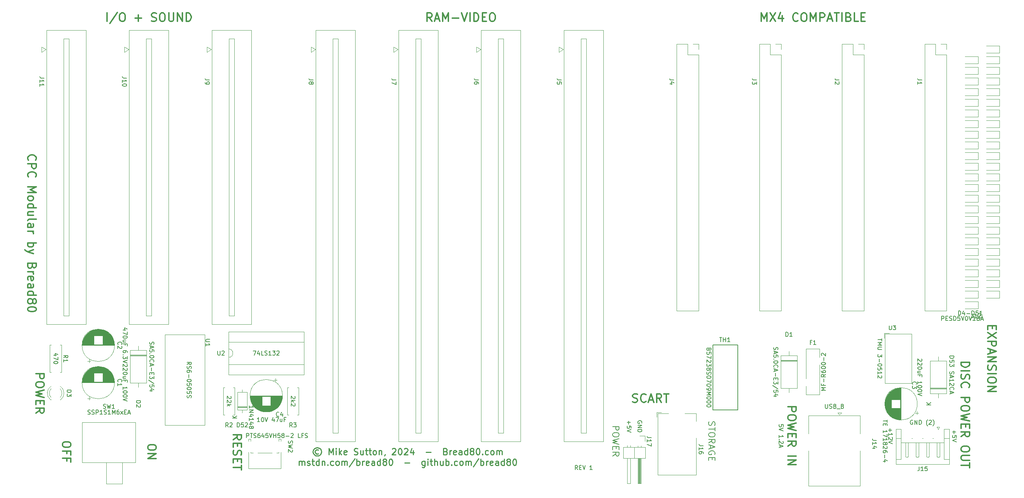
<source format=gto>
G04 #@! TF.GenerationSoftware,KiCad,Pcbnew,(5.1.12)-1*
G04 #@! TF.CreationDate,2024-01-30T16:00:46+00:00*
G04 #@! TF.ProjectId,Backplane,4261636b-706c-4616-9e65-2e6b69636164,rev?*
G04 #@! TF.SameCoordinates,Original*
G04 #@! TF.FileFunction,Legend,Top*
G04 #@! TF.FilePolarity,Positive*
%FSLAX46Y46*%
G04 Gerber Fmt 4.6, Leading zero omitted, Abs format (unit mm)*
G04 Created by KiCad (PCBNEW (5.1.12)-1) date 2024-01-30 16:00:46*
%MOMM*%
%LPD*%
G01*
G04 APERTURE LIST*
%ADD10C,0.250000*%
%ADD11C,0.150000*%
%ADD12C,0.300000*%
%ADD13C,0.200000*%
%ADD14C,0.120000*%
G04 APERTURE END LIST*
D10*
X126070000Y-118300714D02*
X125927142Y-118229285D01*
X125641428Y-118229285D01*
X125498571Y-118300714D01*
X125355714Y-118443571D01*
X125284285Y-118586428D01*
X125284285Y-118872142D01*
X125355714Y-119015000D01*
X125498571Y-119157857D01*
X125641428Y-119229285D01*
X125927142Y-119229285D01*
X126070000Y-119157857D01*
X125784285Y-117729285D02*
X125427142Y-117800714D01*
X125070000Y-118015000D01*
X124855714Y-118372142D01*
X124784285Y-118729285D01*
X124855714Y-119086428D01*
X125070000Y-119443571D01*
X125427142Y-119657857D01*
X125784285Y-119729285D01*
X126141428Y-119657857D01*
X126498571Y-119443571D01*
X126712857Y-119086428D01*
X126784285Y-118729285D01*
X126712857Y-118372142D01*
X126498571Y-118015000D01*
X126141428Y-117800714D01*
X125784285Y-117729285D01*
X128570000Y-119443571D02*
X128570000Y-117943571D01*
X129070000Y-119015000D01*
X129570000Y-117943571D01*
X129570000Y-119443571D01*
X130284285Y-119443571D02*
X130284285Y-118443571D01*
X130284285Y-117943571D02*
X130212857Y-118015000D01*
X130284285Y-118086428D01*
X130355714Y-118015000D01*
X130284285Y-117943571D01*
X130284285Y-118086428D01*
X130998571Y-119443571D02*
X130998571Y-117943571D01*
X131141428Y-118872142D02*
X131570000Y-119443571D01*
X131570000Y-118443571D02*
X130998571Y-119015000D01*
X132784285Y-119372142D02*
X132641428Y-119443571D01*
X132355714Y-119443571D01*
X132212857Y-119372142D01*
X132141428Y-119229285D01*
X132141428Y-118657857D01*
X132212857Y-118515000D01*
X132355714Y-118443571D01*
X132641428Y-118443571D01*
X132784285Y-118515000D01*
X132855714Y-118657857D01*
X132855714Y-118800714D01*
X132141428Y-118943571D01*
X134570000Y-119372142D02*
X134784285Y-119443571D01*
X135141428Y-119443571D01*
X135284285Y-119372142D01*
X135355714Y-119300714D01*
X135427142Y-119157857D01*
X135427142Y-119015000D01*
X135355714Y-118872142D01*
X135284285Y-118800714D01*
X135141428Y-118729285D01*
X134855714Y-118657857D01*
X134712857Y-118586428D01*
X134641428Y-118515000D01*
X134570000Y-118372142D01*
X134570000Y-118229285D01*
X134641428Y-118086428D01*
X134712857Y-118015000D01*
X134855714Y-117943571D01*
X135212857Y-117943571D01*
X135427142Y-118015000D01*
X136712857Y-118443571D02*
X136712857Y-119443571D01*
X136070000Y-118443571D02*
X136070000Y-119229285D01*
X136141428Y-119372142D01*
X136284285Y-119443571D01*
X136498571Y-119443571D01*
X136641428Y-119372142D01*
X136712857Y-119300714D01*
X137212857Y-118443571D02*
X137784285Y-118443571D01*
X137427142Y-117943571D02*
X137427142Y-119229285D01*
X137498571Y-119372142D01*
X137641428Y-119443571D01*
X137784285Y-119443571D01*
X138070000Y-118443571D02*
X138641428Y-118443571D01*
X138284285Y-117943571D02*
X138284285Y-119229285D01*
X138355714Y-119372142D01*
X138498571Y-119443571D01*
X138641428Y-119443571D01*
X139355714Y-119443571D02*
X139212857Y-119372142D01*
X139141428Y-119300714D01*
X139070000Y-119157857D01*
X139070000Y-118729285D01*
X139141428Y-118586428D01*
X139212857Y-118515000D01*
X139355714Y-118443571D01*
X139570000Y-118443571D01*
X139712857Y-118515000D01*
X139784285Y-118586428D01*
X139855714Y-118729285D01*
X139855714Y-119157857D01*
X139784285Y-119300714D01*
X139712857Y-119372142D01*
X139570000Y-119443571D01*
X139355714Y-119443571D01*
X140498571Y-118443571D02*
X140498571Y-119443571D01*
X140498571Y-118586428D02*
X140570000Y-118515000D01*
X140712857Y-118443571D01*
X140927142Y-118443571D01*
X141070000Y-118515000D01*
X141141428Y-118657857D01*
X141141428Y-119443571D01*
X141927142Y-119372142D02*
X141927142Y-119443571D01*
X141855714Y-119586428D01*
X141784285Y-119657857D01*
X143641428Y-118086428D02*
X143712857Y-118015000D01*
X143855714Y-117943571D01*
X144212857Y-117943571D01*
X144355714Y-118015000D01*
X144427142Y-118086428D01*
X144498571Y-118229285D01*
X144498571Y-118372142D01*
X144427142Y-118586428D01*
X143570000Y-119443571D01*
X144498571Y-119443571D01*
X145427142Y-117943571D02*
X145570000Y-117943571D01*
X145712857Y-118015000D01*
X145784285Y-118086428D01*
X145855714Y-118229285D01*
X145927142Y-118515000D01*
X145927142Y-118872142D01*
X145855714Y-119157857D01*
X145784285Y-119300714D01*
X145712857Y-119372142D01*
X145570000Y-119443571D01*
X145427142Y-119443571D01*
X145284285Y-119372142D01*
X145212857Y-119300714D01*
X145141428Y-119157857D01*
X145070000Y-118872142D01*
X145070000Y-118515000D01*
X145141428Y-118229285D01*
X145212857Y-118086428D01*
X145284285Y-118015000D01*
X145427142Y-117943571D01*
X146498571Y-118086428D02*
X146570000Y-118015000D01*
X146712857Y-117943571D01*
X147070000Y-117943571D01*
X147212857Y-118015000D01*
X147284285Y-118086428D01*
X147355714Y-118229285D01*
X147355714Y-118372142D01*
X147284285Y-118586428D01*
X146427142Y-119443571D01*
X147355714Y-119443571D01*
X148641428Y-118443571D02*
X148641428Y-119443571D01*
X148284285Y-117872142D02*
X147927142Y-118943571D01*
X148855714Y-118943571D01*
X151712857Y-118872142D02*
X152855714Y-118872142D01*
X156355714Y-118657857D02*
X156570000Y-118729285D01*
X156641428Y-118800714D01*
X156712857Y-118943571D01*
X156712857Y-119157857D01*
X156641428Y-119300714D01*
X156570000Y-119372142D01*
X156427142Y-119443571D01*
X155855714Y-119443571D01*
X155855714Y-117943571D01*
X156355714Y-117943571D01*
X156498571Y-118015000D01*
X156570000Y-118086428D01*
X156641428Y-118229285D01*
X156641428Y-118372142D01*
X156570000Y-118515000D01*
X156498571Y-118586428D01*
X156355714Y-118657857D01*
X155855714Y-118657857D01*
X157355714Y-119443571D02*
X157355714Y-118443571D01*
X157355714Y-118729285D02*
X157427142Y-118586428D01*
X157498571Y-118515000D01*
X157641428Y-118443571D01*
X157784285Y-118443571D01*
X158855714Y-119372142D02*
X158712857Y-119443571D01*
X158427142Y-119443571D01*
X158284285Y-119372142D01*
X158212857Y-119229285D01*
X158212857Y-118657857D01*
X158284285Y-118515000D01*
X158427142Y-118443571D01*
X158712857Y-118443571D01*
X158855714Y-118515000D01*
X158927142Y-118657857D01*
X158927142Y-118800714D01*
X158212857Y-118943571D01*
X160212857Y-119443571D02*
X160212857Y-118657857D01*
X160141428Y-118515000D01*
X159998571Y-118443571D01*
X159712857Y-118443571D01*
X159570000Y-118515000D01*
X160212857Y-119372142D02*
X160070000Y-119443571D01*
X159712857Y-119443571D01*
X159570000Y-119372142D01*
X159498571Y-119229285D01*
X159498571Y-119086428D01*
X159570000Y-118943571D01*
X159712857Y-118872142D01*
X160070000Y-118872142D01*
X160212857Y-118800714D01*
X161570000Y-119443571D02*
X161570000Y-117943571D01*
X161570000Y-119372142D02*
X161427142Y-119443571D01*
X161141428Y-119443571D01*
X160998571Y-119372142D01*
X160927142Y-119300714D01*
X160855714Y-119157857D01*
X160855714Y-118729285D01*
X160927142Y-118586428D01*
X160998571Y-118515000D01*
X161141428Y-118443571D01*
X161427142Y-118443571D01*
X161570000Y-118515000D01*
X162498571Y-118586428D02*
X162355714Y-118515000D01*
X162284285Y-118443571D01*
X162212857Y-118300714D01*
X162212857Y-118229285D01*
X162284285Y-118086428D01*
X162355714Y-118015000D01*
X162498571Y-117943571D01*
X162784285Y-117943571D01*
X162927142Y-118015000D01*
X162998571Y-118086428D01*
X163070000Y-118229285D01*
X163070000Y-118300714D01*
X162998571Y-118443571D01*
X162927142Y-118515000D01*
X162784285Y-118586428D01*
X162498571Y-118586428D01*
X162355714Y-118657857D01*
X162284285Y-118729285D01*
X162212857Y-118872142D01*
X162212857Y-119157857D01*
X162284285Y-119300714D01*
X162355714Y-119372142D01*
X162498571Y-119443571D01*
X162784285Y-119443571D01*
X162927142Y-119372142D01*
X162998571Y-119300714D01*
X163070000Y-119157857D01*
X163070000Y-118872142D01*
X162998571Y-118729285D01*
X162927142Y-118657857D01*
X162784285Y-118586428D01*
X163998571Y-117943571D02*
X164141428Y-117943571D01*
X164284285Y-118015000D01*
X164355714Y-118086428D01*
X164427142Y-118229285D01*
X164498571Y-118515000D01*
X164498571Y-118872142D01*
X164427142Y-119157857D01*
X164355714Y-119300714D01*
X164284285Y-119372142D01*
X164141428Y-119443571D01*
X163998571Y-119443571D01*
X163855714Y-119372142D01*
X163784285Y-119300714D01*
X163712857Y-119157857D01*
X163641428Y-118872142D01*
X163641428Y-118515000D01*
X163712857Y-118229285D01*
X163784285Y-118086428D01*
X163855714Y-118015000D01*
X163998571Y-117943571D01*
X165141428Y-119300714D02*
X165212857Y-119372142D01*
X165141428Y-119443571D01*
X165070000Y-119372142D01*
X165141428Y-119300714D01*
X165141428Y-119443571D01*
X166498571Y-119372142D02*
X166355714Y-119443571D01*
X166070000Y-119443571D01*
X165927142Y-119372142D01*
X165855714Y-119300714D01*
X165784285Y-119157857D01*
X165784285Y-118729285D01*
X165855714Y-118586428D01*
X165927142Y-118515000D01*
X166070000Y-118443571D01*
X166355714Y-118443571D01*
X166498571Y-118515000D01*
X167355714Y-119443571D02*
X167212857Y-119372142D01*
X167141428Y-119300714D01*
X167070000Y-119157857D01*
X167070000Y-118729285D01*
X167141428Y-118586428D01*
X167212857Y-118515000D01*
X167355714Y-118443571D01*
X167570000Y-118443571D01*
X167712857Y-118515000D01*
X167784285Y-118586428D01*
X167855714Y-118729285D01*
X167855714Y-119157857D01*
X167784285Y-119300714D01*
X167712857Y-119372142D01*
X167570000Y-119443571D01*
X167355714Y-119443571D01*
X168498571Y-119443571D02*
X168498571Y-118443571D01*
X168498571Y-118586428D02*
X168570000Y-118515000D01*
X168712857Y-118443571D01*
X168927142Y-118443571D01*
X169070000Y-118515000D01*
X169141428Y-118657857D01*
X169141428Y-119443571D01*
X169141428Y-118657857D02*
X169212857Y-118515000D01*
X169355714Y-118443571D01*
X169570000Y-118443571D01*
X169712857Y-118515000D01*
X169784285Y-118657857D01*
X169784285Y-119443571D01*
X121498571Y-121943571D02*
X121498571Y-120943571D01*
X121498571Y-121086428D02*
X121570000Y-121015000D01*
X121712857Y-120943571D01*
X121927142Y-120943571D01*
X122070000Y-121015000D01*
X122141428Y-121157857D01*
X122141428Y-121943571D01*
X122141428Y-121157857D02*
X122212857Y-121015000D01*
X122355714Y-120943571D01*
X122570000Y-120943571D01*
X122712857Y-121015000D01*
X122784285Y-121157857D01*
X122784285Y-121943571D01*
X123427142Y-121872142D02*
X123570000Y-121943571D01*
X123855714Y-121943571D01*
X123998571Y-121872142D01*
X124070000Y-121729285D01*
X124070000Y-121657857D01*
X123998571Y-121515000D01*
X123855714Y-121443571D01*
X123641428Y-121443571D01*
X123498571Y-121372142D01*
X123427142Y-121229285D01*
X123427142Y-121157857D01*
X123498571Y-121015000D01*
X123641428Y-120943571D01*
X123855714Y-120943571D01*
X123998571Y-121015000D01*
X124498571Y-120943571D02*
X125070000Y-120943571D01*
X124712857Y-120443571D02*
X124712857Y-121729285D01*
X124784285Y-121872142D01*
X124927142Y-121943571D01*
X125070000Y-121943571D01*
X126212857Y-121943571D02*
X126212857Y-120443571D01*
X126212857Y-121872142D02*
X126070000Y-121943571D01*
X125784285Y-121943571D01*
X125641428Y-121872142D01*
X125570000Y-121800714D01*
X125498571Y-121657857D01*
X125498571Y-121229285D01*
X125570000Y-121086428D01*
X125641428Y-121015000D01*
X125784285Y-120943571D01*
X126070000Y-120943571D01*
X126212857Y-121015000D01*
X126927142Y-120943571D02*
X126927142Y-121943571D01*
X126927142Y-121086428D02*
X126998571Y-121015000D01*
X127141428Y-120943571D01*
X127355714Y-120943571D01*
X127498571Y-121015000D01*
X127570000Y-121157857D01*
X127570000Y-121943571D01*
X128284285Y-121800714D02*
X128355714Y-121872142D01*
X128284285Y-121943571D01*
X128212857Y-121872142D01*
X128284285Y-121800714D01*
X128284285Y-121943571D01*
X129641428Y-121872142D02*
X129498571Y-121943571D01*
X129212857Y-121943571D01*
X129070000Y-121872142D01*
X128998571Y-121800714D01*
X128927142Y-121657857D01*
X128927142Y-121229285D01*
X128998571Y-121086428D01*
X129070000Y-121015000D01*
X129212857Y-120943571D01*
X129498571Y-120943571D01*
X129641428Y-121015000D01*
X130498571Y-121943571D02*
X130355714Y-121872142D01*
X130284285Y-121800714D01*
X130212857Y-121657857D01*
X130212857Y-121229285D01*
X130284285Y-121086428D01*
X130355714Y-121015000D01*
X130498571Y-120943571D01*
X130712857Y-120943571D01*
X130855714Y-121015000D01*
X130927142Y-121086428D01*
X130998571Y-121229285D01*
X130998571Y-121657857D01*
X130927142Y-121800714D01*
X130855714Y-121872142D01*
X130712857Y-121943571D01*
X130498571Y-121943571D01*
X131641428Y-121943571D02*
X131641428Y-120943571D01*
X131641428Y-121086428D02*
X131712857Y-121015000D01*
X131855714Y-120943571D01*
X132070000Y-120943571D01*
X132212857Y-121015000D01*
X132284285Y-121157857D01*
X132284285Y-121943571D01*
X132284285Y-121157857D02*
X132355714Y-121015000D01*
X132498571Y-120943571D01*
X132712857Y-120943571D01*
X132855714Y-121015000D01*
X132927142Y-121157857D01*
X132927142Y-121943571D01*
X134712857Y-120372142D02*
X133427142Y-122300714D01*
X135212857Y-121943571D02*
X135212857Y-120443571D01*
X135212857Y-121015000D02*
X135355714Y-120943571D01*
X135641428Y-120943571D01*
X135784285Y-121015000D01*
X135855714Y-121086428D01*
X135927142Y-121229285D01*
X135927142Y-121657857D01*
X135855714Y-121800714D01*
X135784285Y-121872142D01*
X135641428Y-121943571D01*
X135355714Y-121943571D01*
X135212857Y-121872142D01*
X136570000Y-121943571D02*
X136570000Y-120943571D01*
X136570000Y-121229285D02*
X136641428Y-121086428D01*
X136712857Y-121015000D01*
X136855714Y-120943571D01*
X136998571Y-120943571D01*
X138070000Y-121872142D02*
X137927142Y-121943571D01*
X137641428Y-121943571D01*
X137498571Y-121872142D01*
X137427142Y-121729285D01*
X137427142Y-121157857D01*
X137498571Y-121015000D01*
X137641428Y-120943571D01*
X137927142Y-120943571D01*
X138070000Y-121015000D01*
X138141428Y-121157857D01*
X138141428Y-121300714D01*
X137427142Y-121443571D01*
X139427142Y-121943571D02*
X139427142Y-121157857D01*
X139355714Y-121015000D01*
X139212857Y-120943571D01*
X138927142Y-120943571D01*
X138784285Y-121015000D01*
X139427142Y-121872142D02*
X139284285Y-121943571D01*
X138927142Y-121943571D01*
X138784285Y-121872142D01*
X138712857Y-121729285D01*
X138712857Y-121586428D01*
X138784285Y-121443571D01*
X138927142Y-121372142D01*
X139284285Y-121372142D01*
X139427142Y-121300714D01*
X140784285Y-121943571D02*
X140784285Y-120443571D01*
X140784285Y-121872142D02*
X140641428Y-121943571D01*
X140355714Y-121943571D01*
X140212857Y-121872142D01*
X140141428Y-121800714D01*
X140070000Y-121657857D01*
X140070000Y-121229285D01*
X140141428Y-121086428D01*
X140212857Y-121015000D01*
X140355714Y-120943571D01*
X140641428Y-120943571D01*
X140784285Y-121015000D01*
X141712857Y-121086428D02*
X141570000Y-121015000D01*
X141498571Y-120943571D01*
X141427142Y-120800714D01*
X141427142Y-120729285D01*
X141498571Y-120586428D01*
X141570000Y-120515000D01*
X141712857Y-120443571D01*
X141998571Y-120443571D01*
X142141428Y-120515000D01*
X142212857Y-120586428D01*
X142284285Y-120729285D01*
X142284285Y-120800714D01*
X142212857Y-120943571D01*
X142141428Y-121015000D01*
X141998571Y-121086428D01*
X141712857Y-121086428D01*
X141570000Y-121157857D01*
X141498571Y-121229285D01*
X141427142Y-121372142D01*
X141427142Y-121657857D01*
X141498571Y-121800714D01*
X141570000Y-121872142D01*
X141712857Y-121943571D01*
X141998571Y-121943571D01*
X142141428Y-121872142D01*
X142212857Y-121800714D01*
X142284285Y-121657857D01*
X142284285Y-121372142D01*
X142212857Y-121229285D01*
X142141428Y-121157857D01*
X141998571Y-121086428D01*
X143212857Y-120443571D02*
X143355714Y-120443571D01*
X143498571Y-120515000D01*
X143570000Y-120586428D01*
X143641428Y-120729285D01*
X143712857Y-121015000D01*
X143712857Y-121372142D01*
X143641428Y-121657857D01*
X143570000Y-121800714D01*
X143498571Y-121872142D01*
X143355714Y-121943571D01*
X143212857Y-121943571D01*
X143070000Y-121872142D01*
X142998571Y-121800714D01*
X142927142Y-121657857D01*
X142855714Y-121372142D01*
X142855714Y-121015000D01*
X142927142Y-120729285D01*
X142998571Y-120586428D01*
X143070000Y-120515000D01*
X143212857Y-120443571D01*
X146641428Y-121372142D02*
X147784285Y-121372142D01*
X151427142Y-120943571D02*
X151427142Y-122157857D01*
X151355714Y-122300714D01*
X151284285Y-122372142D01*
X151141428Y-122443571D01*
X150927142Y-122443571D01*
X150784285Y-122372142D01*
X151427142Y-121872142D02*
X151284285Y-121943571D01*
X150998571Y-121943571D01*
X150855714Y-121872142D01*
X150784285Y-121800714D01*
X150712857Y-121657857D01*
X150712857Y-121229285D01*
X150784285Y-121086428D01*
X150855714Y-121015000D01*
X150998571Y-120943571D01*
X151284285Y-120943571D01*
X151427142Y-121015000D01*
X152141428Y-121943571D02*
X152141428Y-120943571D01*
X152141428Y-120443571D02*
X152070000Y-120515000D01*
X152141428Y-120586428D01*
X152212857Y-120515000D01*
X152141428Y-120443571D01*
X152141428Y-120586428D01*
X152641428Y-120943571D02*
X153212857Y-120943571D01*
X152855714Y-120443571D02*
X152855714Y-121729285D01*
X152927142Y-121872142D01*
X153070000Y-121943571D01*
X153212857Y-121943571D01*
X153712857Y-121943571D02*
X153712857Y-120443571D01*
X154355714Y-121943571D02*
X154355714Y-121157857D01*
X154284285Y-121015000D01*
X154141428Y-120943571D01*
X153927142Y-120943571D01*
X153784285Y-121015000D01*
X153712857Y-121086428D01*
X155712857Y-120943571D02*
X155712857Y-121943571D01*
X155070000Y-120943571D02*
X155070000Y-121729285D01*
X155141428Y-121872142D01*
X155284285Y-121943571D01*
X155498571Y-121943571D01*
X155641428Y-121872142D01*
X155712857Y-121800714D01*
X156427142Y-121943571D02*
X156427142Y-120443571D01*
X156427142Y-121015000D02*
X156570000Y-120943571D01*
X156855714Y-120943571D01*
X156998571Y-121015000D01*
X157070000Y-121086428D01*
X157141428Y-121229285D01*
X157141428Y-121657857D01*
X157070000Y-121800714D01*
X156998571Y-121872142D01*
X156855714Y-121943571D01*
X156570000Y-121943571D01*
X156427142Y-121872142D01*
X157784285Y-121800714D02*
X157855714Y-121872142D01*
X157784285Y-121943571D01*
X157712857Y-121872142D01*
X157784285Y-121800714D01*
X157784285Y-121943571D01*
X159141428Y-121872142D02*
X158998571Y-121943571D01*
X158712857Y-121943571D01*
X158570000Y-121872142D01*
X158498571Y-121800714D01*
X158427142Y-121657857D01*
X158427142Y-121229285D01*
X158498571Y-121086428D01*
X158570000Y-121015000D01*
X158712857Y-120943571D01*
X158998571Y-120943571D01*
X159141428Y-121015000D01*
X159998571Y-121943571D02*
X159855714Y-121872142D01*
X159784285Y-121800714D01*
X159712857Y-121657857D01*
X159712857Y-121229285D01*
X159784285Y-121086428D01*
X159855714Y-121015000D01*
X159998571Y-120943571D01*
X160212857Y-120943571D01*
X160355714Y-121015000D01*
X160427142Y-121086428D01*
X160498571Y-121229285D01*
X160498571Y-121657857D01*
X160427142Y-121800714D01*
X160355714Y-121872142D01*
X160212857Y-121943571D01*
X159998571Y-121943571D01*
X161141428Y-121943571D02*
X161141428Y-120943571D01*
X161141428Y-121086428D02*
X161212857Y-121015000D01*
X161355714Y-120943571D01*
X161570000Y-120943571D01*
X161712857Y-121015000D01*
X161784285Y-121157857D01*
X161784285Y-121943571D01*
X161784285Y-121157857D02*
X161855714Y-121015000D01*
X161998571Y-120943571D01*
X162212857Y-120943571D01*
X162355714Y-121015000D01*
X162427142Y-121157857D01*
X162427142Y-121943571D01*
X164212857Y-120372142D02*
X162927142Y-122300714D01*
X164712857Y-121943571D02*
X164712857Y-120443571D01*
X164712857Y-121015000D02*
X164855714Y-120943571D01*
X165141428Y-120943571D01*
X165284285Y-121015000D01*
X165355714Y-121086428D01*
X165427142Y-121229285D01*
X165427142Y-121657857D01*
X165355714Y-121800714D01*
X165284285Y-121872142D01*
X165141428Y-121943571D01*
X164855714Y-121943571D01*
X164712857Y-121872142D01*
X166070000Y-121943571D02*
X166070000Y-120943571D01*
X166070000Y-121229285D02*
X166141428Y-121086428D01*
X166212857Y-121015000D01*
X166355714Y-120943571D01*
X166498571Y-120943571D01*
X167570000Y-121872142D02*
X167427142Y-121943571D01*
X167141428Y-121943571D01*
X166998571Y-121872142D01*
X166927142Y-121729285D01*
X166927142Y-121157857D01*
X166998571Y-121015000D01*
X167141428Y-120943571D01*
X167427142Y-120943571D01*
X167570000Y-121015000D01*
X167641428Y-121157857D01*
X167641428Y-121300714D01*
X166927142Y-121443571D01*
X168927142Y-121943571D02*
X168927142Y-121157857D01*
X168855714Y-121015000D01*
X168712857Y-120943571D01*
X168427142Y-120943571D01*
X168284285Y-121015000D01*
X168927142Y-121872142D02*
X168784285Y-121943571D01*
X168427142Y-121943571D01*
X168284285Y-121872142D01*
X168212857Y-121729285D01*
X168212857Y-121586428D01*
X168284285Y-121443571D01*
X168427142Y-121372142D01*
X168784285Y-121372142D01*
X168927142Y-121300714D01*
X170284285Y-121943571D02*
X170284285Y-120443571D01*
X170284285Y-121872142D02*
X170141428Y-121943571D01*
X169855714Y-121943571D01*
X169712857Y-121872142D01*
X169641428Y-121800714D01*
X169570000Y-121657857D01*
X169570000Y-121229285D01*
X169641428Y-121086428D01*
X169712857Y-121015000D01*
X169855714Y-120943571D01*
X170141428Y-120943571D01*
X170284285Y-121015000D01*
X171212857Y-121086428D02*
X171070000Y-121015000D01*
X170998571Y-120943571D01*
X170927142Y-120800714D01*
X170927142Y-120729285D01*
X170998571Y-120586428D01*
X171070000Y-120515000D01*
X171212857Y-120443571D01*
X171498571Y-120443571D01*
X171641428Y-120515000D01*
X171712857Y-120586428D01*
X171784285Y-120729285D01*
X171784285Y-120800714D01*
X171712857Y-120943571D01*
X171641428Y-121015000D01*
X171498571Y-121086428D01*
X171212857Y-121086428D01*
X171070000Y-121157857D01*
X170998571Y-121229285D01*
X170927142Y-121372142D01*
X170927142Y-121657857D01*
X170998571Y-121800714D01*
X171070000Y-121872142D01*
X171212857Y-121943571D01*
X171498571Y-121943571D01*
X171641428Y-121872142D01*
X171712857Y-121800714D01*
X171784285Y-121657857D01*
X171784285Y-121372142D01*
X171712857Y-121229285D01*
X171641428Y-121157857D01*
X171498571Y-121086428D01*
X172712857Y-120443571D02*
X172855714Y-120443571D01*
X172998571Y-120515000D01*
X173070000Y-120586428D01*
X173141428Y-120729285D01*
X173212857Y-121015000D01*
X173212857Y-121372142D01*
X173141428Y-121657857D01*
X173070000Y-121800714D01*
X172998571Y-121872142D01*
X172855714Y-121943571D01*
X172712857Y-121943571D01*
X172570000Y-121872142D01*
X172498571Y-121800714D01*
X172427142Y-121657857D01*
X172355714Y-121372142D01*
X172355714Y-121015000D01*
X172427142Y-120729285D01*
X172498571Y-120586428D01*
X172570000Y-120515000D01*
X172712857Y-120443571D01*
D11*
X187801428Y-123007380D02*
X187468095Y-122531190D01*
X187230000Y-123007380D02*
X187230000Y-122007380D01*
X187610952Y-122007380D01*
X187706190Y-122055000D01*
X187753809Y-122102619D01*
X187801428Y-122197857D01*
X187801428Y-122340714D01*
X187753809Y-122435952D01*
X187706190Y-122483571D01*
X187610952Y-122531190D01*
X187230000Y-122531190D01*
X188230000Y-122483571D02*
X188563333Y-122483571D01*
X188706190Y-123007380D02*
X188230000Y-123007380D01*
X188230000Y-122007380D01*
X188706190Y-122007380D01*
X188991904Y-122007380D02*
X189325238Y-123007380D01*
X189658571Y-122007380D01*
X191277619Y-123007380D02*
X190706190Y-123007380D01*
X190991904Y-123007380D02*
X190991904Y-122007380D01*
X190896666Y-122150238D01*
X190801428Y-122245476D01*
X190706190Y-122293095D01*
D12*
X57070714Y-49246428D02*
X56975476Y-49151190D01*
X56880238Y-48865476D01*
X56880238Y-48674999D01*
X56975476Y-48389285D01*
X57165952Y-48198809D01*
X57356428Y-48103571D01*
X57737380Y-48008333D01*
X58023095Y-48008333D01*
X58404047Y-48103571D01*
X58594523Y-48198809D01*
X58785000Y-48389285D01*
X58880238Y-48674999D01*
X58880238Y-48865476D01*
X58785000Y-49151190D01*
X58689761Y-49246428D01*
X56880238Y-50103571D02*
X58880238Y-50103571D01*
X58880238Y-50865476D01*
X58785000Y-51055952D01*
X58689761Y-51151190D01*
X58499285Y-51246428D01*
X58213571Y-51246428D01*
X58023095Y-51151190D01*
X57927857Y-51055952D01*
X57832619Y-50865476D01*
X57832619Y-50103571D01*
X57070714Y-53246428D02*
X56975476Y-53151190D01*
X56880238Y-52865476D01*
X56880238Y-52674999D01*
X56975476Y-52389285D01*
X57165952Y-52198809D01*
X57356428Y-52103571D01*
X57737380Y-52008333D01*
X58023095Y-52008333D01*
X58404047Y-52103571D01*
X58594523Y-52198809D01*
X58785000Y-52389285D01*
X58880238Y-52674999D01*
X58880238Y-52865476D01*
X58785000Y-53151190D01*
X58689761Y-53246428D01*
X56880238Y-55627380D02*
X58880238Y-55627380D01*
X57451666Y-56294047D01*
X58880238Y-56960714D01*
X56880238Y-56960714D01*
X56880238Y-58198809D02*
X56975476Y-58008333D01*
X57070714Y-57913095D01*
X57261190Y-57817857D01*
X57832619Y-57817857D01*
X58023095Y-57913095D01*
X58118333Y-58008333D01*
X58213571Y-58198809D01*
X58213571Y-58484523D01*
X58118333Y-58675000D01*
X58023095Y-58770238D01*
X57832619Y-58865476D01*
X57261190Y-58865476D01*
X57070714Y-58770238D01*
X56975476Y-58675000D01*
X56880238Y-58484523D01*
X56880238Y-58198809D01*
X56880238Y-60579761D02*
X58880238Y-60579761D01*
X56975476Y-60579761D02*
X56880238Y-60389285D01*
X56880238Y-60008333D01*
X56975476Y-59817857D01*
X57070714Y-59722619D01*
X57261190Y-59627380D01*
X57832619Y-59627380D01*
X58023095Y-59722619D01*
X58118333Y-59817857D01*
X58213571Y-60008333D01*
X58213571Y-60389285D01*
X58118333Y-60579761D01*
X58213571Y-62389285D02*
X56880238Y-62389285D01*
X58213571Y-61532142D02*
X57165952Y-61532142D01*
X56975476Y-61627380D01*
X56880238Y-61817857D01*
X56880238Y-62103571D01*
X56975476Y-62294047D01*
X57070714Y-62389285D01*
X56880238Y-63627380D02*
X56975476Y-63436904D01*
X57165952Y-63341666D01*
X58880238Y-63341666D01*
X56880238Y-65246428D02*
X57927857Y-65246428D01*
X58118333Y-65151190D01*
X58213571Y-64960714D01*
X58213571Y-64579761D01*
X58118333Y-64389285D01*
X56975476Y-65246428D02*
X56880238Y-65055952D01*
X56880238Y-64579761D01*
X56975476Y-64389285D01*
X57165952Y-64294047D01*
X57356428Y-64294047D01*
X57546904Y-64389285D01*
X57642142Y-64579761D01*
X57642142Y-65055952D01*
X57737380Y-65246428D01*
X56880238Y-66198809D02*
X58213571Y-66198809D01*
X57832619Y-66198809D02*
X58023095Y-66294047D01*
X58118333Y-66389285D01*
X58213571Y-66579761D01*
X58213571Y-66770238D01*
X56880238Y-68960714D02*
X58880238Y-68960714D01*
X58118333Y-68960714D02*
X58213571Y-69151190D01*
X58213571Y-69532142D01*
X58118333Y-69722619D01*
X58023095Y-69817857D01*
X57832619Y-69913095D01*
X57261190Y-69913095D01*
X57070714Y-69817857D01*
X56975476Y-69722619D01*
X56880238Y-69532142D01*
X56880238Y-69151190D01*
X56975476Y-68960714D01*
X58213571Y-70579761D02*
X56880238Y-71055952D01*
X58213571Y-71532142D02*
X56880238Y-71055952D01*
X56404047Y-70865476D01*
X56308809Y-70770238D01*
X56213571Y-70579761D01*
X57927857Y-74484523D02*
X57832619Y-74770238D01*
X57737380Y-74865476D01*
X57546904Y-74960714D01*
X57261190Y-74960714D01*
X57070714Y-74865476D01*
X56975476Y-74770238D01*
X56880238Y-74579761D01*
X56880238Y-73817857D01*
X58880238Y-73817857D01*
X58880238Y-74484523D01*
X58785000Y-74674999D01*
X58689761Y-74770238D01*
X58499285Y-74865476D01*
X58308809Y-74865476D01*
X58118333Y-74770238D01*
X58023095Y-74674999D01*
X57927857Y-74484523D01*
X57927857Y-73817857D01*
X56880238Y-75817857D02*
X58213571Y-75817857D01*
X57832619Y-75817857D02*
X58023095Y-75913095D01*
X58118333Y-76008333D01*
X58213571Y-76198809D01*
X58213571Y-76389285D01*
X56975476Y-77817857D02*
X56880238Y-77627380D01*
X56880238Y-77246428D01*
X56975476Y-77055952D01*
X57165952Y-76960714D01*
X57927857Y-76960714D01*
X58118333Y-77055952D01*
X58213571Y-77246428D01*
X58213571Y-77627380D01*
X58118333Y-77817857D01*
X57927857Y-77913095D01*
X57737380Y-77913095D01*
X57546904Y-76960714D01*
X56880238Y-79627380D02*
X57927857Y-79627380D01*
X58118333Y-79532142D01*
X58213571Y-79341666D01*
X58213571Y-78960714D01*
X58118333Y-78770238D01*
X56975476Y-79627380D02*
X56880238Y-79436904D01*
X56880238Y-78960714D01*
X56975476Y-78770238D01*
X57165952Y-78674999D01*
X57356428Y-78674999D01*
X57546904Y-78770238D01*
X57642142Y-78960714D01*
X57642142Y-79436904D01*
X57737380Y-79627380D01*
X56880238Y-81436904D02*
X58880238Y-81436904D01*
X56975476Y-81436904D02*
X56880238Y-81246428D01*
X56880238Y-80865476D01*
X56975476Y-80674999D01*
X57070714Y-80579761D01*
X57261190Y-80484523D01*
X57832619Y-80484523D01*
X58023095Y-80579761D01*
X58118333Y-80674999D01*
X58213571Y-80865476D01*
X58213571Y-81246428D01*
X58118333Y-81436904D01*
X58023095Y-82674999D02*
X58118333Y-82484523D01*
X58213571Y-82389285D01*
X58404047Y-82294047D01*
X58499285Y-82294047D01*
X58689761Y-82389285D01*
X58785000Y-82484523D01*
X58880238Y-82674999D01*
X58880238Y-83055952D01*
X58785000Y-83246428D01*
X58689761Y-83341666D01*
X58499285Y-83436904D01*
X58404047Y-83436904D01*
X58213571Y-83341666D01*
X58118333Y-83246428D01*
X58023095Y-83055952D01*
X58023095Y-82674999D01*
X57927857Y-82484523D01*
X57832619Y-82389285D01*
X57642142Y-82294047D01*
X57261190Y-82294047D01*
X57070714Y-82389285D01*
X56975476Y-82484523D01*
X56880238Y-82674999D01*
X56880238Y-83055952D01*
X56975476Y-83246428D01*
X57070714Y-83341666D01*
X57261190Y-83436904D01*
X57642142Y-83436904D01*
X57832619Y-83341666D01*
X57927857Y-83246428D01*
X58023095Y-83055952D01*
X58880238Y-84674999D02*
X58880238Y-84865476D01*
X58785000Y-85055952D01*
X58689761Y-85151190D01*
X58499285Y-85246428D01*
X58118333Y-85341666D01*
X57642142Y-85341666D01*
X57261190Y-85246428D01*
X57070714Y-85151190D01*
X56975476Y-85055952D01*
X56880238Y-84865476D01*
X56880238Y-84674999D01*
X56975476Y-84484523D01*
X57070714Y-84389285D01*
X57261190Y-84294047D01*
X57642142Y-84198809D01*
X58118333Y-84198809D01*
X58499285Y-84294047D01*
X58689761Y-84389285D01*
X58785000Y-84484523D01*
X58880238Y-84674999D01*
D11*
X267589285Y-111260000D02*
X267494047Y-111212380D01*
X267351190Y-111212380D01*
X267208333Y-111260000D01*
X267113095Y-111355238D01*
X267065476Y-111450476D01*
X267017857Y-111640952D01*
X267017857Y-111783809D01*
X267065476Y-111974285D01*
X267113095Y-112069523D01*
X267208333Y-112164761D01*
X267351190Y-112212380D01*
X267446428Y-112212380D01*
X267589285Y-112164761D01*
X267636904Y-112117142D01*
X267636904Y-111783809D01*
X267446428Y-111783809D01*
X268065476Y-112212380D02*
X268065476Y-111212380D01*
X268636904Y-112212380D01*
X268636904Y-111212380D01*
X269113095Y-112212380D02*
X269113095Y-111212380D01*
X269351190Y-111212380D01*
X269494047Y-111260000D01*
X269589285Y-111355238D01*
X269636904Y-111450476D01*
X269684523Y-111640952D01*
X269684523Y-111783809D01*
X269636904Y-111974285D01*
X269589285Y-112069523D01*
X269494047Y-112164761D01*
X269351190Y-112212380D01*
X269113095Y-112212380D01*
X271160714Y-112593333D02*
X271113095Y-112545714D01*
X271017857Y-112402857D01*
X270970238Y-112307619D01*
X270922619Y-112164761D01*
X270875000Y-111926666D01*
X270875000Y-111736190D01*
X270922619Y-111498095D01*
X270970238Y-111355238D01*
X271017857Y-111260000D01*
X271113095Y-111117142D01*
X271160714Y-111069523D01*
X271494047Y-111307619D02*
X271541666Y-111260000D01*
X271636904Y-111212380D01*
X271875000Y-111212380D01*
X271970238Y-111260000D01*
X272017857Y-111307619D01*
X272065476Y-111402857D01*
X272065476Y-111498095D01*
X272017857Y-111640952D01*
X271446428Y-112212380D01*
X272065476Y-112212380D01*
X272398809Y-112593333D02*
X272446428Y-112545714D01*
X272541666Y-112402857D01*
X272589285Y-112307619D01*
X272636904Y-112164761D01*
X272684523Y-111926666D01*
X272684523Y-111736190D01*
X272636904Y-111498095D01*
X272589285Y-111355238D01*
X272541666Y-111260000D01*
X272446428Y-111117142D01*
X272398809Y-111069523D01*
X277423571Y-113649285D02*
X277423571Y-114411190D01*
X277042619Y-114030238D02*
X277804523Y-114030238D01*
X278042619Y-115363571D02*
X278042619Y-114887380D01*
X277566428Y-114839761D01*
X277614047Y-114887380D01*
X277661666Y-114982619D01*
X277661666Y-115220714D01*
X277614047Y-115315952D01*
X277566428Y-115363571D01*
X277471190Y-115411190D01*
X277233095Y-115411190D01*
X277137857Y-115363571D01*
X277090238Y-115315952D01*
X277042619Y-115220714D01*
X277042619Y-114982619D01*
X277090238Y-114887380D01*
X277137857Y-114839761D01*
X278042619Y-115696904D02*
X277042619Y-116030238D01*
X278042619Y-116363571D01*
X262183571Y-113173095D02*
X262183571Y-113935000D01*
X261802619Y-113554047D02*
X262564523Y-113554047D01*
X261802619Y-114935000D02*
X261802619Y-114363571D01*
X261802619Y-114649285D02*
X262802619Y-114649285D01*
X262659761Y-114554047D01*
X262564523Y-114458809D01*
X262516904Y-114363571D01*
X262707380Y-115315952D02*
X262755000Y-115363571D01*
X262802619Y-115458809D01*
X262802619Y-115696904D01*
X262755000Y-115792142D01*
X262707380Y-115839761D01*
X262612142Y-115887380D01*
X262516904Y-115887380D01*
X262374047Y-115839761D01*
X261802619Y-115268333D01*
X261802619Y-115887380D01*
X262802619Y-116173095D02*
X261802619Y-116506428D01*
X262802619Y-116839761D01*
D12*
X279130238Y-97426428D02*
X281130238Y-97426428D01*
X281130238Y-97902619D01*
X281035000Y-98188333D01*
X280844523Y-98378809D01*
X280654047Y-98474047D01*
X280273095Y-98569285D01*
X279987380Y-98569285D01*
X279606428Y-98474047D01*
X279415952Y-98378809D01*
X279225476Y-98188333D01*
X279130238Y-97902619D01*
X279130238Y-97426428D01*
X279130238Y-99426428D02*
X281130238Y-99426428D01*
X279225476Y-100283571D02*
X279130238Y-100569285D01*
X279130238Y-101045476D01*
X279225476Y-101235952D01*
X279320714Y-101331190D01*
X279511190Y-101426428D01*
X279701666Y-101426428D01*
X279892142Y-101331190D01*
X279987380Y-101235952D01*
X280082619Y-101045476D01*
X280177857Y-100664523D01*
X280273095Y-100474047D01*
X280368333Y-100378809D01*
X280558809Y-100283571D01*
X280749285Y-100283571D01*
X280939761Y-100378809D01*
X281035000Y-100474047D01*
X281130238Y-100664523D01*
X281130238Y-101140714D01*
X281035000Y-101426428D01*
X279320714Y-103426428D02*
X279225476Y-103331190D01*
X279130238Y-103045476D01*
X279130238Y-102855000D01*
X279225476Y-102569285D01*
X279415952Y-102378809D01*
X279606428Y-102283571D01*
X279987380Y-102188333D01*
X280273095Y-102188333D01*
X280654047Y-102283571D01*
X280844523Y-102378809D01*
X281035000Y-102569285D01*
X281130238Y-102855000D01*
X281130238Y-103045476D01*
X281035000Y-103331190D01*
X280939761Y-103426428D01*
X279130238Y-105807380D02*
X281130238Y-105807380D01*
X281130238Y-106569285D01*
X281035000Y-106759761D01*
X280939761Y-106855000D01*
X280749285Y-106950238D01*
X280463571Y-106950238D01*
X280273095Y-106855000D01*
X280177857Y-106759761D01*
X280082619Y-106569285D01*
X280082619Y-105807380D01*
X281130238Y-108188333D02*
X281130238Y-108569285D01*
X281035000Y-108759761D01*
X280844523Y-108950238D01*
X280463571Y-109045476D01*
X279796904Y-109045476D01*
X279415952Y-108950238D01*
X279225476Y-108759761D01*
X279130238Y-108569285D01*
X279130238Y-108188333D01*
X279225476Y-107997857D01*
X279415952Y-107807380D01*
X279796904Y-107712142D01*
X280463571Y-107712142D01*
X280844523Y-107807380D01*
X281035000Y-107997857D01*
X281130238Y-108188333D01*
X281130238Y-109712142D02*
X279130238Y-110188333D01*
X280558809Y-110569285D01*
X279130238Y-110950238D01*
X281130238Y-111426428D01*
X280177857Y-112188333D02*
X280177857Y-112855000D01*
X279130238Y-113140714D02*
X279130238Y-112188333D01*
X281130238Y-112188333D01*
X281130238Y-113140714D01*
X279130238Y-115140714D02*
X280082619Y-114474047D01*
X279130238Y-113997857D02*
X281130238Y-113997857D01*
X281130238Y-114759761D01*
X281035000Y-114950238D01*
X280939761Y-115045476D01*
X280749285Y-115140714D01*
X280463571Y-115140714D01*
X280273095Y-115045476D01*
X280177857Y-114950238D01*
X280082619Y-114759761D01*
X280082619Y-113997857D01*
X281130238Y-117902619D02*
X281130238Y-118283571D01*
X281035000Y-118474047D01*
X280844523Y-118664523D01*
X280463571Y-118759761D01*
X279796904Y-118759761D01*
X279415952Y-118664523D01*
X279225476Y-118474047D01*
X279130238Y-118283571D01*
X279130238Y-117902619D01*
X279225476Y-117712142D01*
X279415952Y-117521666D01*
X279796904Y-117426428D01*
X280463571Y-117426428D01*
X280844523Y-117521666D01*
X281035000Y-117712142D01*
X281130238Y-117902619D01*
X281130238Y-119616904D02*
X279511190Y-119616904D01*
X279320714Y-119712142D01*
X279225476Y-119807380D01*
X279130238Y-119997857D01*
X279130238Y-120378809D01*
X279225476Y-120569285D01*
X279320714Y-120664523D01*
X279511190Y-120759761D01*
X281130238Y-120759761D01*
X281130238Y-121426428D02*
X281130238Y-122569285D01*
X279130238Y-121997857D02*
X281130238Y-121997857D01*
D13*
X196171428Y-112740714D02*
X197671428Y-112740714D01*
X197671428Y-113312142D01*
X197600000Y-113455000D01*
X197528571Y-113526428D01*
X197385714Y-113597857D01*
X197171428Y-113597857D01*
X197028571Y-113526428D01*
X196957142Y-113455000D01*
X196885714Y-113312142D01*
X196885714Y-112740714D01*
X197671428Y-114526428D02*
X197671428Y-114812142D01*
X197600000Y-114955000D01*
X197457142Y-115097857D01*
X197171428Y-115169285D01*
X196671428Y-115169285D01*
X196385714Y-115097857D01*
X196242857Y-114955000D01*
X196171428Y-114812142D01*
X196171428Y-114526428D01*
X196242857Y-114383571D01*
X196385714Y-114240714D01*
X196671428Y-114169285D01*
X197171428Y-114169285D01*
X197457142Y-114240714D01*
X197600000Y-114383571D01*
X197671428Y-114526428D01*
X197671428Y-115669285D02*
X196171428Y-116026428D01*
X197242857Y-116312142D01*
X196171428Y-116597857D01*
X197671428Y-116955000D01*
X196957142Y-117526428D02*
X196957142Y-118026428D01*
X196171428Y-118240714D02*
X196171428Y-117526428D01*
X197671428Y-117526428D01*
X197671428Y-118240714D01*
X196171428Y-119740714D02*
X196885714Y-119240714D01*
X196171428Y-118883571D02*
X197671428Y-118883571D01*
X197671428Y-119455000D01*
X197600000Y-119597857D01*
X197528571Y-119669285D01*
X197385714Y-119740714D01*
X197171428Y-119740714D01*
X197028571Y-119669285D01*
X196957142Y-119597857D01*
X196885714Y-119455000D01*
X196885714Y-118883571D01*
X219102857Y-111597857D02*
X219031428Y-111812142D01*
X219031428Y-112169285D01*
X219102857Y-112312142D01*
X219174285Y-112383571D01*
X219317142Y-112455000D01*
X219460000Y-112455000D01*
X219602857Y-112383571D01*
X219674285Y-112312142D01*
X219745714Y-112169285D01*
X219817142Y-111883571D01*
X219888571Y-111740714D01*
X219960000Y-111669285D01*
X220102857Y-111597857D01*
X220245714Y-111597857D01*
X220388571Y-111669285D01*
X220460000Y-111740714D01*
X220531428Y-111883571D01*
X220531428Y-112240714D01*
X220460000Y-112455000D01*
X220531428Y-112883571D02*
X220531428Y-113740714D01*
X219031428Y-113312142D02*
X220531428Y-113312142D01*
X220531428Y-114526428D02*
X220531428Y-114812142D01*
X220460000Y-114955000D01*
X220317142Y-115097857D01*
X220031428Y-115169285D01*
X219531428Y-115169285D01*
X219245714Y-115097857D01*
X219102857Y-114955000D01*
X219031428Y-114812142D01*
X219031428Y-114526428D01*
X219102857Y-114383571D01*
X219245714Y-114240714D01*
X219531428Y-114169285D01*
X220031428Y-114169285D01*
X220317142Y-114240714D01*
X220460000Y-114383571D01*
X220531428Y-114526428D01*
X219031428Y-116669285D02*
X219745714Y-116169285D01*
X219031428Y-115812142D02*
X220531428Y-115812142D01*
X220531428Y-116383571D01*
X220460000Y-116526428D01*
X220388571Y-116597857D01*
X220245714Y-116669285D01*
X220031428Y-116669285D01*
X219888571Y-116597857D01*
X219817142Y-116526428D01*
X219745714Y-116383571D01*
X219745714Y-115812142D01*
X219460000Y-117240714D02*
X219460000Y-117955000D01*
X219031428Y-117097857D02*
X220531428Y-117597857D01*
X219031428Y-118097857D01*
X220460000Y-119383571D02*
X220531428Y-119240714D01*
X220531428Y-119026428D01*
X220460000Y-118812142D01*
X220317142Y-118669285D01*
X220174285Y-118597857D01*
X219888571Y-118526428D01*
X219674285Y-118526428D01*
X219388571Y-118597857D01*
X219245714Y-118669285D01*
X219102857Y-118812142D01*
X219031428Y-119026428D01*
X219031428Y-119169285D01*
X219102857Y-119383571D01*
X219174285Y-119455000D01*
X219674285Y-119455000D01*
X219674285Y-119169285D01*
X219817142Y-120097857D02*
X219817142Y-120597857D01*
X219031428Y-120812142D02*
X219031428Y-120097857D01*
X220531428Y-120097857D01*
X220531428Y-120812142D01*
D12*
X200914523Y-106854523D02*
X201200238Y-106949761D01*
X201676428Y-106949761D01*
X201866904Y-106854523D01*
X201962142Y-106759285D01*
X202057380Y-106568809D01*
X202057380Y-106378333D01*
X201962142Y-106187857D01*
X201866904Y-106092619D01*
X201676428Y-105997380D01*
X201295476Y-105902142D01*
X201105000Y-105806904D01*
X201009761Y-105711666D01*
X200914523Y-105521190D01*
X200914523Y-105330714D01*
X201009761Y-105140238D01*
X201105000Y-105045000D01*
X201295476Y-104949761D01*
X201771666Y-104949761D01*
X202057380Y-105045000D01*
X204057380Y-106759285D02*
X203962142Y-106854523D01*
X203676428Y-106949761D01*
X203485952Y-106949761D01*
X203200238Y-106854523D01*
X203009761Y-106664047D01*
X202914523Y-106473571D01*
X202819285Y-106092619D01*
X202819285Y-105806904D01*
X202914523Y-105425952D01*
X203009761Y-105235476D01*
X203200238Y-105045000D01*
X203485952Y-104949761D01*
X203676428Y-104949761D01*
X203962142Y-105045000D01*
X204057380Y-105140238D01*
X204819285Y-106378333D02*
X205771666Y-106378333D01*
X204628809Y-106949761D02*
X205295476Y-104949761D01*
X205962142Y-106949761D01*
X207771666Y-106949761D02*
X207105000Y-105997380D01*
X206628809Y-106949761D02*
X206628809Y-104949761D01*
X207390714Y-104949761D01*
X207581190Y-105045000D01*
X207676428Y-105140238D01*
X207771666Y-105330714D01*
X207771666Y-105616428D01*
X207676428Y-105806904D01*
X207581190Y-105902142D01*
X207390714Y-105997380D01*
X206628809Y-105997380D01*
X208343095Y-104949761D02*
X209485952Y-104949761D01*
X208914523Y-106949761D02*
X208914523Y-104949761D01*
D11*
X203065000Y-111916785D02*
X203112619Y-111821547D01*
X203112619Y-111678690D01*
X203065000Y-111535833D01*
X202969761Y-111440595D01*
X202874523Y-111392976D01*
X202684047Y-111345357D01*
X202541190Y-111345357D01*
X202350714Y-111392976D01*
X202255476Y-111440595D01*
X202160238Y-111535833D01*
X202112619Y-111678690D01*
X202112619Y-111773928D01*
X202160238Y-111916785D01*
X202207857Y-111964404D01*
X202541190Y-111964404D01*
X202541190Y-111773928D01*
X202112619Y-112392976D02*
X203112619Y-112392976D01*
X202112619Y-112964404D01*
X203112619Y-112964404D01*
X202112619Y-113440595D02*
X203112619Y-113440595D01*
X203112619Y-113678690D01*
X203065000Y-113821547D01*
X202969761Y-113916785D01*
X202874523Y-113964404D01*
X202684047Y-114012023D01*
X202541190Y-114012023D01*
X202350714Y-113964404D01*
X202255476Y-113916785D01*
X202160238Y-113821547D01*
X202112619Y-113678690D01*
X202112619Y-113440595D01*
X199953571Y-111392976D02*
X199953571Y-112154880D01*
X199572619Y-111773928D02*
X200334523Y-111773928D01*
X200572619Y-113107261D02*
X200572619Y-112631071D01*
X200096428Y-112583452D01*
X200144047Y-112631071D01*
X200191666Y-112726309D01*
X200191666Y-112964404D01*
X200144047Y-113059642D01*
X200096428Y-113107261D01*
X200001190Y-113154880D01*
X199763095Y-113154880D01*
X199667857Y-113107261D01*
X199620238Y-113059642D01*
X199572619Y-112964404D01*
X199572619Y-112726309D01*
X199620238Y-112631071D01*
X199667857Y-112583452D01*
X200572619Y-113440595D02*
X199572619Y-113773928D01*
X200572619Y-114107261D01*
D12*
X237855238Y-108030238D02*
X239855238Y-108030238D01*
X239855238Y-108792142D01*
X239760000Y-108982619D01*
X239664761Y-109077857D01*
X239474285Y-109173095D01*
X239188571Y-109173095D01*
X238998095Y-109077857D01*
X238902857Y-108982619D01*
X238807619Y-108792142D01*
X238807619Y-108030238D01*
X239855238Y-110411190D02*
X239855238Y-110792142D01*
X239760000Y-110982619D01*
X239569523Y-111173095D01*
X239188571Y-111268333D01*
X238521904Y-111268333D01*
X238140952Y-111173095D01*
X237950476Y-110982619D01*
X237855238Y-110792142D01*
X237855238Y-110411190D01*
X237950476Y-110220714D01*
X238140952Y-110030238D01*
X238521904Y-109935000D01*
X239188571Y-109935000D01*
X239569523Y-110030238D01*
X239760000Y-110220714D01*
X239855238Y-110411190D01*
X239855238Y-111935000D02*
X237855238Y-112411190D01*
X239283809Y-112792142D01*
X237855238Y-113173095D01*
X239855238Y-113649285D01*
X238902857Y-114411190D02*
X238902857Y-115077857D01*
X237855238Y-115363571D02*
X237855238Y-114411190D01*
X239855238Y-114411190D01*
X239855238Y-115363571D01*
X237855238Y-117363571D02*
X238807619Y-116696904D01*
X237855238Y-116220714D02*
X239855238Y-116220714D01*
X239855238Y-116982619D01*
X239760000Y-117173095D01*
X239664761Y-117268333D01*
X239474285Y-117363571D01*
X239188571Y-117363571D01*
X238998095Y-117268333D01*
X238902857Y-117173095D01*
X238807619Y-116982619D01*
X238807619Y-116220714D01*
X237855238Y-119744523D02*
X239855238Y-119744523D01*
X237855238Y-120696904D02*
X239855238Y-120696904D01*
X237855238Y-121839761D01*
X239855238Y-121839761D01*
D11*
X236767619Y-112744523D02*
X236767619Y-112268333D01*
X236291428Y-112220714D01*
X236339047Y-112268333D01*
X236386666Y-112363571D01*
X236386666Y-112601666D01*
X236339047Y-112696904D01*
X236291428Y-112744523D01*
X236196190Y-112792142D01*
X235958095Y-112792142D01*
X235862857Y-112744523D01*
X235815238Y-112696904D01*
X235767619Y-112601666D01*
X235767619Y-112363571D01*
X235815238Y-112268333D01*
X235862857Y-112220714D01*
X236767619Y-113077857D02*
X235767619Y-113411190D01*
X236767619Y-113744523D01*
X235767619Y-115363571D02*
X235767619Y-114792142D01*
X235767619Y-115077857D02*
X236767619Y-115077857D01*
X236624761Y-114982619D01*
X236529523Y-114887380D01*
X236481904Y-114792142D01*
X235862857Y-115792142D02*
X235815238Y-115839761D01*
X235767619Y-115792142D01*
X235815238Y-115744523D01*
X235862857Y-115792142D01*
X235767619Y-115792142D01*
X236672380Y-116220714D02*
X236720000Y-116268333D01*
X236767619Y-116363571D01*
X236767619Y-116601666D01*
X236720000Y-116696904D01*
X236672380Y-116744523D01*
X236577142Y-116792142D01*
X236481904Y-116792142D01*
X236339047Y-116744523D01*
X235767619Y-116173095D01*
X235767619Y-116792142D01*
X236053333Y-117173095D02*
X236053333Y-117649285D01*
X235767619Y-117077857D02*
X236767619Y-117411190D01*
X235767619Y-117744523D01*
D12*
X105775238Y-115840238D02*
X106727619Y-115173571D01*
X105775238Y-114697380D02*
X107775238Y-114697380D01*
X107775238Y-115459285D01*
X107680000Y-115649761D01*
X107584761Y-115745000D01*
X107394285Y-115840238D01*
X107108571Y-115840238D01*
X106918095Y-115745000D01*
X106822857Y-115649761D01*
X106727619Y-115459285D01*
X106727619Y-114697380D01*
X106822857Y-116697380D02*
X106822857Y-117364047D01*
X105775238Y-117649761D02*
X105775238Y-116697380D01*
X107775238Y-116697380D01*
X107775238Y-117649761D01*
X105870476Y-118411666D02*
X105775238Y-118697380D01*
X105775238Y-119173571D01*
X105870476Y-119364047D01*
X105965714Y-119459285D01*
X106156190Y-119554523D01*
X106346666Y-119554523D01*
X106537142Y-119459285D01*
X106632380Y-119364047D01*
X106727619Y-119173571D01*
X106822857Y-118792619D01*
X106918095Y-118602142D01*
X107013333Y-118506904D01*
X107203809Y-118411666D01*
X107394285Y-118411666D01*
X107584761Y-118506904D01*
X107680000Y-118602142D01*
X107775238Y-118792619D01*
X107775238Y-119268809D01*
X107680000Y-119554523D01*
X106822857Y-120411666D02*
X106822857Y-121078333D01*
X105775238Y-121364047D02*
X105775238Y-120411666D01*
X107775238Y-120411666D01*
X107775238Y-121364047D01*
X107775238Y-121935476D02*
X107775238Y-123078333D01*
X105775238Y-122506904D02*
X107775238Y-122506904D01*
X87455238Y-117506904D02*
X87455238Y-117887857D01*
X87360000Y-118078333D01*
X87169523Y-118268809D01*
X86788571Y-118364047D01*
X86121904Y-118364047D01*
X85740952Y-118268809D01*
X85550476Y-118078333D01*
X85455238Y-117887857D01*
X85455238Y-117506904D01*
X85550476Y-117316428D01*
X85740952Y-117125952D01*
X86121904Y-117030714D01*
X86788571Y-117030714D01*
X87169523Y-117125952D01*
X87360000Y-117316428D01*
X87455238Y-117506904D01*
X85455238Y-119221190D02*
X87455238Y-119221190D01*
X85455238Y-120364047D01*
X87455238Y-120364047D01*
X67135238Y-116840238D02*
X67135238Y-117221190D01*
X67040000Y-117411666D01*
X66849523Y-117602142D01*
X66468571Y-117697380D01*
X65801904Y-117697380D01*
X65420952Y-117602142D01*
X65230476Y-117411666D01*
X65135238Y-117221190D01*
X65135238Y-116840238D01*
X65230476Y-116649761D01*
X65420952Y-116459285D01*
X65801904Y-116364047D01*
X66468571Y-116364047D01*
X66849523Y-116459285D01*
X67040000Y-116649761D01*
X67135238Y-116840238D01*
X66182857Y-119221190D02*
X66182857Y-118554523D01*
X65135238Y-118554523D02*
X67135238Y-118554523D01*
X67135238Y-119506904D01*
X66182857Y-120935476D02*
X66182857Y-120268809D01*
X65135238Y-120268809D02*
X67135238Y-120268809D01*
X67135238Y-121221190D01*
X75772619Y-16144761D02*
X75772619Y-14144761D01*
X78153571Y-14049523D02*
X76439285Y-16620952D01*
X79201190Y-14144761D02*
X79582142Y-14144761D01*
X79772619Y-14240000D01*
X79963095Y-14430476D01*
X80058333Y-14811428D01*
X80058333Y-15478095D01*
X79963095Y-15859047D01*
X79772619Y-16049523D01*
X79582142Y-16144761D01*
X79201190Y-16144761D01*
X79010714Y-16049523D01*
X78820238Y-15859047D01*
X78725000Y-15478095D01*
X78725000Y-14811428D01*
X78820238Y-14430476D01*
X79010714Y-14240000D01*
X79201190Y-14144761D01*
X82439285Y-15382857D02*
X83963095Y-15382857D01*
X83201190Y-16144761D02*
X83201190Y-14620952D01*
X86344047Y-16049523D02*
X86629761Y-16144761D01*
X87105952Y-16144761D01*
X87296428Y-16049523D01*
X87391666Y-15954285D01*
X87486904Y-15763809D01*
X87486904Y-15573333D01*
X87391666Y-15382857D01*
X87296428Y-15287619D01*
X87105952Y-15192380D01*
X86725000Y-15097142D01*
X86534523Y-15001904D01*
X86439285Y-14906666D01*
X86344047Y-14716190D01*
X86344047Y-14525714D01*
X86439285Y-14335238D01*
X86534523Y-14240000D01*
X86725000Y-14144761D01*
X87201190Y-14144761D01*
X87486904Y-14240000D01*
X88725000Y-14144761D02*
X89105952Y-14144761D01*
X89296428Y-14240000D01*
X89486904Y-14430476D01*
X89582142Y-14811428D01*
X89582142Y-15478095D01*
X89486904Y-15859047D01*
X89296428Y-16049523D01*
X89105952Y-16144761D01*
X88725000Y-16144761D01*
X88534523Y-16049523D01*
X88344047Y-15859047D01*
X88248809Y-15478095D01*
X88248809Y-14811428D01*
X88344047Y-14430476D01*
X88534523Y-14240000D01*
X88725000Y-14144761D01*
X90439285Y-14144761D02*
X90439285Y-15763809D01*
X90534523Y-15954285D01*
X90629761Y-16049523D01*
X90820238Y-16144761D01*
X91201190Y-16144761D01*
X91391666Y-16049523D01*
X91486904Y-15954285D01*
X91582142Y-15763809D01*
X91582142Y-14144761D01*
X92534523Y-16144761D02*
X92534523Y-14144761D01*
X93677380Y-16144761D01*
X93677380Y-14144761D01*
X94629761Y-16144761D02*
X94629761Y-14144761D01*
X95105952Y-14144761D01*
X95391666Y-14240000D01*
X95582142Y-14430476D01*
X95677380Y-14620952D01*
X95772619Y-15001904D01*
X95772619Y-15287619D01*
X95677380Y-15668571D01*
X95582142Y-15859047D01*
X95391666Y-16049523D01*
X95105952Y-16144761D01*
X94629761Y-16144761D01*
X153115238Y-16144761D02*
X152448571Y-15192380D01*
X151972380Y-16144761D02*
X151972380Y-14144761D01*
X152734285Y-14144761D01*
X152924761Y-14240000D01*
X153020000Y-14335238D01*
X153115238Y-14525714D01*
X153115238Y-14811428D01*
X153020000Y-15001904D01*
X152924761Y-15097142D01*
X152734285Y-15192380D01*
X151972380Y-15192380D01*
X153877142Y-15573333D02*
X154829523Y-15573333D01*
X153686666Y-16144761D02*
X154353333Y-14144761D01*
X155020000Y-16144761D01*
X155686666Y-16144761D02*
X155686666Y-14144761D01*
X156353333Y-15573333D01*
X157020000Y-14144761D01*
X157020000Y-16144761D01*
X157972380Y-15382857D02*
X159496190Y-15382857D01*
X160162857Y-14144761D02*
X160829523Y-16144761D01*
X161496190Y-14144761D01*
X162162857Y-16144761D02*
X162162857Y-14144761D01*
X163115238Y-16144761D02*
X163115238Y-14144761D01*
X163591428Y-14144761D01*
X163877142Y-14240000D01*
X164067619Y-14430476D01*
X164162857Y-14620952D01*
X164258095Y-15001904D01*
X164258095Y-15287619D01*
X164162857Y-15668571D01*
X164067619Y-15859047D01*
X163877142Y-16049523D01*
X163591428Y-16144761D01*
X163115238Y-16144761D01*
X165115238Y-15097142D02*
X165781904Y-15097142D01*
X166067619Y-16144761D02*
X165115238Y-16144761D01*
X165115238Y-14144761D01*
X166067619Y-14144761D01*
X167305714Y-14144761D02*
X167686666Y-14144761D01*
X167877142Y-14240000D01*
X168067619Y-14430476D01*
X168162857Y-14811428D01*
X168162857Y-15478095D01*
X168067619Y-15859047D01*
X167877142Y-16049523D01*
X167686666Y-16144761D01*
X167305714Y-16144761D01*
X167115238Y-16049523D01*
X166924761Y-15859047D01*
X166829523Y-15478095D01*
X166829523Y-14811428D01*
X166924761Y-14430476D01*
X167115238Y-14240000D01*
X167305714Y-14144761D01*
X231506666Y-16144761D02*
X231506666Y-14144761D01*
X232173333Y-15573333D01*
X232840000Y-14144761D01*
X232840000Y-16144761D01*
X233601904Y-14144761D02*
X234935238Y-16144761D01*
X234935238Y-14144761D02*
X233601904Y-16144761D01*
X236554285Y-14811428D02*
X236554285Y-16144761D01*
X236078095Y-14049523D02*
X235601904Y-15478095D01*
X236840000Y-15478095D01*
X240268571Y-15954285D02*
X240173333Y-16049523D01*
X239887619Y-16144761D01*
X239697142Y-16144761D01*
X239411428Y-16049523D01*
X239220952Y-15859047D01*
X239125714Y-15668571D01*
X239030476Y-15287619D01*
X239030476Y-15001904D01*
X239125714Y-14620952D01*
X239220952Y-14430476D01*
X239411428Y-14240000D01*
X239697142Y-14144761D01*
X239887619Y-14144761D01*
X240173333Y-14240000D01*
X240268571Y-14335238D01*
X241506666Y-14144761D02*
X241887619Y-14144761D01*
X242078095Y-14240000D01*
X242268571Y-14430476D01*
X242363809Y-14811428D01*
X242363809Y-15478095D01*
X242268571Y-15859047D01*
X242078095Y-16049523D01*
X241887619Y-16144761D01*
X241506666Y-16144761D01*
X241316190Y-16049523D01*
X241125714Y-15859047D01*
X241030476Y-15478095D01*
X241030476Y-14811428D01*
X241125714Y-14430476D01*
X241316190Y-14240000D01*
X241506666Y-14144761D01*
X243220952Y-16144761D02*
X243220952Y-14144761D01*
X243887619Y-15573333D01*
X244554285Y-14144761D01*
X244554285Y-16144761D01*
X245506666Y-16144761D02*
X245506666Y-14144761D01*
X246268571Y-14144761D01*
X246459047Y-14240000D01*
X246554285Y-14335238D01*
X246649523Y-14525714D01*
X246649523Y-14811428D01*
X246554285Y-15001904D01*
X246459047Y-15097142D01*
X246268571Y-15192380D01*
X245506666Y-15192380D01*
X247411428Y-15573333D02*
X248363809Y-15573333D01*
X247220952Y-16144761D02*
X247887619Y-14144761D01*
X248554285Y-16144761D01*
X248935238Y-14144761D02*
X250078095Y-14144761D01*
X249506666Y-16144761D02*
X249506666Y-14144761D01*
X250744761Y-16144761D02*
X250744761Y-14144761D01*
X252363809Y-15097142D02*
X252649523Y-15192380D01*
X252744761Y-15287619D01*
X252840000Y-15478095D01*
X252840000Y-15763809D01*
X252744761Y-15954285D01*
X252649523Y-16049523D01*
X252459047Y-16144761D01*
X251697142Y-16144761D01*
X251697142Y-14144761D01*
X252363809Y-14144761D01*
X252554285Y-14240000D01*
X252649523Y-14335238D01*
X252744761Y-14525714D01*
X252744761Y-14716190D01*
X252649523Y-14906666D01*
X252554285Y-15001904D01*
X252363809Y-15097142D01*
X251697142Y-15097142D01*
X254649523Y-16144761D02*
X253697142Y-16144761D01*
X253697142Y-14144761D01*
X255316190Y-15097142D02*
X255982857Y-15097142D01*
X256268571Y-16144761D02*
X255316190Y-16144761D01*
X255316190Y-14144761D01*
X256268571Y-14144761D01*
D11*
X278495476Y-86177380D02*
X278495476Y-85177380D01*
X278733571Y-85177380D01*
X278876428Y-85225000D01*
X278971666Y-85320238D01*
X279019285Y-85415476D01*
X279066904Y-85605952D01*
X279066904Y-85748809D01*
X279019285Y-85939285D01*
X278971666Y-86034523D01*
X278876428Y-86129761D01*
X278733571Y-86177380D01*
X278495476Y-86177380D01*
X279924047Y-85510714D02*
X279924047Y-86177380D01*
X279685952Y-85129761D02*
X279447857Y-85844047D01*
X280066904Y-85844047D01*
X280447857Y-85796428D02*
X281209761Y-85796428D01*
X281685952Y-86177380D02*
X281685952Y-85177380D01*
X281924047Y-85177380D01*
X282066904Y-85225000D01*
X282162142Y-85320238D01*
X282209761Y-85415476D01*
X282257380Y-85605952D01*
X282257380Y-85748809D01*
X282209761Y-85939285D01*
X282162142Y-86034523D01*
X282066904Y-86129761D01*
X281924047Y-86177380D01*
X281685952Y-86177380D01*
X283162142Y-85177380D02*
X282685952Y-85177380D01*
X282638333Y-85653571D01*
X282685952Y-85605952D01*
X282781190Y-85558333D01*
X283019285Y-85558333D01*
X283114523Y-85605952D01*
X283162142Y-85653571D01*
X283209761Y-85748809D01*
X283209761Y-85986904D01*
X283162142Y-86082142D01*
X283114523Y-86129761D01*
X283019285Y-86177380D01*
X282781190Y-86177380D01*
X282685952Y-86129761D01*
X282638333Y-86082142D01*
X284162142Y-86177380D02*
X283590714Y-86177380D01*
X283876428Y-86177380D02*
X283876428Y-85177380D01*
X283781190Y-85320238D01*
X283685952Y-85415476D01*
X283590714Y-85463095D01*
D12*
X286527857Y-88710476D02*
X286527857Y-89377142D01*
X285480238Y-89662857D02*
X285480238Y-88710476D01*
X287480238Y-88710476D01*
X287480238Y-89662857D01*
X287480238Y-90329523D02*
X285480238Y-91662857D01*
X287480238Y-91662857D02*
X285480238Y-90329523D01*
X285480238Y-92424761D02*
X287480238Y-92424761D01*
X287480238Y-93186666D01*
X287385000Y-93377142D01*
X287289761Y-93472380D01*
X287099285Y-93567619D01*
X286813571Y-93567619D01*
X286623095Y-93472380D01*
X286527857Y-93377142D01*
X286432619Y-93186666D01*
X286432619Y-92424761D01*
X286051666Y-94329523D02*
X286051666Y-95281904D01*
X285480238Y-94139047D02*
X287480238Y-94805714D01*
X285480238Y-95472380D01*
X285480238Y-96139047D02*
X287480238Y-96139047D01*
X285480238Y-97281904D01*
X287480238Y-97281904D01*
X285575476Y-98139047D02*
X285480238Y-98424761D01*
X285480238Y-98900952D01*
X285575476Y-99091428D01*
X285670714Y-99186666D01*
X285861190Y-99281904D01*
X286051666Y-99281904D01*
X286242142Y-99186666D01*
X286337380Y-99091428D01*
X286432619Y-98900952D01*
X286527857Y-98520000D01*
X286623095Y-98329523D01*
X286718333Y-98234285D01*
X286908809Y-98139047D01*
X287099285Y-98139047D01*
X287289761Y-98234285D01*
X287385000Y-98329523D01*
X287480238Y-98520000D01*
X287480238Y-98996190D01*
X287385000Y-99281904D01*
X285480238Y-100139047D02*
X287480238Y-100139047D01*
X287480238Y-101472380D02*
X287480238Y-101853333D01*
X287385000Y-102043809D01*
X287194523Y-102234285D01*
X286813571Y-102329523D01*
X286146904Y-102329523D01*
X285765952Y-102234285D01*
X285575476Y-102043809D01*
X285480238Y-101853333D01*
X285480238Y-101472380D01*
X285575476Y-101281904D01*
X285765952Y-101091428D01*
X286146904Y-100996190D01*
X286813571Y-100996190D01*
X287194523Y-101091428D01*
X287385000Y-101281904D01*
X287480238Y-101472380D01*
X285480238Y-103186666D02*
X287480238Y-103186666D01*
X285480238Y-104329523D01*
X287480238Y-104329523D01*
D14*
G04 #@! TO.C,U3*
X260805000Y-90440000D02*
X260805000Y-91640000D01*
X262005000Y-90440000D02*
X260805000Y-90440000D01*
X267345000Y-102410000D02*
X261005000Y-102410000D01*
X261005000Y-90640000D02*
X261005000Y-102410000D01*
X267345000Y-90640000D02*
X261005000Y-90640000D01*
X267345000Y-90640000D02*
X267345000Y-102410000D01*
G04 #@! TO.C,U2*
X104655000Y-90110000D02*
X104655000Y-100390000D01*
X122675000Y-90110000D02*
X104655000Y-90110000D01*
X122675000Y-100390000D02*
X122675000Y-90110000D01*
X104655000Y-100390000D02*
X122675000Y-100390000D01*
X104715000Y-92600000D02*
X104715000Y-94250000D01*
X122615000Y-92600000D02*
X104715000Y-92600000D01*
X122615000Y-97900000D02*
X122615000Y-92600000D01*
X104715000Y-97900000D02*
X122615000Y-97900000D01*
X104715000Y-96250000D02*
X104715000Y-97900000D01*
X104715000Y-94250000D02*
G75*
G02*
X104715000Y-96250000I0J-1000000D01*
G01*
G04 #@! TO.C,R3*
X118645000Y-109950000D02*
X118975000Y-109950000D01*
X118645000Y-103410000D02*
X118645000Y-109950000D01*
X118975000Y-103410000D02*
X118645000Y-103410000D01*
X121385000Y-109950000D02*
X121055000Y-109950000D01*
X121385000Y-103410000D02*
X121385000Y-109950000D01*
X121055000Y-103410000D02*
X121385000Y-103410000D01*
G04 #@! TO.C,R2*
X106145000Y-103410000D02*
X105815000Y-103410000D01*
X106145000Y-109950000D02*
X106145000Y-103410000D01*
X105815000Y-109950000D02*
X106145000Y-109950000D01*
X103405000Y-103410000D02*
X103735000Y-103410000D01*
X103405000Y-109950000D02*
X103405000Y-103410000D01*
X103735000Y-109950000D02*
X103405000Y-109950000D01*
G04 #@! TO.C,J17*
X203835000Y-114935000D02*
X203835000Y-116205000D01*
X202565000Y-114935000D02*
X203835000Y-114935000D01*
X199645000Y-117247929D02*
X199645000Y-117645000D01*
X200405000Y-117247929D02*
X200405000Y-117645000D01*
X199645000Y-126305000D02*
X199645000Y-120305000D01*
X200405000Y-126305000D02*
X199645000Y-126305000D01*
X200405000Y-120305000D02*
X200405000Y-126305000D01*
X201295000Y-117645000D02*
X201295000Y-120305000D01*
X202185000Y-117315000D02*
X202185000Y-117645000D01*
X202945000Y-117315000D02*
X202945000Y-117645000D01*
X202285000Y-120305000D02*
X202285000Y-126305000D01*
X202405000Y-120305000D02*
X202405000Y-126305000D01*
X202525000Y-120305000D02*
X202525000Y-126305000D01*
X202645000Y-120305000D02*
X202645000Y-126305000D01*
X202765000Y-120305000D02*
X202765000Y-126305000D01*
X202885000Y-120305000D02*
X202885000Y-126305000D01*
X202185000Y-126305000D02*
X202185000Y-120305000D01*
X202945000Y-126305000D02*
X202185000Y-126305000D01*
X202945000Y-120305000D02*
X202945000Y-126305000D01*
X203895000Y-120305000D02*
X203895000Y-117645000D01*
X198695000Y-120305000D02*
X203895000Y-120305000D01*
X198695000Y-117645000D02*
X198695000Y-120305000D01*
X203895000Y-117645000D02*
X198695000Y-117645000D01*
G04 #@! TO.C,J16*
X206855000Y-109590000D02*
X209455000Y-109590000D01*
X206855000Y-124290000D02*
X206855000Y-109590000D01*
X216055000Y-109590000D02*
X216055000Y-111490000D01*
X213355000Y-109590000D02*
X216055000Y-109590000D01*
X216055000Y-124290000D02*
X206855000Y-124290000D01*
X216055000Y-115490000D02*
X216055000Y-124290000D01*
X206655000Y-110440000D02*
X206655000Y-109390000D01*
X207705000Y-109390000D02*
X206655000Y-109390000D01*
G04 #@! TO.C,J15*
X273385000Y-112835000D02*
X273685000Y-113435000D01*
X273985000Y-112835000D02*
X273385000Y-112835000D01*
X273685000Y-113435000D02*
X273985000Y-112835000D01*
X265865000Y-116525000D02*
X266185000Y-116525000D01*
X265865000Y-119945000D02*
X265865000Y-116525000D01*
X266185000Y-120025000D02*
X265865000Y-119945000D01*
X266505000Y-119945000D02*
X266185000Y-120025000D01*
X266505000Y-116525000D02*
X266505000Y-119945000D01*
X266185000Y-116525000D02*
X266505000Y-116525000D01*
X267515000Y-115525000D02*
X267355000Y-115525000D01*
X268365000Y-116525000D02*
X268685000Y-116525000D01*
X268365000Y-119945000D02*
X268365000Y-116525000D01*
X268685000Y-120025000D02*
X268365000Y-119945000D01*
X269005000Y-119945000D02*
X268685000Y-120025000D01*
X269005000Y-116525000D02*
X269005000Y-119945000D01*
X268685000Y-116525000D02*
X269005000Y-116525000D01*
X270015000Y-115525000D02*
X269855000Y-115525000D01*
X270865000Y-116525000D02*
X271185000Y-116525000D01*
X270865000Y-119945000D02*
X270865000Y-116525000D01*
X271185000Y-120025000D02*
X270865000Y-119945000D01*
X271505000Y-119945000D02*
X271185000Y-120025000D01*
X271505000Y-116525000D02*
X271505000Y-119945000D01*
X271185000Y-116525000D02*
X271505000Y-116525000D01*
X272515000Y-115525000D02*
X272355000Y-115525000D01*
X273365000Y-116525000D02*
X273685000Y-116525000D01*
X273365000Y-119945000D02*
X273365000Y-116525000D01*
X273685000Y-120025000D02*
X273365000Y-119945000D01*
X274005000Y-119945000D02*
X273685000Y-120025000D01*
X274005000Y-116525000D02*
X274005000Y-119945000D01*
X273685000Y-116525000D02*
X274005000Y-116525000D01*
X275075000Y-116525000D02*
X264795000Y-116525000D01*
X264795000Y-115525000D02*
X263575000Y-115525000D01*
X264795000Y-120525000D02*
X264795000Y-115525000D01*
X263575000Y-120525000D02*
X264795000Y-120525000D01*
X275075000Y-115525000D02*
X276295000Y-115525000D01*
X275075000Y-120525000D02*
X275075000Y-115525000D01*
X276295000Y-120525000D02*
X275075000Y-120525000D01*
X264795000Y-113325000D02*
X264795000Y-115525000D01*
X263575000Y-113325000D02*
X264795000Y-113325000D01*
X263575000Y-121745000D02*
X263575000Y-113325000D01*
X276295000Y-121745000D02*
X263575000Y-121745000D01*
X276295000Y-113325000D02*
X276295000Y-121745000D01*
X275075000Y-113325000D02*
X276295000Y-113325000D01*
X275075000Y-115525000D02*
X275075000Y-113325000D01*
G04 #@! TO.C,D53*
X271765000Y-103745000D02*
X275605000Y-103745000D01*
X271765000Y-103505000D02*
X275605000Y-103505000D01*
X271765000Y-103625000D02*
X275605000Y-103625000D01*
X273685000Y-96055000D02*
X273685000Y-97045000D01*
X273685000Y-105875000D02*
X273685000Y-104885000D01*
X271765000Y-97045000D02*
X271765000Y-104885000D01*
X275605000Y-97045000D02*
X271765000Y-97045000D01*
X275605000Y-104885000D02*
X275605000Y-97045000D01*
X271765000Y-104885000D02*
X275605000Y-104885000D01*
G04 #@! TO.C,D52*
X106830000Y-108200000D02*
X109070000Y-108200000D01*
X106830000Y-107960000D02*
X109070000Y-107960000D01*
X106830000Y-108080000D02*
X109070000Y-108080000D01*
X107950000Y-103910000D02*
X107950000Y-104560000D01*
X107950000Y-109450000D02*
X107950000Y-108800000D01*
X106830000Y-104560000D02*
X106830000Y-108800000D01*
X109070000Y-104560000D02*
X106830000Y-104560000D01*
X109070000Y-108800000D02*
X109070000Y-104560000D01*
X106830000Y-108800000D02*
X109070000Y-108800000D01*
G04 #@! TO.C,C4*
X116215000Y-101622789D02*
X115465000Y-101622789D01*
X115840000Y-101247789D02*
X115840000Y-101997789D01*
X114106000Y-109231000D02*
X113224000Y-109231000D01*
X114358000Y-109191000D02*
X112972000Y-109191000D01*
X114542000Y-109151000D02*
X112788000Y-109151000D01*
X114693000Y-109111000D02*
X112637000Y-109111000D01*
X114823000Y-109071000D02*
X112507000Y-109071000D01*
X114940000Y-109031000D02*
X112390000Y-109031000D01*
X115046000Y-108991000D02*
X112284000Y-108991000D01*
X115143000Y-108951000D02*
X112187000Y-108951000D01*
X115234000Y-108911000D02*
X112096000Y-108911000D01*
X115319000Y-108871000D02*
X112011000Y-108871000D01*
X115398000Y-108831000D02*
X111932000Y-108831000D01*
X115474000Y-108791000D02*
X111856000Y-108791000D01*
X115546000Y-108751000D02*
X111784000Y-108751000D01*
X115614000Y-108711000D02*
X111716000Y-108711000D01*
X115679000Y-108671000D02*
X111651000Y-108671000D01*
X115742000Y-108631000D02*
X111588000Y-108631000D01*
X115802000Y-108591000D02*
X111528000Y-108591000D01*
X115860000Y-108551000D02*
X111470000Y-108551000D01*
X115915000Y-108511000D02*
X111415000Y-108511000D01*
X115969000Y-108471000D02*
X111361000Y-108471000D01*
X116020000Y-108431000D02*
X111310000Y-108431000D01*
X116070000Y-108391000D02*
X111260000Y-108391000D01*
X116119000Y-108351000D02*
X111211000Y-108351000D01*
X116165000Y-108311000D02*
X111165000Y-108311000D01*
X116211000Y-108271000D02*
X111119000Y-108271000D01*
X116254000Y-108231000D02*
X111076000Y-108231000D01*
X116297000Y-108191000D02*
X111033000Y-108191000D01*
X116338000Y-108151000D02*
X110992000Y-108151000D01*
X116378000Y-108111000D02*
X110952000Y-108111000D01*
X116417000Y-108071000D02*
X110913000Y-108071000D01*
X116455000Y-108031000D02*
X110875000Y-108031000D01*
X116492000Y-107991000D02*
X110838000Y-107991000D01*
X116528000Y-107951000D02*
X110802000Y-107951000D01*
X116563000Y-107911000D02*
X110767000Y-107911000D01*
X116596000Y-107871000D02*
X110734000Y-107871000D01*
X116629000Y-107831000D02*
X110701000Y-107831000D01*
X116661000Y-107791000D02*
X110669000Y-107791000D01*
X116693000Y-107751000D02*
X110637000Y-107751000D01*
X116723000Y-107711000D02*
X110607000Y-107711000D01*
X112625000Y-107671000D02*
X110577000Y-107671000D01*
X116753000Y-107671000D02*
X114705000Y-107671000D01*
X112625000Y-107631000D02*
X110549000Y-107631000D01*
X116781000Y-107631000D02*
X114705000Y-107631000D01*
X112625000Y-107591000D02*
X110521000Y-107591000D01*
X116809000Y-107591000D02*
X114705000Y-107591000D01*
X112625000Y-107551000D02*
X110493000Y-107551000D01*
X116837000Y-107551000D02*
X114705000Y-107551000D01*
X112625000Y-107511000D02*
X110467000Y-107511000D01*
X116863000Y-107511000D02*
X114705000Y-107511000D01*
X112625000Y-107471000D02*
X110441000Y-107471000D01*
X116889000Y-107471000D02*
X114705000Y-107471000D01*
X112625000Y-107431000D02*
X110416000Y-107431000D01*
X116914000Y-107431000D02*
X114705000Y-107431000D01*
X112625000Y-107391000D02*
X110391000Y-107391000D01*
X116939000Y-107391000D02*
X114705000Y-107391000D01*
X112625000Y-107351000D02*
X110368000Y-107351000D01*
X116962000Y-107351000D02*
X114705000Y-107351000D01*
X112625000Y-107311000D02*
X110344000Y-107311000D01*
X116986000Y-107311000D02*
X114705000Y-107311000D01*
X112625000Y-107271000D02*
X110322000Y-107271000D01*
X117008000Y-107271000D02*
X114705000Y-107271000D01*
X112625000Y-107231000D02*
X110300000Y-107231000D01*
X117030000Y-107231000D02*
X114705000Y-107231000D01*
X112625000Y-107191000D02*
X110279000Y-107191000D01*
X117051000Y-107191000D02*
X114705000Y-107191000D01*
X112625000Y-107151000D02*
X110258000Y-107151000D01*
X117072000Y-107151000D02*
X114705000Y-107151000D01*
X112625000Y-107111000D02*
X110238000Y-107111000D01*
X117092000Y-107111000D02*
X114705000Y-107111000D01*
X112625000Y-107071000D02*
X110218000Y-107071000D01*
X117112000Y-107071000D02*
X114705000Y-107071000D01*
X112625000Y-107031000D02*
X110199000Y-107031000D01*
X117131000Y-107031000D02*
X114705000Y-107031000D01*
X112625000Y-106991000D02*
X110181000Y-106991000D01*
X117149000Y-106991000D02*
X114705000Y-106991000D01*
X112625000Y-106951000D02*
X110163000Y-106951000D01*
X117167000Y-106951000D02*
X114705000Y-106951000D01*
X112625000Y-106911000D02*
X110145000Y-106911000D01*
X117185000Y-106911000D02*
X114705000Y-106911000D01*
X112625000Y-106871000D02*
X110129000Y-106871000D01*
X117201000Y-106871000D02*
X114705000Y-106871000D01*
X112625000Y-106831000D02*
X110112000Y-106831000D01*
X117218000Y-106831000D02*
X114705000Y-106831000D01*
X112625000Y-106791000D02*
X110097000Y-106791000D01*
X117233000Y-106791000D02*
X114705000Y-106791000D01*
X112625000Y-106751000D02*
X110081000Y-106751000D01*
X117249000Y-106751000D02*
X114705000Y-106751000D01*
X112625000Y-106711000D02*
X110067000Y-106711000D01*
X117263000Y-106711000D02*
X114705000Y-106711000D01*
X112625000Y-106671000D02*
X110052000Y-106671000D01*
X117278000Y-106671000D02*
X114705000Y-106671000D01*
X112625000Y-106631000D02*
X110039000Y-106631000D01*
X117291000Y-106631000D02*
X114705000Y-106631000D01*
X112625000Y-106591000D02*
X110025000Y-106591000D01*
X117305000Y-106591000D02*
X114705000Y-106591000D01*
X112625000Y-106551000D02*
X110012000Y-106551000D01*
X117318000Y-106551000D02*
X114705000Y-106551000D01*
X112625000Y-106511000D02*
X110000000Y-106511000D01*
X117330000Y-106511000D02*
X114705000Y-106511000D01*
X112625000Y-106471000D02*
X109988000Y-106471000D01*
X117342000Y-106471000D02*
X114705000Y-106471000D01*
X112625000Y-106431000D02*
X109977000Y-106431000D01*
X117353000Y-106431000D02*
X114705000Y-106431000D01*
X112625000Y-106391000D02*
X109966000Y-106391000D01*
X117364000Y-106391000D02*
X114705000Y-106391000D01*
X112625000Y-106351000D02*
X109955000Y-106351000D01*
X117375000Y-106351000D02*
X114705000Y-106351000D01*
X112625000Y-106311000D02*
X109945000Y-106311000D01*
X117385000Y-106311000D02*
X114705000Y-106311000D01*
X112625000Y-106271000D02*
X109936000Y-106271000D01*
X117394000Y-106271000D02*
X114705000Y-106271000D01*
X112625000Y-106231000D02*
X109927000Y-106231000D01*
X117403000Y-106231000D02*
X114705000Y-106231000D01*
X112625000Y-106191000D02*
X109918000Y-106191000D01*
X117412000Y-106191000D02*
X114705000Y-106191000D01*
X112625000Y-106151000D02*
X109910000Y-106151000D01*
X117420000Y-106151000D02*
X114705000Y-106151000D01*
X112625000Y-106111000D02*
X109902000Y-106111000D01*
X117428000Y-106111000D02*
X114705000Y-106111000D01*
X112625000Y-106070000D02*
X109895000Y-106070000D01*
X117435000Y-106070000D02*
X114705000Y-106070000D01*
X112625000Y-106030000D02*
X109888000Y-106030000D01*
X117442000Y-106030000D02*
X114705000Y-106030000D01*
X112625000Y-105990000D02*
X109881000Y-105990000D01*
X117449000Y-105990000D02*
X114705000Y-105990000D01*
X112625000Y-105950000D02*
X109875000Y-105950000D01*
X117455000Y-105950000D02*
X114705000Y-105950000D01*
X112625000Y-105910000D02*
X109870000Y-105910000D01*
X117460000Y-105910000D02*
X114705000Y-105910000D01*
X112625000Y-105870000D02*
X109864000Y-105870000D01*
X117466000Y-105870000D02*
X114705000Y-105870000D01*
X112625000Y-105830000D02*
X109860000Y-105830000D01*
X117470000Y-105830000D02*
X114705000Y-105830000D01*
X112625000Y-105790000D02*
X109855000Y-105790000D01*
X117475000Y-105790000D02*
X114705000Y-105790000D01*
X112625000Y-105750000D02*
X109851000Y-105750000D01*
X117479000Y-105750000D02*
X114705000Y-105750000D01*
X112625000Y-105710000D02*
X109848000Y-105710000D01*
X117482000Y-105710000D02*
X114705000Y-105710000D01*
X112625000Y-105670000D02*
X109845000Y-105670000D01*
X117485000Y-105670000D02*
X114705000Y-105670000D01*
X112625000Y-105630000D02*
X109842000Y-105630000D01*
X117488000Y-105630000D02*
X114705000Y-105630000D01*
X117490000Y-105590000D02*
X109840000Y-105590000D01*
X117492000Y-105550000D02*
X109838000Y-105550000D01*
X117494000Y-105510000D02*
X109836000Y-105510000D01*
X117495000Y-105470000D02*
X109835000Y-105470000D01*
X117495000Y-105430000D02*
X109835000Y-105430000D01*
X117495000Y-105390000D02*
X109835000Y-105390000D01*
X117535000Y-105390000D02*
G75*
G03*
X117535000Y-105390000I-3870000J0D01*
G01*
G04 #@! TO.C,C3*
X268582211Y-109865000D02*
X268582211Y-109115000D01*
X268957211Y-109490000D02*
X268207211Y-109490000D01*
X260974000Y-107756000D02*
X260974000Y-106874000D01*
X261014000Y-108008000D02*
X261014000Y-106622000D01*
X261054000Y-108192000D02*
X261054000Y-106438000D01*
X261094000Y-108343000D02*
X261094000Y-106287000D01*
X261134000Y-108473000D02*
X261134000Y-106157000D01*
X261174000Y-108590000D02*
X261174000Y-106040000D01*
X261214000Y-108696000D02*
X261214000Y-105934000D01*
X261254000Y-108793000D02*
X261254000Y-105837000D01*
X261294000Y-108884000D02*
X261294000Y-105746000D01*
X261334000Y-108969000D02*
X261334000Y-105661000D01*
X261374000Y-109048000D02*
X261374000Y-105582000D01*
X261414000Y-109124000D02*
X261414000Y-105506000D01*
X261454000Y-109196000D02*
X261454000Y-105434000D01*
X261494000Y-109264000D02*
X261494000Y-105366000D01*
X261534000Y-109329000D02*
X261534000Y-105301000D01*
X261574000Y-109392000D02*
X261574000Y-105238000D01*
X261614000Y-109452000D02*
X261614000Y-105178000D01*
X261654000Y-109510000D02*
X261654000Y-105120000D01*
X261694000Y-109565000D02*
X261694000Y-105065000D01*
X261734000Y-109619000D02*
X261734000Y-105011000D01*
X261774000Y-109670000D02*
X261774000Y-104960000D01*
X261814000Y-109720000D02*
X261814000Y-104910000D01*
X261854000Y-109769000D02*
X261854000Y-104861000D01*
X261894000Y-109815000D02*
X261894000Y-104815000D01*
X261934000Y-109861000D02*
X261934000Y-104769000D01*
X261974000Y-109904000D02*
X261974000Y-104726000D01*
X262014000Y-109947000D02*
X262014000Y-104683000D01*
X262054000Y-109988000D02*
X262054000Y-104642000D01*
X262094000Y-110028000D02*
X262094000Y-104602000D01*
X262134000Y-110067000D02*
X262134000Y-104563000D01*
X262174000Y-110105000D02*
X262174000Y-104525000D01*
X262214000Y-110142000D02*
X262214000Y-104488000D01*
X262254000Y-110178000D02*
X262254000Y-104452000D01*
X262294000Y-110213000D02*
X262294000Y-104417000D01*
X262334000Y-110246000D02*
X262334000Y-104384000D01*
X262374000Y-110279000D02*
X262374000Y-104351000D01*
X262414000Y-110311000D02*
X262414000Y-104319000D01*
X262454000Y-110343000D02*
X262454000Y-104287000D01*
X262494000Y-110373000D02*
X262494000Y-104257000D01*
X262534000Y-106275000D02*
X262534000Y-104227000D01*
X262534000Y-110403000D02*
X262534000Y-108355000D01*
X262574000Y-106275000D02*
X262574000Y-104199000D01*
X262574000Y-110431000D02*
X262574000Y-108355000D01*
X262614000Y-106275000D02*
X262614000Y-104171000D01*
X262614000Y-110459000D02*
X262614000Y-108355000D01*
X262654000Y-106275000D02*
X262654000Y-104143000D01*
X262654000Y-110487000D02*
X262654000Y-108355000D01*
X262694000Y-106275000D02*
X262694000Y-104117000D01*
X262694000Y-110513000D02*
X262694000Y-108355000D01*
X262734000Y-106275000D02*
X262734000Y-104091000D01*
X262734000Y-110539000D02*
X262734000Y-108355000D01*
X262774000Y-106275000D02*
X262774000Y-104066000D01*
X262774000Y-110564000D02*
X262774000Y-108355000D01*
X262814000Y-106275000D02*
X262814000Y-104041000D01*
X262814000Y-110589000D02*
X262814000Y-108355000D01*
X262854000Y-106275000D02*
X262854000Y-104018000D01*
X262854000Y-110612000D02*
X262854000Y-108355000D01*
X262894000Y-106275000D02*
X262894000Y-103994000D01*
X262894000Y-110636000D02*
X262894000Y-108355000D01*
X262934000Y-106275000D02*
X262934000Y-103972000D01*
X262934000Y-110658000D02*
X262934000Y-108355000D01*
X262974000Y-106275000D02*
X262974000Y-103950000D01*
X262974000Y-110680000D02*
X262974000Y-108355000D01*
X263014000Y-106275000D02*
X263014000Y-103929000D01*
X263014000Y-110701000D02*
X263014000Y-108355000D01*
X263054000Y-106275000D02*
X263054000Y-103908000D01*
X263054000Y-110722000D02*
X263054000Y-108355000D01*
X263094000Y-106275000D02*
X263094000Y-103888000D01*
X263094000Y-110742000D02*
X263094000Y-108355000D01*
X263134000Y-106275000D02*
X263134000Y-103868000D01*
X263134000Y-110762000D02*
X263134000Y-108355000D01*
X263174000Y-106275000D02*
X263174000Y-103849000D01*
X263174000Y-110781000D02*
X263174000Y-108355000D01*
X263214000Y-106275000D02*
X263214000Y-103831000D01*
X263214000Y-110799000D02*
X263214000Y-108355000D01*
X263254000Y-106275000D02*
X263254000Y-103813000D01*
X263254000Y-110817000D02*
X263254000Y-108355000D01*
X263294000Y-106275000D02*
X263294000Y-103795000D01*
X263294000Y-110835000D02*
X263294000Y-108355000D01*
X263334000Y-106275000D02*
X263334000Y-103779000D01*
X263334000Y-110851000D02*
X263334000Y-108355000D01*
X263374000Y-106275000D02*
X263374000Y-103762000D01*
X263374000Y-110868000D02*
X263374000Y-108355000D01*
X263414000Y-106275000D02*
X263414000Y-103747000D01*
X263414000Y-110883000D02*
X263414000Y-108355000D01*
X263454000Y-106275000D02*
X263454000Y-103731000D01*
X263454000Y-110899000D02*
X263454000Y-108355000D01*
X263494000Y-106275000D02*
X263494000Y-103717000D01*
X263494000Y-110913000D02*
X263494000Y-108355000D01*
X263534000Y-106275000D02*
X263534000Y-103702000D01*
X263534000Y-110928000D02*
X263534000Y-108355000D01*
X263574000Y-106275000D02*
X263574000Y-103689000D01*
X263574000Y-110941000D02*
X263574000Y-108355000D01*
X263614000Y-106275000D02*
X263614000Y-103675000D01*
X263614000Y-110955000D02*
X263614000Y-108355000D01*
X263654000Y-106275000D02*
X263654000Y-103662000D01*
X263654000Y-110968000D02*
X263654000Y-108355000D01*
X263694000Y-106275000D02*
X263694000Y-103650000D01*
X263694000Y-110980000D02*
X263694000Y-108355000D01*
X263734000Y-106275000D02*
X263734000Y-103638000D01*
X263734000Y-110992000D02*
X263734000Y-108355000D01*
X263774000Y-106275000D02*
X263774000Y-103627000D01*
X263774000Y-111003000D02*
X263774000Y-108355000D01*
X263814000Y-106275000D02*
X263814000Y-103616000D01*
X263814000Y-111014000D02*
X263814000Y-108355000D01*
X263854000Y-106275000D02*
X263854000Y-103605000D01*
X263854000Y-111025000D02*
X263854000Y-108355000D01*
X263894000Y-106275000D02*
X263894000Y-103595000D01*
X263894000Y-111035000D02*
X263894000Y-108355000D01*
X263934000Y-106275000D02*
X263934000Y-103586000D01*
X263934000Y-111044000D02*
X263934000Y-108355000D01*
X263974000Y-106275000D02*
X263974000Y-103577000D01*
X263974000Y-111053000D02*
X263974000Y-108355000D01*
X264014000Y-106275000D02*
X264014000Y-103568000D01*
X264014000Y-111062000D02*
X264014000Y-108355000D01*
X264054000Y-106275000D02*
X264054000Y-103560000D01*
X264054000Y-111070000D02*
X264054000Y-108355000D01*
X264094000Y-106275000D02*
X264094000Y-103552000D01*
X264094000Y-111078000D02*
X264094000Y-108355000D01*
X264135000Y-106275000D02*
X264135000Y-103545000D01*
X264135000Y-111085000D02*
X264135000Y-108355000D01*
X264175000Y-106275000D02*
X264175000Y-103538000D01*
X264175000Y-111092000D02*
X264175000Y-108355000D01*
X264215000Y-106275000D02*
X264215000Y-103531000D01*
X264215000Y-111099000D02*
X264215000Y-108355000D01*
X264255000Y-106275000D02*
X264255000Y-103525000D01*
X264255000Y-111105000D02*
X264255000Y-108355000D01*
X264295000Y-106275000D02*
X264295000Y-103520000D01*
X264295000Y-111110000D02*
X264295000Y-108355000D01*
X264335000Y-106275000D02*
X264335000Y-103514000D01*
X264335000Y-111116000D02*
X264335000Y-108355000D01*
X264375000Y-106275000D02*
X264375000Y-103510000D01*
X264375000Y-111120000D02*
X264375000Y-108355000D01*
X264415000Y-106275000D02*
X264415000Y-103505000D01*
X264415000Y-111125000D02*
X264415000Y-108355000D01*
X264455000Y-106275000D02*
X264455000Y-103501000D01*
X264455000Y-111129000D02*
X264455000Y-108355000D01*
X264495000Y-106275000D02*
X264495000Y-103498000D01*
X264495000Y-111132000D02*
X264495000Y-108355000D01*
X264535000Y-106275000D02*
X264535000Y-103495000D01*
X264535000Y-111135000D02*
X264535000Y-108355000D01*
X264575000Y-106275000D02*
X264575000Y-103492000D01*
X264575000Y-111138000D02*
X264575000Y-108355000D01*
X264615000Y-111140000D02*
X264615000Y-103490000D01*
X264655000Y-111142000D02*
X264655000Y-103488000D01*
X264695000Y-111144000D02*
X264695000Y-103486000D01*
X264735000Y-111145000D02*
X264735000Y-103485000D01*
X264775000Y-111145000D02*
X264775000Y-103485000D01*
X264815000Y-111145000D02*
X264815000Y-103485000D01*
X268685000Y-107315000D02*
G75*
G03*
X268685000Y-107315000I-3870000J0D01*
G01*
G04 #@! TO.C,J11*
X65405000Y-86360000D02*
X65405000Y-20320000D01*
X65405000Y-20320000D02*
X66675000Y-20320000D01*
X66675000Y-20320000D02*
X66675000Y-86360000D01*
X66675000Y-86360000D02*
X65405000Y-86360000D01*
X61341000Y-88390000D02*
X61341000Y-18290000D01*
X61341000Y-18290000D02*
X70739000Y-18290000D01*
X70739000Y-18290000D02*
X70739000Y-88390000D01*
X70739000Y-88390000D02*
X61341000Y-88390000D01*
X61214000Y-22860000D02*
X60198000Y-23495000D01*
X60198000Y-23495000D02*
X60198000Y-22225000D01*
X60198000Y-22225000D02*
X61214000Y-22860000D01*
G04 #@! TO.C,J10*
X85090000Y-86360000D02*
X85090000Y-20320000D01*
X85090000Y-20320000D02*
X86360000Y-20320000D01*
X86360000Y-20320000D02*
X86360000Y-86360000D01*
X86360000Y-86360000D02*
X85090000Y-86360000D01*
X81026000Y-88390000D02*
X81026000Y-18290000D01*
X81026000Y-18290000D02*
X90424000Y-18290000D01*
X90424000Y-18290000D02*
X90424000Y-88390000D01*
X90424000Y-88390000D02*
X81026000Y-88390000D01*
X80899000Y-22860000D02*
X79883000Y-23495000D01*
X79883000Y-23495000D02*
X79883000Y-22225000D01*
X79883000Y-22225000D02*
X80899000Y-22860000D01*
G04 #@! TO.C,J9*
X104775000Y-86360000D02*
X104775000Y-20320000D01*
X104775000Y-20320000D02*
X106045000Y-20320000D01*
X106045000Y-20320000D02*
X106045000Y-86360000D01*
X106045000Y-86360000D02*
X104775000Y-86360000D01*
X100711000Y-88390000D02*
X100711000Y-18290000D01*
X100711000Y-18290000D02*
X110109000Y-18290000D01*
X110109000Y-18290000D02*
X110109000Y-88390000D01*
X110109000Y-88390000D02*
X100711000Y-88390000D01*
X100584000Y-22860000D02*
X99568000Y-23495000D01*
X99568000Y-23495000D02*
X99568000Y-22225000D01*
X99568000Y-22225000D02*
X100584000Y-22860000D01*
G04 #@! TO.C,D51*
X283205000Y-84670000D02*
X280055000Y-84670000D01*
X283205000Y-82970000D02*
X280055000Y-82970000D01*
X283205000Y-84670000D02*
X283205000Y-82970000D01*
G04 #@! TO.C,J8*
X124333000Y-22225000D02*
X125349000Y-22860000D01*
X124333000Y-23495000D02*
X124333000Y-22225000D01*
X125349000Y-22860000D02*
X124333000Y-23495000D01*
X134874000Y-116330000D02*
X125476000Y-116330000D01*
X134874000Y-18290000D02*
X134874000Y-116330000D01*
X125476000Y-18290000D02*
X134874000Y-18290000D01*
X125476000Y-116330000D02*
X125476000Y-18290000D01*
X130810000Y-114300000D02*
X129540000Y-114300000D01*
X130810000Y-20320000D02*
X130810000Y-114300000D01*
X129540000Y-20320000D02*
X130810000Y-20320000D01*
X129540000Y-114300000D02*
X129540000Y-20320000D01*
G04 #@! TO.C,J7*
X144018000Y-22225000D02*
X145034000Y-22860000D01*
X144018000Y-23495000D02*
X144018000Y-22225000D01*
X145034000Y-22860000D02*
X144018000Y-23495000D01*
X154559000Y-116330000D02*
X145161000Y-116330000D01*
X154559000Y-18290000D02*
X154559000Y-116330000D01*
X145161000Y-18290000D02*
X154559000Y-18290000D01*
X145161000Y-116330000D02*
X145161000Y-18290000D01*
X150495000Y-114300000D02*
X149225000Y-114300000D01*
X150495000Y-20320000D02*
X150495000Y-114300000D01*
X149225000Y-20320000D02*
X150495000Y-20320000D01*
X149225000Y-114300000D02*
X149225000Y-20320000D01*
G04 #@! TO.C,J6*
X163703000Y-22225000D02*
X164719000Y-22860000D01*
X163703000Y-23495000D02*
X163703000Y-22225000D01*
X164719000Y-22860000D02*
X163703000Y-23495000D01*
X174244000Y-116330000D02*
X164846000Y-116330000D01*
X174244000Y-18290000D02*
X174244000Y-116330000D01*
X164846000Y-18290000D02*
X174244000Y-18290000D01*
X164846000Y-116330000D02*
X164846000Y-18290000D01*
X170180000Y-114300000D02*
X168910000Y-114300000D01*
X170180000Y-20320000D02*
X170180000Y-114300000D01*
X168910000Y-20320000D02*
X170180000Y-20320000D01*
X168910000Y-114300000D02*
X168910000Y-20320000D01*
G04 #@! TO.C,J5*
X183388000Y-22225000D02*
X184404000Y-22860000D01*
X183388000Y-23495000D02*
X183388000Y-22225000D01*
X184404000Y-22860000D02*
X183388000Y-23495000D01*
X193929000Y-116330000D02*
X184531000Y-116330000D01*
X193929000Y-18290000D02*
X193929000Y-116330000D01*
X184531000Y-18290000D02*
X193929000Y-18290000D01*
X184531000Y-116330000D02*
X184531000Y-18290000D01*
X189865000Y-114300000D02*
X188595000Y-114300000D01*
X189865000Y-20320000D02*
X189865000Y-114300000D01*
X188595000Y-20320000D02*
X189865000Y-20320000D01*
X188595000Y-114300000D02*
X188595000Y-20320000D01*
G04 #@! TO.C,SW2*
X115020000Y-119045000D02*
X111620000Y-119045000D01*
X116660000Y-119045000D02*
X116120000Y-119045000D01*
X109460000Y-116215000D02*
X109460000Y-115705000D01*
X109980000Y-115705000D02*
X109460000Y-115705000D01*
X109980000Y-116215000D02*
X109980000Y-115705000D01*
X110520000Y-119045000D02*
X109980000Y-119045000D01*
X117180000Y-116215000D02*
X117180000Y-115705000D01*
X116660000Y-116215000D02*
X116660000Y-115705000D01*
X109980000Y-119045000D02*
X109980000Y-118815000D01*
X117180000Y-122715000D02*
X117180000Y-118815000D01*
X117180000Y-115705000D02*
X116660000Y-115705000D01*
X109460000Y-122715000D02*
X109460000Y-118815000D01*
X117180000Y-122715000D02*
X109460000Y-122715000D01*
X116660000Y-119045000D02*
X116660000Y-118815000D01*
G04 #@! TO.C,R1*
X62130000Y-99790000D02*
X62460000Y-99790000D01*
X62130000Y-93250000D02*
X62130000Y-99790000D01*
X62460000Y-93250000D02*
X62130000Y-93250000D01*
X64870000Y-99790000D02*
X64540000Y-99790000D01*
X64870000Y-93250000D02*
X64870000Y-99790000D01*
X64540000Y-93250000D02*
X64870000Y-93250000D01*
G04 #@! TO.C,D3*
X64580000Y-106335000D02*
X64736000Y-106335000D01*
X62264000Y-106335000D02*
X62420000Y-106335000D01*
X64579837Y-103733870D02*
G75*
G02*
X64580000Y-105815961I-1079837J-1041130D01*
G01*
X62420163Y-103733870D02*
G75*
G03*
X62420000Y-105815961I1079837J-1041130D01*
G01*
X64578608Y-103102665D02*
G75*
G02*
X64735516Y-106335000I-1078608J-1672335D01*
G01*
X62421392Y-103102665D02*
G75*
G03*
X62264484Y-106335000I1078608J-1672335D01*
G01*
D11*
G04 #@! TO.C,TH1*
X220015000Y-108775000D02*
X225915000Y-108775000D01*
X220015000Y-93275000D02*
X225915000Y-93275000D01*
X220015000Y-108775000D02*
X220015000Y-93275000D01*
X225915000Y-108775000D02*
X225915000Y-93275000D01*
D14*
G04 #@! TO.C,SW1*
X75565000Y-126360000D02*
X75565000Y-121280000D01*
X79375000Y-126360000D02*
X75565000Y-126360000D01*
X79375000Y-121280000D02*
X79375000Y-126360000D01*
X69850000Y-111755000D02*
X69850000Y-121280000D01*
X82550000Y-111755000D02*
X69850000Y-111755000D01*
X82550000Y-121280000D02*
X82550000Y-111755000D01*
X69850000Y-121280000D02*
X82550000Y-121280000D01*
G04 #@! TO.C,J14*
X249690000Y-109440000D02*
X250190000Y-109940000D01*
X250690000Y-109440000D02*
X249690000Y-109440000D01*
X250190000Y-109940000D02*
X250690000Y-109440000D01*
X242780000Y-126880000D02*
X242780000Y-118520000D01*
X255100000Y-126880000D02*
X242780000Y-126880000D01*
X255100000Y-118520000D02*
X255100000Y-126880000D01*
X242780000Y-110160000D02*
X242780000Y-114420000D01*
X255100000Y-110160000D02*
X242780000Y-110160000D01*
X255100000Y-114420000D02*
X255100000Y-110160000D01*
G04 #@! TO.C,U1*
X89535000Y-112395000D02*
X99060000Y-112395000D01*
X89535000Y-90805000D02*
X89535000Y-112395000D01*
X99060000Y-90805000D02*
X89535000Y-90805000D01*
X99060000Y-112395000D02*
X99060000Y-90805000D01*
G04 #@! TO.C,F1*
X245405000Y-105135000D02*
X242205000Y-105135000D01*
X245405000Y-94235000D02*
X242205000Y-94235000D01*
X242205000Y-103114000D02*
X242205000Y-105135000D01*
X242205000Y-94235000D02*
X242205000Y-101357000D01*
X245405000Y-98014000D02*
X245405000Y-105135000D01*
X245405000Y-94235000D02*
X245405000Y-96256000D01*
G04 #@! TO.C,D49*
X283185000Y-79590000D02*
X280035000Y-79590000D01*
X283185000Y-77890000D02*
X280035000Y-77890000D01*
X283185000Y-79590000D02*
X283185000Y-77890000D01*
G04 #@! TO.C,D48*
X283185000Y-77050000D02*
X280035000Y-77050000D01*
X283185000Y-75350000D02*
X280035000Y-75350000D01*
X283185000Y-77050000D02*
X283185000Y-75350000D01*
G04 #@! TO.C,D47*
X283185000Y-74510000D02*
X280035000Y-74510000D01*
X283185000Y-72810000D02*
X280035000Y-72810000D01*
X283185000Y-74510000D02*
X283185000Y-72810000D01*
G04 #@! TO.C,D46*
X283185000Y-71970000D02*
X280035000Y-71970000D01*
X283185000Y-70270000D02*
X280035000Y-70270000D01*
X283185000Y-71970000D02*
X283185000Y-70270000D01*
G04 #@! TO.C,D45*
X283185000Y-69430000D02*
X280035000Y-69430000D01*
X283185000Y-67730000D02*
X280035000Y-67730000D01*
X283185000Y-69430000D02*
X283185000Y-67730000D01*
G04 #@! TO.C,D44*
X283185000Y-66890000D02*
X280035000Y-66890000D01*
X283185000Y-65190000D02*
X280035000Y-65190000D01*
X283185000Y-66890000D02*
X283185000Y-65190000D01*
G04 #@! TO.C,D43*
X283205000Y-64350000D02*
X280055000Y-64350000D01*
X283205000Y-62650000D02*
X280055000Y-62650000D01*
X283205000Y-64350000D02*
X283205000Y-62650000D01*
G04 #@! TO.C,D42*
X283185000Y-61810000D02*
X280035000Y-61810000D01*
X283185000Y-60110000D02*
X280035000Y-60110000D01*
X283185000Y-61810000D02*
X283185000Y-60110000D01*
G04 #@! TO.C,D41*
X283185000Y-59270000D02*
X280035000Y-59270000D01*
X283185000Y-57570000D02*
X280035000Y-57570000D01*
X283185000Y-59270000D02*
X283185000Y-57570000D01*
G04 #@! TO.C,D40*
X283185000Y-56730000D02*
X280035000Y-56730000D01*
X283185000Y-55030000D02*
X280035000Y-55030000D01*
X283185000Y-56730000D02*
X283185000Y-55030000D01*
G04 #@! TO.C,D39*
X283185000Y-54190000D02*
X280035000Y-54190000D01*
X283185000Y-52490000D02*
X280035000Y-52490000D01*
X283185000Y-54190000D02*
X283185000Y-52490000D01*
G04 #@! TO.C,D38*
X283185000Y-51650000D02*
X280035000Y-51650000D01*
X283185000Y-49950000D02*
X280035000Y-49950000D01*
X283185000Y-51650000D02*
X283185000Y-49950000D01*
G04 #@! TO.C,D37*
X283205000Y-49110000D02*
X280055000Y-49110000D01*
X283205000Y-47410000D02*
X280055000Y-47410000D01*
X283205000Y-49110000D02*
X283205000Y-47410000D01*
G04 #@! TO.C,D36*
X283185000Y-46570000D02*
X280035000Y-46570000D01*
X283185000Y-44870000D02*
X280035000Y-44870000D01*
X283185000Y-46570000D02*
X283185000Y-44870000D01*
G04 #@! TO.C,D35*
X283185000Y-44030000D02*
X280035000Y-44030000D01*
X283185000Y-42330000D02*
X280035000Y-42330000D01*
X283185000Y-44030000D02*
X283185000Y-42330000D01*
G04 #@! TO.C,D34*
X283185000Y-41490000D02*
X280035000Y-41490000D01*
X283185000Y-39790000D02*
X280035000Y-39790000D01*
X283185000Y-41490000D02*
X283185000Y-39790000D01*
G04 #@! TO.C,D33*
X283205000Y-38950000D02*
X280055000Y-38950000D01*
X283205000Y-37250000D02*
X280055000Y-37250000D01*
X283205000Y-38950000D02*
X283205000Y-37250000D01*
G04 #@! TO.C,D32*
X283185000Y-36410000D02*
X280035000Y-36410000D01*
X283185000Y-34710000D02*
X280035000Y-34710000D01*
X283185000Y-36410000D02*
X283185000Y-34710000D01*
G04 #@! TO.C,D31*
X283185000Y-33870000D02*
X280035000Y-33870000D01*
X283185000Y-32170000D02*
X280035000Y-32170000D01*
X283185000Y-33870000D02*
X283185000Y-32170000D01*
G04 #@! TO.C,D30*
X283205000Y-31330000D02*
X280055000Y-31330000D01*
X283205000Y-29630000D02*
X280055000Y-29630000D01*
X283205000Y-31330000D02*
X283205000Y-29630000D01*
G04 #@! TO.C,D29*
X283185000Y-28790000D02*
X280035000Y-28790000D01*
X283185000Y-27090000D02*
X280035000Y-27090000D01*
X283185000Y-28790000D02*
X283185000Y-27090000D01*
G04 #@! TO.C,D28*
X283185000Y-26250000D02*
X280035000Y-26250000D01*
X283185000Y-24550000D02*
X280035000Y-24550000D01*
X283185000Y-26250000D02*
X283185000Y-24550000D01*
G04 #@! TO.C,D27*
X288265000Y-82130000D02*
X285115000Y-82130000D01*
X288265000Y-80430000D02*
X285115000Y-80430000D01*
X288265000Y-82130000D02*
X288265000Y-80430000D01*
G04 #@! TO.C,D26*
X288265000Y-79590000D02*
X285115000Y-79590000D01*
X288265000Y-77890000D02*
X285115000Y-77890000D01*
X288265000Y-79590000D02*
X288265000Y-77890000D01*
G04 #@! TO.C,D25*
X288285000Y-77050000D02*
X285135000Y-77050000D01*
X288285000Y-75350000D02*
X285135000Y-75350000D01*
X288285000Y-77050000D02*
X288285000Y-75350000D01*
G04 #@! TO.C,D24*
X288265000Y-74510000D02*
X285115000Y-74510000D01*
X288265000Y-72810000D02*
X285115000Y-72810000D01*
X288265000Y-74510000D02*
X288265000Y-72810000D01*
G04 #@! TO.C,D23*
X288265000Y-71970000D02*
X285115000Y-71970000D01*
X288265000Y-70270000D02*
X285115000Y-70270000D01*
X288265000Y-71970000D02*
X288265000Y-70270000D01*
G04 #@! TO.C,D22*
X288285000Y-69430000D02*
X285135000Y-69430000D01*
X288285000Y-67730000D02*
X285135000Y-67730000D01*
X288285000Y-69430000D02*
X288285000Y-67730000D01*
G04 #@! TO.C,D21*
X288265000Y-66890000D02*
X285115000Y-66890000D01*
X288265000Y-65190000D02*
X285115000Y-65190000D01*
X288265000Y-66890000D02*
X288265000Y-65190000D01*
G04 #@! TO.C,D20*
X288265000Y-64350000D02*
X285115000Y-64350000D01*
X288265000Y-62650000D02*
X285115000Y-62650000D01*
X288265000Y-64350000D02*
X288265000Y-62650000D01*
G04 #@! TO.C,D19*
X288265000Y-61810000D02*
X285115000Y-61810000D01*
X288265000Y-60110000D02*
X285115000Y-60110000D01*
X288265000Y-61810000D02*
X288265000Y-60110000D01*
G04 #@! TO.C,D18*
X288265000Y-59270000D02*
X285115000Y-59270000D01*
X288265000Y-57570000D02*
X285115000Y-57570000D01*
X288265000Y-59270000D02*
X288265000Y-57570000D01*
G04 #@! TO.C,D17*
X288285000Y-56730000D02*
X285135000Y-56730000D01*
X288285000Y-55030000D02*
X285135000Y-55030000D01*
X288285000Y-56730000D02*
X288285000Y-55030000D01*
G04 #@! TO.C,D16*
X288285000Y-54190000D02*
X285135000Y-54190000D01*
X288285000Y-52490000D02*
X285135000Y-52490000D01*
X288285000Y-54190000D02*
X288285000Y-52490000D01*
G04 #@! TO.C,D15*
X288265000Y-51650000D02*
X285115000Y-51650000D01*
X288265000Y-49950000D02*
X285115000Y-49950000D01*
X288265000Y-51650000D02*
X288265000Y-49950000D01*
G04 #@! TO.C,D14*
X288265000Y-49110000D02*
X285115000Y-49110000D01*
X288265000Y-47410000D02*
X285115000Y-47410000D01*
X288265000Y-49110000D02*
X288265000Y-47410000D01*
G04 #@! TO.C,D13*
X288285000Y-46570000D02*
X285135000Y-46570000D01*
X288285000Y-44870000D02*
X285135000Y-44870000D01*
X288285000Y-46570000D02*
X288285000Y-44870000D01*
G04 #@! TO.C,D12*
X288265000Y-44030000D02*
X285115000Y-44030000D01*
X288265000Y-42330000D02*
X285115000Y-42330000D01*
X288265000Y-44030000D02*
X288265000Y-42330000D01*
G04 #@! TO.C,D11*
X288265000Y-41490000D02*
X285115000Y-41490000D01*
X288265000Y-39790000D02*
X285115000Y-39790000D01*
X288265000Y-41490000D02*
X288265000Y-39790000D01*
G04 #@! TO.C,D10*
X288265000Y-38950000D02*
X285115000Y-38950000D01*
X288265000Y-37250000D02*
X285115000Y-37250000D01*
X288265000Y-38950000D02*
X288265000Y-37250000D01*
G04 #@! TO.C,D9*
X288265000Y-36410000D02*
X285115000Y-36410000D01*
X288265000Y-34710000D02*
X285115000Y-34710000D01*
X288265000Y-36410000D02*
X288265000Y-34710000D01*
G04 #@! TO.C,D8*
X288285000Y-33870000D02*
X285135000Y-33870000D01*
X288285000Y-32170000D02*
X285135000Y-32170000D01*
X288285000Y-33870000D02*
X288285000Y-32170000D01*
G04 #@! TO.C,D7*
X288285000Y-31330000D02*
X285135000Y-31330000D01*
X288285000Y-29630000D02*
X285135000Y-29630000D01*
X288285000Y-31330000D02*
X288285000Y-29630000D01*
G04 #@! TO.C,D6*
X288285000Y-28790000D02*
X285135000Y-28790000D01*
X288285000Y-27090000D02*
X285135000Y-27090000D01*
X288285000Y-28790000D02*
X288285000Y-27090000D01*
G04 #@! TO.C,D5*
X288265000Y-26250000D02*
X285115000Y-26250000D01*
X288265000Y-24550000D02*
X285115000Y-24550000D01*
X288265000Y-26250000D02*
X288265000Y-24550000D01*
G04 #@! TO.C,D4*
X288265000Y-23710000D02*
X285115000Y-23710000D01*
X288265000Y-22010000D02*
X285115000Y-22010000D01*
X288265000Y-23710000D02*
X288265000Y-22010000D01*
G04 #@! TO.C,D50*
X283185000Y-82130000D02*
X280035000Y-82130000D01*
X283185000Y-80430000D02*
X280035000Y-80430000D01*
X283185000Y-82130000D02*
X283185000Y-80430000D01*
G04 #@! TO.C,D2*
X85105000Y-95645000D02*
X81265000Y-95645000D01*
X85105000Y-95885000D02*
X81265000Y-95885000D01*
X85105000Y-95765000D02*
X81265000Y-95765000D01*
X83185000Y-103335000D02*
X83185000Y-102345000D01*
X83185000Y-93515000D02*
X83185000Y-94505000D01*
X85105000Y-102345000D02*
X85105000Y-94505000D01*
X81265000Y-102345000D02*
X85105000Y-102345000D01*
X81265000Y-94505000D02*
X81265000Y-102345000D01*
X85105000Y-94505000D02*
X81265000Y-94505000D01*
G04 #@! TO.C,D1*
X240045000Y-96915000D02*
X236205000Y-96915000D01*
X240045000Y-97155000D02*
X236205000Y-97155000D01*
X240045000Y-97035000D02*
X236205000Y-97035000D01*
X238125000Y-104605000D02*
X238125000Y-103615000D01*
X238125000Y-94785000D02*
X238125000Y-95775000D01*
X240045000Y-103615000D02*
X240045000Y-95775000D01*
X236205000Y-103615000D02*
X240045000Y-103615000D01*
X236205000Y-95775000D02*
X236205000Y-103615000D01*
X240045000Y-95775000D02*
X236205000Y-95775000D01*
G04 #@! TO.C,C2*
X71110000Y-97132211D02*
X71860000Y-97132211D01*
X71485000Y-97507211D02*
X71485000Y-96757211D01*
X73219000Y-89524000D02*
X74101000Y-89524000D01*
X72967000Y-89564000D02*
X74353000Y-89564000D01*
X72783000Y-89604000D02*
X74537000Y-89604000D01*
X72632000Y-89644000D02*
X74688000Y-89644000D01*
X72502000Y-89684000D02*
X74818000Y-89684000D01*
X72385000Y-89724000D02*
X74935000Y-89724000D01*
X72279000Y-89764000D02*
X75041000Y-89764000D01*
X72182000Y-89804000D02*
X75138000Y-89804000D01*
X72091000Y-89844000D02*
X75229000Y-89844000D01*
X72006000Y-89884000D02*
X75314000Y-89884000D01*
X71927000Y-89924000D02*
X75393000Y-89924000D01*
X71851000Y-89964000D02*
X75469000Y-89964000D01*
X71779000Y-90004000D02*
X75541000Y-90004000D01*
X71711000Y-90044000D02*
X75609000Y-90044000D01*
X71646000Y-90084000D02*
X75674000Y-90084000D01*
X71583000Y-90124000D02*
X75737000Y-90124000D01*
X71523000Y-90164000D02*
X75797000Y-90164000D01*
X71465000Y-90204000D02*
X75855000Y-90204000D01*
X71410000Y-90244000D02*
X75910000Y-90244000D01*
X71356000Y-90284000D02*
X75964000Y-90284000D01*
X71305000Y-90324000D02*
X76015000Y-90324000D01*
X71255000Y-90364000D02*
X76065000Y-90364000D01*
X71206000Y-90404000D02*
X76114000Y-90404000D01*
X71160000Y-90444000D02*
X76160000Y-90444000D01*
X71114000Y-90484000D02*
X76206000Y-90484000D01*
X71071000Y-90524000D02*
X76249000Y-90524000D01*
X71028000Y-90564000D02*
X76292000Y-90564000D01*
X70987000Y-90604000D02*
X76333000Y-90604000D01*
X70947000Y-90644000D02*
X76373000Y-90644000D01*
X70908000Y-90684000D02*
X76412000Y-90684000D01*
X70870000Y-90724000D02*
X76450000Y-90724000D01*
X70833000Y-90764000D02*
X76487000Y-90764000D01*
X70797000Y-90804000D02*
X76523000Y-90804000D01*
X70762000Y-90844000D02*
X76558000Y-90844000D01*
X70729000Y-90884000D02*
X76591000Y-90884000D01*
X70696000Y-90924000D02*
X76624000Y-90924000D01*
X70664000Y-90964000D02*
X76656000Y-90964000D01*
X70632000Y-91004000D02*
X76688000Y-91004000D01*
X70602000Y-91044000D02*
X76718000Y-91044000D01*
X74700000Y-91084000D02*
X76748000Y-91084000D01*
X70572000Y-91084000D02*
X72620000Y-91084000D01*
X74700000Y-91124000D02*
X76776000Y-91124000D01*
X70544000Y-91124000D02*
X72620000Y-91124000D01*
X74700000Y-91164000D02*
X76804000Y-91164000D01*
X70516000Y-91164000D02*
X72620000Y-91164000D01*
X74700000Y-91204000D02*
X76832000Y-91204000D01*
X70488000Y-91204000D02*
X72620000Y-91204000D01*
X74700000Y-91244000D02*
X76858000Y-91244000D01*
X70462000Y-91244000D02*
X72620000Y-91244000D01*
X74700000Y-91284000D02*
X76884000Y-91284000D01*
X70436000Y-91284000D02*
X72620000Y-91284000D01*
X74700000Y-91324000D02*
X76909000Y-91324000D01*
X70411000Y-91324000D02*
X72620000Y-91324000D01*
X74700000Y-91364000D02*
X76934000Y-91364000D01*
X70386000Y-91364000D02*
X72620000Y-91364000D01*
X74700000Y-91404000D02*
X76957000Y-91404000D01*
X70363000Y-91404000D02*
X72620000Y-91404000D01*
X74700000Y-91444000D02*
X76981000Y-91444000D01*
X70339000Y-91444000D02*
X72620000Y-91444000D01*
X74700000Y-91484000D02*
X77003000Y-91484000D01*
X70317000Y-91484000D02*
X72620000Y-91484000D01*
X74700000Y-91524000D02*
X77025000Y-91524000D01*
X70295000Y-91524000D02*
X72620000Y-91524000D01*
X74700000Y-91564000D02*
X77046000Y-91564000D01*
X70274000Y-91564000D02*
X72620000Y-91564000D01*
X74700000Y-91604000D02*
X77067000Y-91604000D01*
X70253000Y-91604000D02*
X72620000Y-91604000D01*
X74700000Y-91644000D02*
X77087000Y-91644000D01*
X70233000Y-91644000D02*
X72620000Y-91644000D01*
X74700000Y-91684000D02*
X77107000Y-91684000D01*
X70213000Y-91684000D02*
X72620000Y-91684000D01*
X74700000Y-91724000D02*
X77126000Y-91724000D01*
X70194000Y-91724000D02*
X72620000Y-91724000D01*
X74700000Y-91764000D02*
X77144000Y-91764000D01*
X70176000Y-91764000D02*
X72620000Y-91764000D01*
X74700000Y-91804000D02*
X77162000Y-91804000D01*
X70158000Y-91804000D02*
X72620000Y-91804000D01*
X74700000Y-91844000D02*
X77180000Y-91844000D01*
X70140000Y-91844000D02*
X72620000Y-91844000D01*
X74700000Y-91884000D02*
X77196000Y-91884000D01*
X70124000Y-91884000D02*
X72620000Y-91884000D01*
X74700000Y-91924000D02*
X77213000Y-91924000D01*
X70107000Y-91924000D02*
X72620000Y-91924000D01*
X74700000Y-91964000D02*
X77228000Y-91964000D01*
X70092000Y-91964000D02*
X72620000Y-91964000D01*
X74700000Y-92004000D02*
X77244000Y-92004000D01*
X70076000Y-92004000D02*
X72620000Y-92004000D01*
X74700000Y-92044000D02*
X77258000Y-92044000D01*
X70062000Y-92044000D02*
X72620000Y-92044000D01*
X74700000Y-92084000D02*
X77273000Y-92084000D01*
X70047000Y-92084000D02*
X72620000Y-92084000D01*
X74700000Y-92124000D02*
X77286000Y-92124000D01*
X70034000Y-92124000D02*
X72620000Y-92124000D01*
X74700000Y-92164000D02*
X77300000Y-92164000D01*
X70020000Y-92164000D02*
X72620000Y-92164000D01*
X74700000Y-92204000D02*
X77313000Y-92204000D01*
X70007000Y-92204000D02*
X72620000Y-92204000D01*
X74700000Y-92244000D02*
X77325000Y-92244000D01*
X69995000Y-92244000D02*
X72620000Y-92244000D01*
X74700000Y-92284000D02*
X77337000Y-92284000D01*
X69983000Y-92284000D02*
X72620000Y-92284000D01*
X74700000Y-92324000D02*
X77348000Y-92324000D01*
X69972000Y-92324000D02*
X72620000Y-92324000D01*
X74700000Y-92364000D02*
X77359000Y-92364000D01*
X69961000Y-92364000D02*
X72620000Y-92364000D01*
X74700000Y-92404000D02*
X77370000Y-92404000D01*
X69950000Y-92404000D02*
X72620000Y-92404000D01*
X74700000Y-92444000D02*
X77380000Y-92444000D01*
X69940000Y-92444000D02*
X72620000Y-92444000D01*
X74700000Y-92484000D02*
X77389000Y-92484000D01*
X69931000Y-92484000D02*
X72620000Y-92484000D01*
X74700000Y-92524000D02*
X77398000Y-92524000D01*
X69922000Y-92524000D02*
X72620000Y-92524000D01*
X74700000Y-92564000D02*
X77407000Y-92564000D01*
X69913000Y-92564000D02*
X72620000Y-92564000D01*
X74700000Y-92604000D02*
X77415000Y-92604000D01*
X69905000Y-92604000D02*
X72620000Y-92604000D01*
X74700000Y-92644000D02*
X77423000Y-92644000D01*
X69897000Y-92644000D02*
X72620000Y-92644000D01*
X74700000Y-92685000D02*
X77430000Y-92685000D01*
X69890000Y-92685000D02*
X72620000Y-92685000D01*
X74700000Y-92725000D02*
X77437000Y-92725000D01*
X69883000Y-92725000D02*
X72620000Y-92725000D01*
X74700000Y-92765000D02*
X77444000Y-92765000D01*
X69876000Y-92765000D02*
X72620000Y-92765000D01*
X74700000Y-92805000D02*
X77450000Y-92805000D01*
X69870000Y-92805000D02*
X72620000Y-92805000D01*
X74700000Y-92845000D02*
X77455000Y-92845000D01*
X69865000Y-92845000D02*
X72620000Y-92845000D01*
X74700000Y-92885000D02*
X77461000Y-92885000D01*
X69859000Y-92885000D02*
X72620000Y-92885000D01*
X74700000Y-92925000D02*
X77465000Y-92925000D01*
X69855000Y-92925000D02*
X72620000Y-92925000D01*
X74700000Y-92965000D02*
X77470000Y-92965000D01*
X69850000Y-92965000D02*
X72620000Y-92965000D01*
X74700000Y-93005000D02*
X77474000Y-93005000D01*
X69846000Y-93005000D02*
X72620000Y-93005000D01*
X74700000Y-93045000D02*
X77477000Y-93045000D01*
X69843000Y-93045000D02*
X72620000Y-93045000D01*
X74700000Y-93085000D02*
X77480000Y-93085000D01*
X69840000Y-93085000D02*
X72620000Y-93085000D01*
X74700000Y-93125000D02*
X77483000Y-93125000D01*
X69837000Y-93125000D02*
X72620000Y-93125000D01*
X69835000Y-93165000D02*
X77485000Y-93165000D01*
X69833000Y-93205000D02*
X77487000Y-93205000D01*
X69831000Y-93245000D02*
X77489000Y-93245000D01*
X69830000Y-93285000D02*
X77490000Y-93285000D01*
X69830000Y-93325000D02*
X77490000Y-93325000D01*
X69830000Y-93365000D02*
X77490000Y-93365000D01*
X77530000Y-93365000D02*
G75*
G03*
X77530000Y-93365000I-3870000J0D01*
G01*
G04 #@! TO.C,C1*
X71110000Y-106022211D02*
X71860000Y-106022211D01*
X71485000Y-106397211D02*
X71485000Y-105647211D01*
X73219000Y-98414000D02*
X74101000Y-98414000D01*
X72967000Y-98454000D02*
X74353000Y-98454000D01*
X72783000Y-98494000D02*
X74537000Y-98494000D01*
X72632000Y-98534000D02*
X74688000Y-98534000D01*
X72502000Y-98574000D02*
X74818000Y-98574000D01*
X72385000Y-98614000D02*
X74935000Y-98614000D01*
X72279000Y-98654000D02*
X75041000Y-98654000D01*
X72182000Y-98694000D02*
X75138000Y-98694000D01*
X72091000Y-98734000D02*
X75229000Y-98734000D01*
X72006000Y-98774000D02*
X75314000Y-98774000D01*
X71927000Y-98814000D02*
X75393000Y-98814000D01*
X71851000Y-98854000D02*
X75469000Y-98854000D01*
X71779000Y-98894000D02*
X75541000Y-98894000D01*
X71711000Y-98934000D02*
X75609000Y-98934000D01*
X71646000Y-98974000D02*
X75674000Y-98974000D01*
X71583000Y-99014000D02*
X75737000Y-99014000D01*
X71523000Y-99054000D02*
X75797000Y-99054000D01*
X71465000Y-99094000D02*
X75855000Y-99094000D01*
X71410000Y-99134000D02*
X75910000Y-99134000D01*
X71356000Y-99174000D02*
X75964000Y-99174000D01*
X71305000Y-99214000D02*
X76015000Y-99214000D01*
X71255000Y-99254000D02*
X76065000Y-99254000D01*
X71206000Y-99294000D02*
X76114000Y-99294000D01*
X71160000Y-99334000D02*
X76160000Y-99334000D01*
X71114000Y-99374000D02*
X76206000Y-99374000D01*
X71071000Y-99414000D02*
X76249000Y-99414000D01*
X71028000Y-99454000D02*
X76292000Y-99454000D01*
X70987000Y-99494000D02*
X76333000Y-99494000D01*
X70947000Y-99534000D02*
X76373000Y-99534000D01*
X70908000Y-99574000D02*
X76412000Y-99574000D01*
X70870000Y-99614000D02*
X76450000Y-99614000D01*
X70833000Y-99654000D02*
X76487000Y-99654000D01*
X70797000Y-99694000D02*
X76523000Y-99694000D01*
X70762000Y-99734000D02*
X76558000Y-99734000D01*
X70729000Y-99774000D02*
X76591000Y-99774000D01*
X70696000Y-99814000D02*
X76624000Y-99814000D01*
X70664000Y-99854000D02*
X76656000Y-99854000D01*
X70632000Y-99894000D02*
X76688000Y-99894000D01*
X70602000Y-99934000D02*
X76718000Y-99934000D01*
X74700000Y-99974000D02*
X76748000Y-99974000D01*
X70572000Y-99974000D02*
X72620000Y-99974000D01*
X74700000Y-100014000D02*
X76776000Y-100014000D01*
X70544000Y-100014000D02*
X72620000Y-100014000D01*
X74700000Y-100054000D02*
X76804000Y-100054000D01*
X70516000Y-100054000D02*
X72620000Y-100054000D01*
X74700000Y-100094000D02*
X76832000Y-100094000D01*
X70488000Y-100094000D02*
X72620000Y-100094000D01*
X74700000Y-100134000D02*
X76858000Y-100134000D01*
X70462000Y-100134000D02*
X72620000Y-100134000D01*
X74700000Y-100174000D02*
X76884000Y-100174000D01*
X70436000Y-100174000D02*
X72620000Y-100174000D01*
X74700000Y-100214000D02*
X76909000Y-100214000D01*
X70411000Y-100214000D02*
X72620000Y-100214000D01*
X74700000Y-100254000D02*
X76934000Y-100254000D01*
X70386000Y-100254000D02*
X72620000Y-100254000D01*
X74700000Y-100294000D02*
X76957000Y-100294000D01*
X70363000Y-100294000D02*
X72620000Y-100294000D01*
X74700000Y-100334000D02*
X76981000Y-100334000D01*
X70339000Y-100334000D02*
X72620000Y-100334000D01*
X74700000Y-100374000D02*
X77003000Y-100374000D01*
X70317000Y-100374000D02*
X72620000Y-100374000D01*
X74700000Y-100414000D02*
X77025000Y-100414000D01*
X70295000Y-100414000D02*
X72620000Y-100414000D01*
X74700000Y-100454000D02*
X77046000Y-100454000D01*
X70274000Y-100454000D02*
X72620000Y-100454000D01*
X74700000Y-100494000D02*
X77067000Y-100494000D01*
X70253000Y-100494000D02*
X72620000Y-100494000D01*
X74700000Y-100534000D02*
X77087000Y-100534000D01*
X70233000Y-100534000D02*
X72620000Y-100534000D01*
X74700000Y-100574000D02*
X77107000Y-100574000D01*
X70213000Y-100574000D02*
X72620000Y-100574000D01*
X74700000Y-100614000D02*
X77126000Y-100614000D01*
X70194000Y-100614000D02*
X72620000Y-100614000D01*
X74700000Y-100654000D02*
X77144000Y-100654000D01*
X70176000Y-100654000D02*
X72620000Y-100654000D01*
X74700000Y-100694000D02*
X77162000Y-100694000D01*
X70158000Y-100694000D02*
X72620000Y-100694000D01*
X74700000Y-100734000D02*
X77180000Y-100734000D01*
X70140000Y-100734000D02*
X72620000Y-100734000D01*
X74700000Y-100774000D02*
X77196000Y-100774000D01*
X70124000Y-100774000D02*
X72620000Y-100774000D01*
X74700000Y-100814000D02*
X77213000Y-100814000D01*
X70107000Y-100814000D02*
X72620000Y-100814000D01*
X74700000Y-100854000D02*
X77228000Y-100854000D01*
X70092000Y-100854000D02*
X72620000Y-100854000D01*
X74700000Y-100894000D02*
X77244000Y-100894000D01*
X70076000Y-100894000D02*
X72620000Y-100894000D01*
X74700000Y-100934000D02*
X77258000Y-100934000D01*
X70062000Y-100934000D02*
X72620000Y-100934000D01*
X74700000Y-100974000D02*
X77273000Y-100974000D01*
X70047000Y-100974000D02*
X72620000Y-100974000D01*
X74700000Y-101014000D02*
X77286000Y-101014000D01*
X70034000Y-101014000D02*
X72620000Y-101014000D01*
X74700000Y-101054000D02*
X77300000Y-101054000D01*
X70020000Y-101054000D02*
X72620000Y-101054000D01*
X74700000Y-101094000D02*
X77313000Y-101094000D01*
X70007000Y-101094000D02*
X72620000Y-101094000D01*
X74700000Y-101134000D02*
X77325000Y-101134000D01*
X69995000Y-101134000D02*
X72620000Y-101134000D01*
X74700000Y-101174000D02*
X77337000Y-101174000D01*
X69983000Y-101174000D02*
X72620000Y-101174000D01*
X74700000Y-101214000D02*
X77348000Y-101214000D01*
X69972000Y-101214000D02*
X72620000Y-101214000D01*
X74700000Y-101254000D02*
X77359000Y-101254000D01*
X69961000Y-101254000D02*
X72620000Y-101254000D01*
X74700000Y-101294000D02*
X77370000Y-101294000D01*
X69950000Y-101294000D02*
X72620000Y-101294000D01*
X74700000Y-101334000D02*
X77380000Y-101334000D01*
X69940000Y-101334000D02*
X72620000Y-101334000D01*
X74700000Y-101374000D02*
X77389000Y-101374000D01*
X69931000Y-101374000D02*
X72620000Y-101374000D01*
X74700000Y-101414000D02*
X77398000Y-101414000D01*
X69922000Y-101414000D02*
X72620000Y-101414000D01*
X74700000Y-101454000D02*
X77407000Y-101454000D01*
X69913000Y-101454000D02*
X72620000Y-101454000D01*
X74700000Y-101494000D02*
X77415000Y-101494000D01*
X69905000Y-101494000D02*
X72620000Y-101494000D01*
X74700000Y-101534000D02*
X77423000Y-101534000D01*
X69897000Y-101534000D02*
X72620000Y-101534000D01*
X74700000Y-101575000D02*
X77430000Y-101575000D01*
X69890000Y-101575000D02*
X72620000Y-101575000D01*
X74700000Y-101615000D02*
X77437000Y-101615000D01*
X69883000Y-101615000D02*
X72620000Y-101615000D01*
X74700000Y-101655000D02*
X77444000Y-101655000D01*
X69876000Y-101655000D02*
X72620000Y-101655000D01*
X74700000Y-101695000D02*
X77450000Y-101695000D01*
X69870000Y-101695000D02*
X72620000Y-101695000D01*
X74700000Y-101735000D02*
X77455000Y-101735000D01*
X69865000Y-101735000D02*
X72620000Y-101735000D01*
X74700000Y-101775000D02*
X77461000Y-101775000D01*
X69859000Y-101775000D02*
X72620000Y-101775000D01*
X74700000Y-101815000D02*
X77465000Y-101815000D01*
X69855000Y-101815000D02*
X72620000Y-101815000D01*
X74700000Y-101855000D02*
X77470000Y-101855000D01*
X69850000Y-101855000D02*
X72620000Y-101855000D01*
X74700000Y-101895000D02*
X77474000Y-101895000D01*
X69846000Y-101895000D02*
X72620000Y-101895000D01*
X74700000Y-101935000D02*
X77477000Y-101935000D01*
X69843000Y-101935000D02*
X72620000Y-101935000D01*
X74700000Y-101975000D02*
X77480000Y-101975000D01*
X69840000Y-101975000D02*
X72620000Y-101975000D01*
X74700000Y-102015000D02*
X77483000Y-102015000D01*
X69837000Y-102015000D02*
X72620000Y-102015000D01*
X69835000Y-102055000D02*
X77485000Y-102055000D01*
X69833000Y-102095000D02*
X77487000Y-102095000D01*
X69831000Y-102135000D02*
X77489000Y-102135000D01*
X69830000Y-102175000D02*
X77490000Y-102175000D01*
X69830000Y-102215000D02*
X77490000Y-102215000D01*
X69830000Y-102255000D02*
X77490000Y-102255000D01*
X77530000Y-102255000D02*
G75*
G03*
X77530000Y-102255000I-3870000J0D01*
G01*
G04 #@! TO.C,J4*
X215265000Y-21530000D02*
X216595000Y-21530000D01*
X216595000Y-21530000D02*
X216595000Y-22860000D01*
X213995000Y-21530000D02*
X213995000Y-24130000D01*
X213995000Y-24130000D02*
X216595000Y-24130000D01*
X216595000Y-24130000D02*
X216595000Y-85150000D01*
X211395000Y-85150000D02*
X216595000Y-85150000D01*
X211395000Y-21530000D02*
X211395000Y-85150000D01*
X211395000Y-21530000D02*
X213995000Y-21530000D01*
G04 #@! TO.C,J3*
X234950000Y-21530000D02*
X236280000Y-21530000D01*
X236280000Y-21530000D02*
X236280000Y-22860000D01*
X233680000Y-21530000D02*
X233680000Y-24130000D01*
X233680000Y-24130000D02*
X236280000Y-24130000D01*
X236280000Y-24130000D02*
X236280000Y-85150000D01*
X231080000Y-85150000D02*
X236280000Y-85150000D01*
X231080000Y-21530000D02*
X231080000Y-85150000D01*
X231080000Y-21530000D02*
X233680000Y-21530000D01*
G04 #@! TO.C,J2*
X254635000Y-21530000D02*
X255965000Y-21530000D01*
X255965000Y-21530000D02*
X255965000Y-22860000D01*
X253365000Y-21530000D02*
X253365000Y-24130000D01*
X253365000Y-24130000D02*
X255965000Y-24130000D01*
X255965000Y-24130000D02*
X255965000Y-85150000D01*
X250765000Y-85150000D02*
X255965000Y-85150000D01*
X250765000Y-21530000D02*
X250765000Y-85150000D01*
X250765000Y-21530000D02*
X253365000Y-21530000D01*
G04 #@! TO.C,J1*
X274320000Y-21530000D02*
X275650000Y-21530000D01*
X275650000Y-21530000D02*
X275650000Y-22860000D01*
X273050000Y-21530000D02*
X273050000Y-24130000D01*
X273050000Y-24130000D02*
X275650000Y-24130000D01*
X275650000Y-24130000D02*
X275650000Y-85150000D01*
X270450000Y-85150000D02*
X275650000Y-85150000D01*
X270450000Y-21530000D02*
X270450000Y-85150000D01*
X270450000Y-21530000D02*
X273050000Y-21530000D01*
G04 #@! TO.C,J12*
D11*
X281870476Y-85812380D02*
X281870476Y-86526666D01*
X281822857Y-86669523D01*
X281727619Y-86764761D01*
X281584761Y-86812380D01*
X281489523Y-86812380D01*
X282870476Y-86812380D02*
X282299047Y-86812380D01*
X282584761Y-86812380D02*
X282584761Y-85812380D01*
X282489523Y-85955238D01*
X282394285Y-86050476D01*
X282299047Y-86098095D01*
X283251428Y-85907619D02*
X283299047Y-85860000D01*
X283394285Y-85812380D01*
X283632380Y-85812380D01*
X283727619Y-85860000D01*
X283775238Y-85907619D01*
X283822857Y-86002857D01*
X283822857Y-86098095D01*
X283775238Y-86240952D01*
X283203809Y-86812380D01*
X283822857Y-86812380D01*
G04 #@! TO.C,U3*
X261993095Y-88662380D02*
X261993095Y-89471904D01*
X262040714Y-89567142D01*
X262088333Y-89614761D01*
X262183571Y-89662380D01*
X262374047Y-89662380D01*
X262469285Y-89614761D01*
X262516904Y-89567142D01*
X262564523Y-89471904D01*
X262564523Y-88662380D01*
X262945476Y-88662380D02*
X263564523Y-88662380D01*
X263231190Y-89043333D01*
X263374047Y-89043333D01*
X263469285Y-89090952D01*
X263516904Y-89138571D01*
X263564523Y-89233809D01*
X263564523Y-89471904D01*
X263516904Y-89567142D01*
X263469285Y-89614761D01*
X263374047Y-89662380D01*
X263088333Y-89662380D01*
X262993095Y-89614761D01*
X262945476Y-89567142D01*
X260262619Y-91758095D02*
X260262619Y-92329523D01*
X259262619Y-92043809D02*
X260262619Y-92043809D01*
X259262619Y-92662857D02*
X260262619Y-92662857D01*
X259548333Y-92996190D01*
X260262619Y-93329523D01*
X259262619Y-93329523D01*
X260262619Y-93805714D02*
X259453095Y-93805714D01*
X259357857Y-93853333D01*
X259310238Y-93900952D01*
X259262619Y-93996190D01*
X259262619Y-94186666D01*
X259310238Y-94281904D01*
X259357857Y-94329523D01*
X259453095Y-94377142D01*
X260262619Y-94377142D01*
X260262619Y-95520000D02*
X260262619Y-96139047D01*
X259881666Y-95805714D01*
X259881666Y-95948571D01*
X259834047Y-96043809D01*
X259786428Y-96091428D01*
X259691190Y-96139047D01*
X259453095Y-96139047D01*
X259357857Y-96091428D01*
X259310238Y-96043809D01*
X259262619Y-95948571D01*
X259262619Y-95662857D01*
X259310238Y-95567619D01*
X259357857Y-95520000D01*
X259643571Y-96567619D02*
X259643571Y-97329523D01*
X260262619Y-97996190D02*
X260262619Y-98091428D01*
X260215000Y-98186666D01*
X260167380Y-98234285D01*
X260072142Y-98281904D01*
X259881666Y-98329523D01*
X259643571Y-98329523D01*
X259453095Y-98281904D01*
X259357857Y-98234285D01*
X259310238Y-98186666D01*
X259262619Y-98091428D01*
X259262619Y-97996190D01*
X259310238Y-97900952D01*
X259357857Y-97853333D01*
X259453095Y-97805714D01*
X259643571Y-97758095D01*
X259881666Y-97758095D01*
X260072142Y-97805714D01*
X260167380Y-97853333D01*
X260215000Y-97900952D01*
X260262619Y-97996190D01*
X260262619Y-99234285D02*
X260262619Y-98758095D01*
X259786428Y-98710476D01*
X259834047Y-98758095D01*
X259881666Y-98853333D01*
X259881666Y-99091428D01*
X259834047Y-99186666D01*
X259786428Y-99234285D01*
X259691190Y-99281904D01*
X259453095Y-99281904D01*
X259357857Y-99234285D01*
X259310238Y-99186666D01*
X259262619Y-99091428D01*
X259262619Y-98853333D01*
X259310238Y-98758095D01*
X259357857Y-98710476D01*
X259262619Y-100234285D02*
X259262619Y-99662857D01*
X259262619Y-99948571D02*
X260262619Y-99948571D01*
X260119761Y-99853333D01*
X260024523Y-99758095D01*
X259976904Y-99662857D01*
X260167380Y-100615238D02*
X260215000Y-100662857D01*
X260262619Y-100758095D01*
X260262619Y-100996190D01*
X260215000Y-101091428D01*
X260167380Y-101139047D01*
X260072142Y-101186666D01*
X259976904Y-101186666D01*
X259834047Y-101139047D01*
X259262619Y-100567619D01*
X259262619Y-101186666D01*
G04 #@! TO.C,U2*
X102108095Y-94702380D02*
X102108095Y-95511904D01*
X102155714Y-95607142D01*
X102203333Y-95654761D01*
X102298571Y-95702380D01*
X102489047Y-95702380D01*
X102584285Y-95654761D01*
X102631904Y-95607142D01*
X102679523Y-95511904D01*
X102679523Y-94702380D01*
X103108095Y-94797619D02*
X103155714Y-94750000D01*
X103250952Y-94702380D01*
X103489047Y-94702380D01*
X103584285Y-94750000D01*
X103631904Y-94797619D01*
X103679523Y-94892857D01*
X103679523Y-94988095D01*
X103631904Y-95130952D01*
X103060476Y-95702380D01*
X103679523Y-95702380D01*
X110545952Y-94702380D02*
X111212619Y-94702380D01*
X110784047Y-95702380D01*
X112022142Y-95035714D02*
X112022142Y-95702380D01*
X111784047Y-94654761D02*
X111545952Y-95369047D01*
X112165000Y-95369047D01*
X113022142Y-95702380D02*
X112545952Y-95702380D01*
X112545952Y-94702380D01*
X113307857Y-95654761D02*
X113450714Y-95702380D01*
X113688809Y-95702380D01*
X113784047Y-95654761D01*
X113831666Y-95607142D01*
X113879285Y-95511904D01*
X113879285Y-95416666D01*
X113831666Y-95321428D01*
X113784047Y-95273809D01*
X113688809Y-95226190D01*
X113498333Y-95178571D01*
X113403095Y-95130952D01*
X113355476Y-95083333D01*
X113307857Y-94988095D01*
X113307857Y-94892857D01*
X113355476Y-94797619D01*
X113403095Y-94750000D01*
X113498333Y-94702380D01*
X113736428Y-94702380D01*
X113879285Y-94750000D01*
X114831666Y-95702380D02*
X114260238Y-95702380D01*
X114545952Y-95702380D02*
X114545952Y-94702380D01*
X114450714Y-94845238D01*
X114355476Y-94940476D01*
X114260238Y-94988095D01*
X115165000Y-94702380D02*
X115784047Y-94702380D01*
X115450714Y-95083333D01*
X115593571Y-95083333D01*
X115688809Y-95130952D01*
X115736428Y-95178571D01*
X115784047Y-95273809D01*
X115784047Y-95511904D01*
X115736428Y-95607142D01*
X115688809Y-95654761D01*
X115593571Y-95702380D01*
X115307857Y-95702380D01*
X115212619Y-95654761D01*
X115165000Y-95607142D01*
X116165000Y-94797619D02*
X116212619Y-94750000D01*
X116307857Y-94702380D01*
X116545952Y-94702380D01*
X116641190Y-94750000D01*
X116688809Y-94797619D01*
X116736428Y-94892857D01*
X116736428Y-94988095D01*
X116688809Y-95130952D01*
X116117380Y-95702380D01*
X116736428Y-95702380D01*
G04 #@! TO.C,R3*
X119848333Y-112847380D02*
X119515000Y-112371190D01*
X119276904Y-112847380D02*
X119276904Y-111847380D01*
X119657857Y-111847380D01*
X119753095Y-111895000D01*
X119800714Y-111942619D01*
X119848333Y-112037857D01*
X119848333Y-112180714D01*
X119800714Y-112275952D01*
X119753095Y-112323571D01*
X119657857Y-112371190D01*
X119276904Y-112371190D01*
X120181666Y-111847380D02*
X120800714Y-111847380D01*
X120467380Y-112228333D01*
X120610238Y-112228333D01*
X120705476Y-112275952D01*
X120753095Y-112323571D01*
X120800714Y-112418809D01*
X120800714Y-112656904D01*
X120753095Y-112752142D01*
X120705476Y-112799761D01*
X120610238Y-112847380D01*
X120324523Y-112847380D01*
X120229285Y-112799761D01*
X120181666Y-112752142D01*
X120467380Y-105513333D02*
X120515000Y-105560952D01*
X120562619Y-105656190D01*
X120562619Y-105894285D01*
X120515000Y-105989523D01*
X120467380Y-106037142D01*
X120372142Y-106084761D01*
X120276904Y-106084761D01*
X120134047Y-106037142D01*
X119562619Y-105465714D01*
X119562619Y-106084761D01*
X119562619Y-106513333D02*
X120562619Y-106513333D01*
X119943571Y-106608571D02*
X119562619Y-106894285D01*
X120229285Y-106894285D02*
X119848333Y-106513333D01*
X120467380Y-107275238D02*
X120515000Y-107322857D01*
X120562619Y-107418095D01*
X120562619Y-107656190D01*
X120515000Y-107751428D01*
X120467380Y-107799047D01*
X120372142Y-107846666D01*
X120276904Y-107846666D01*
X120134047Y-107799047D01*
X119562619Y-107227619D01*
X119562619Y-107846666D01*
G04 #@! TO.C,R2*
X104608333Y-112847380D02*
X104275000Y-112371190D01*
X104036904Y-112847380D02*
X104036904Y-111847380D01*
X104417857Y-111847380D01*
X104513095Y-111895000D01*
X104560714Y-111942619D01*
X104608333Y-112037857D01*
X104608333Y-112180714D01*
X104560714Y-112275952D01*
X104513095Y-112323571D01*
X104417857Y-112371190D01*
X104036904Y-112371190D01*
X104989285Y-111942619D02*
X105036904Y-111895000D01*
X105132142Y-111847380D01*
X105370238Y-111847380D01*
X105465476Y-111895000D01*
X105513095Y-111942619D01*
X105560714Y-112037857D01*
X105560714Y-112133095D01*
X105513095Y-112275952D01*
X104941666Y-112847380D01*
X105560714Y-112847380D01*
X105227380Y-105513333D02*
X105275000Y-105560952D01*
X105322619Y-105656190D01*
X105322619Y-105894285D01*
X105275000Y-105989523D01*
X105227380Y-106037142D01*
X105132142Y-106084761D01*
X105036904Y-106084761D01*
X104894047Y-106037142D01*
X104322619Y-105465714D01*
X104322619Y-106084761D01*
X105227380Y-106465714D02*
X105275000Y-106513333D01*
X105322619Y-106608571D01*
X105322619Y-106846666D01*
X105275000Y-106941904D01*
X105227380Y-106989523D01*
X105132142Y-107037142D01*
X105036904Y-107037142D01*
X104894047Y-106989523D01*
X104322619Y-106418095D01*
X104322619Y-107037142D01*
X104322619Y-107465714D02*
X105322619Y-107465714D01*
X104703571Y-107560952D02*
X104322619Y-107846666D01*
X104989285Y-107846666D02*
X104608333Y-107465714D01*
G04 #@! TO.C,J17*
X205382619Y-115395476D02*
X204668333Y-115395476D01*
X204525476Y-115347857D01*
X204430238Y-115252619D01*
X204382619Y-115109761D01*
X204382619Y-115014523D01*
X204382619Y-116395476D02*
X204382619Y-115824047D01*
X204382619Y-116109761D02*
X205382619Y-116109761D01*
X205239761Y-116014523D01*
X205144523Y-115919285D01*
X205096904Y-115824047D01*
X205382619Y-116728809D02*
X205382619Y-117395476D01*
X204382619Y-116966904D01*
G04 #@! TO.C,J16*
X217717619Y-117300476D02*
X217003333Y-117300476D01*
X216860476Y-117252857D01*
X216765238Y-117157619D01*
X216717619Y-117014761D01*
X216717619Y-116919523D01*
X216717619Y-118300476D02*
X216717619Y-117729047D01*
X216717619Y-118014761D02*
X217717619Y-118014761D01*
X217574761Y-117919523D01*
X217479523Y-117824285D01*
X217431904Y-117729047D01*
X217717619Y-119157619D02*
X217717619Y-118967142D01*
X217670000Y-118871904D01*
X217622380Y-118824285D01*
X217479523Y-118729047D01*
X217289047Y-118681428D01*
X216908095Y-118681428D01*
X216812857Y-118729047D01*
X216765238Y-118776666D01*
X216717619Y-118871904D01*
X216717619Y-119062380D01*
X216765238Y-119157619D01*
X216812857Y-119205238D01*
X216908095Y-119252857D01*
X217146190Y-119252857D01*
X217241428Y-119205238D01*
X217289047Y-119157619D01*
X217336666Y-119062380D01*
X217336666Y-118871904D01*
X217289047Y-118776666D01*
X217241428Y-118729047D01*
X217146190Y-118681428D01*
G04 #@! TO.C,J15*
X269125476Y-122287380D02*
X269125476Y-123001666D01*
X269077857Y-123144523D01*
X268982619Y-123239761D01*
X268839761Y-123287380D01*
X268744523Y-123287380D01*
X270125476Y-123287380D02*
X269554047Y-123287380D01*
X269839761Y-123287380D02*
X269839761Y-122287380D01*
X269744523Y-122430238D01*
X269649285Y-122525476D01*
X269554047Y-122573095D01*
X271030238Y-122287380D02*
X270554047Y-122287380D01*
X270506428Y-122763571D01*
X270554047Y-122715952D01*
X270649285Y-122668333D01*
X270887380Y-122668333D01*
X270982619Y-122715952D01*
X271030238Y-122763571D01*
X271077857Y-122858809D01*
X271077857Y-123096904D01*
X271030238Y-123192142D01*
X270982619Y-123239761D01*
X270887380Y-123287380D01*
X270649285Y-123287380D01*
X270554047Y-123239761D01*
X270506428Y-123192142D01*
X261532619Y-111133571D02*
X261532619Y-111705000D01*
X260532619Y-111419285D02*
X261532619Y-111419285D01*
X261056428Y-112038333D02*
X261056428Y-112371666D01*
X260532619Y-112514523D02*
X260532619Y-112038333D01*
X261532619Y-112038333D01*
X261532619Y-112514523D01*
X260532619Y-114228809D02*
X260532619Y-113657380D01*
X260532619Y-113943095D02*
X261532619Y-113943095D01*
X261389761Y-113847857D01*
X261294523Y-113752619D01*
X261246904Y-113657380D01*
X261532619Y-114562142D02*
X261532619Y-115228809D01*
X260532619Y-114800238D01*
X260532619Y-116133571D02*
X260532619Y-115562142D01*
X260532619Y-115847857D02*
X261532619Y-115847857D01*
X261389761Y-115752619D01*
X261294523Y-115657380D01*
X261246904Y-115562142D01*
X261104047Y-116705000D02*
X261151666Y-116609761D01*
X261199285Y-116562142D01*
X261294523Y-116514523D01*
X261342142Y-116514523D01*
X261437380Y-116562142D01*
X261485000Y-116609761D01*
X261532619Y-116705000D01*
X261532619Y-116895476D01*
X261485000Y-116990714D01*
X261437380Y-117038333D01*
X261342142Y-117085952D01*
X261294523Y-117085952D01*
X261199285Y-117038333D01*
X261151666Y-116990714D01*
X261104047Y-116895476D01*
X261104047Y-116705000D01*
X261056428Y-116609761D01*
X261008809Y-116562142D01*
X260913571Y-116514523D01*
X260723095Y-116514523D01*
X260627857Y-116562142D01*
X260580238Y-116609761D01*
X260532619Y-116705000D01*
X260532619Y-116895476D01*
X260580238Y-116990714D01*
X260627857Y-117038333D01*
X260723095Y-117085952D01*
X260913571Y-117085952D01*
X261008809Y-117038333D01*
X261056428Y-116990714D01*
X261104047Y-116895476D01*
X261437380Y-117466904D02*
X261485000Y-117514523D01*
X261532619Y-117609761D01*
X261532619Y-117847857D01*
X261485000Y-117943095D01*
X261437380Y-117990714D01*
X261342142Y-118038333D01*
X261246904Y-118038333D01*
X261104047Y-117990714D01*
X260532619Y-117419285D01*
X260532619Y-118038333D01*
X261532619Y-118895476D02*
X261532619Y-118705000D01*
X261485000Y-118609761D01*
X261437380Y-118562142D01*
X261294523Y-118466904D01*
X261104047Y-118419285D01*
X260723095Y-118419285D01*
X260627857Y-118466904D01*
X260580238Y-118514523D01*
X260532619Y-118609761D01*
X260532619Y-118800238D01*
X260580238Y-118895476D01*
X260627857Y-118943095D01*
X260723095Y-118990714D01*
X260961190Y-118990714D01*
X261056428Y-118943095D01*
X261104047Y-118895476D01*
X261151666Y-118800238D01*
X261151666Y-118609761D01*
X261104047Y-118514523D01*
X261056428Y-118466904D01*
X260961190Y-118419285D01*
X260913571Y-119419285D02*
X260913571Y-120181190D01*
X261199285Y-121085952D02*
X260532619Y-121085952D01*
X261580238Y-120847857D02*
X260865952Y-120609761D01*
X260865952Y-121228809D01*
G04 #@! TO.C,D53*
X276407619Y-95940714D02*
X277407619Y-95940714D01*
X277407619Y-96178809D01*
X277360000Y-96321666D01*
X277264761Y-96416904D01*
X277169523Y-96464523D01*
X276979047Y-96512142D01*
X276836190Y-96512142D01*
X276645714Y-96464523D01*
X276550476Y-96416904D01*
X276455238Y-96321666D01*
X276407619Y-96178809D01*
X276407619Y-95940714D01*
X277407619Y-97416904D02*
X277407619Y-96940714D01*
X276931428Y-96893095D01*
X276979047Y-96940714D01*
X277026666Y-97035952D01*
X277026666Y-97274047D01*
X276979047Y-97369285D01*
X276931428Y-97416904D01*
X276836190Y-97464523D01*
X276598095Y-97464523D01*
X276502857Y-97416904D01*
X276455238Y-97369285D01*
X276407619Y-97274047D01*
X276407619Y-97035952D01*
X276455238Y-96940714D01*
X276502857Y-96893095D01*
X277407619Y-97797857D02*
X277407619Y-98416904D01*
X277026666Y-98083571D01*
X277026666Y-98226428D01*
X276979047Y-98321666D01*
X276931428Y-98369285D01*
X276836190Y-98416904D01*
X276598095Y-98416904D01*
X276502857Y-98369285D01*
X276455238Y-98321666D01*
X276407619Y-98226428D01*
X276407619Y-97940714D01*
X276455238Y-97845476D01*
X276502857Y-97797857D01*
X276455238Y-99639761D02*
X276407619Y-99782619D01*
X276407619Y-100020714D01*
X276455238Y-100115952D01*
X276502857Y-100163571D01*
X276598095Y-100211190D01*
X276693333Y-100211190D01*
X276788571Y-100163571D01*
X276836190Y-100115952D01*
X276883809Y-100020714D01*
X276931428Y-99830238D01*
X276979047Y-99735000D01*
X277026666Y-99687380D01*
X277121904Y-99639761D01*
X277217142Y-99639761D01*
X277312380Y-99687380D01*
X277360000Y-99735000D01*
X277407619Y-99830238D01*
X277407619Y-100068333D01*
X277360000Y-100211190D01*
X276693333Y-100592142D02*
X276693333Y-101068333D01*
X276407619Y-100496904D02*
X277407619Y-100830238D01*
X276407619Y-101163571D01*
X276407619Y-102020714D02*
X276407619Y-101449285D01*
X276407619Y-101735000D02*
X277407619Y-101735000D01*
X277264761Y-101639761D01*
X277169523Y-101544523D01*
X277121904Y-101449285D01*
X277312380Y-102401666D02*
X277360000Y-102449285D01*
X277407619Y-102544523D01*
X277407619Y-102782619D01*
X277360000Y-102877857D01*
X277312380Y-102925476D01*
X277217142Y-102973095D01*
X277121904Y-102973095D01*
X276979047Y-102925476D01*
X276407619Y-102354047D01*
X276407619Y-102973095D01*
X276502857Y-103973095D02*
X276455238Y-103925476D01*
X276407619Y-103782619D01*
X276407619Y-103687380D01*
X276455238Y-103544523D01*
X276550476Y-103449285D01*
X276645714Y-103401666D01*
X276836190Y-103354047D01*
X276979047Y-103354047D01*
X277169523Y-103401666D01*
X277264761Y-103449285D01*
X277360000Y-103544523D01*
X277407619Y-103687380D01*
X277407619Y-103782619D01*
X277360000Y-103925476D01*
X277312380Y-103973095D01*
X276693333Y-104354047D02*
X276693333Y-104830238D01*
X276407619Y-104258809D02*
X277407619Y-104592142D01*
X276407619Y-104925476D01*
X271937380Y-107576904D02*
X270937380Y-107576904D01*
X271937380Y-107005476D02*
X271365952Y-107434047D01*
X270937380Y-107005476D02*
X271508809Y-107576904D01*
G04 #@! TO.C,D52*
X106735714Y-112847380D02*
X106735714Y-111847380D01*
X106973809Y-111847380D01*
X107116666Y-111895000D01*
X107211904Y-111990238D01*
X107259523Y-112085476D01*
X107307142Y-112275952D01*
X107307142Y-112418809D01*
X107259523Y-112609285D01*
X107211904Y-112704523D01*
X107116666Y-112799761D01*
X106973809Y-112847380D01*
X106735714Y-112847380D01*
X108211904Y-111847380D02*
X107735714Y-111847380D01*
X107688095Y-112323571D01*
X107735714Y-112275952D01*
X107830952Y-112228333D01*
X108069047Y-112228333D01*
X108164285Y-112275952D01*
X108211904Y-112323571D01*
X108259523Y-112418809D01*
X108259523Y-112656904D01*
X108211904Y-112752142D01*
X108164285Y-112799761D01*
X108069047Y-112847380D01*
X107830952Y-112847380D01*
X107735714Y-112799761D01*
X107688095Y-112752142D01*
X108640476Y-111942619D02*
X108688095Y-111895000D01*
X108783333Y-111847380D01*
X109021428Y-111847380D01*
X109116666Y-111895000D01*
X109164285Y-111942619D01*
X109211904Y-112037857D01*
X109211904Y-112133095D01*
X109164285Y-112275952D01*
X108592857Y-112847380D01*
X109211904Y-112847380D01*
X109617619Y-108347142D02*
X109617619Y-107775714D01*
X109617619Y-108061428D02*
X110617619Y-108061428D01*
X110474761Y-107966190D01*
X110379523Y-107870952D01*
X110331904Y-107775714D01*
X109617619Y-108775714D02*
X110617619Y-108775714D01*
X109617619Y-109347142D01*
X110617619Y-109347142D01*
X110284285Y-110251904D02*
X109617619Y-110251904D01*
X110665238Y-110013809D02*
X109950952Y-109775714D01*
X109950952Y-110394761D01*
X109617619Y-111299523D02*
X109617619Y-110728095D01*
X109617619Y-111013809D02*
X110617619Y-111013809D01*
X110474761Y-110918571D01*
X110379523Y-110823333D01*
X110331904Y-110728095D01*
X110284285Y-112156666D02*
X109617619Y-112156666D01*
X110665238Y-111918571D02*
X109950952Y-111680476D01*
X109950952Y-112299523D01*
X110189047Y-112823333D02*
X110236666Y-112728095D01*
X110284285Y-112680476D01*
X110379523Y-112632857D01*
X110427142Y-112632857D01*
X110522380Y-112680476D01*
X110570000Y-112728095D01*
X110617619Y-112823333D01*
X110617619Y-113013809D01*
X110570000Y-113109047D01*
X110522380Y-113156666D01*
X110427142Y-113204285D01*
X110379523Y-113204285D01*
X110284285Y-113156666D01*
X110236666Y-113109047D01*
X110189047Y-113013809D01*
X110189047Y-112823333D01*
X110141428Y-112728095D01*
X110093809Y-112680476D01*
X109998571Y-112632857D01*
X109808095Y-112632857D01*
X109712857Y-112680476D01*
X109665238Y-112728095D01*
X109617619Y-112823333D01*
X109617619Y-113013809D01*
X109665238Y-113109047D01*
X109712857Y-113156666D01*
X109808095Y-113204285D01*
X109998571Y-113204285D01*
X110093809Y-113156666D01*
X110141428Y-113109047D01*
X110189047Y-113013809D01*
X106602380Y-110751904D02*
X105602380Y-110751904D01*
X106602380Y-110180476D02*
X106030952Y-110609047D01*
X105602380Y-110180476D02*
X106173809Y-110751904D01*
G04 #@! TO.C,C4*
X116673333Y-110212142D02*
X116625714Y-110259761D01*
X116482857Y-110307380D01*
X116387619Y-110307380D01*
X116244761Y-110259761D01*
X116149523Y-110164523D01*
X116101904Y-110069285D01*
X116054285Y-109878809D01*
X116054285Y-109735952D01*
X116101904Y-109545476D01*
X116149523Y-109450238D01*
X116244761Y-109355000D01*
X116387619Y-109307380D01*
X116482857Y-109307380D01*
X116625714Y-109355000D01*
X116673333Y-109402619D01*
X117530476Y-109640714D02*
X117530476Y-110307380D01*
X117292380Y-109259761D02*
X117054285Y-109974047D01*
X117673333Y-109974047D01*
X112101666Y-111577380D02*
X111530238Y-111577380D01*
X111815952Y-111577380D02*
X111815952Y-110577380D01*
X111720714Y-110720238D01*
X111625476Y-110815476D01*
X111530238Y-110863095D01*
X112720714Y-110577380D02*
X112815952Y-110577380D01*
X112911190Y-110625000D01*
X112958809Y-110672619D01*
X113006428Y-110767857D01*
X113054047Y-110958333D01*
X113054047Y-111196428D01*
X113006428Y-111386904D01*
X112958809Y-111482142D01*
X112911190Y-111529761D01*
X112815952Y-111577380D01*
X112720714Y-111577380D01*
X112625476Y-111529761D01*
X112577857Y-111482142D01*
X112530238Y-111386904D01*
X112482619Y-111196428D01*
X112482619Y-110958333D01*
X112530238Y-110767857D01*
X112577857Y-110672619D01*
X112625476Y-110625000D01*
X112720714Y-110577380D01*
X113339761Y-110577380D02*
X113673095Y-111577380D01*
X114006428Y-110577380D01*
X115530238Y-110910714D02*
X115530238Y-111577380D01*
X115292142Y-110529761D02*
X115054047Y-111244047D01*
X115673095Y-111244047D01*
X115958809Y-110577380D02*
X116625476Y-110577380D01*
X116196904Y-111577380D01*
X117435000Y-110910714D02*
X117435000Y-111577380D01*
X117006428Y-110910714D02*
X117006428Y-111434523D01*
X117054047Y-111529761D01*
X117149285Y-111577380D01*
X117292142Y-111577380D01*
X117387380Y-111529761D01*
X117435000Y-111482142D01*
X118244523Y-111053571D02*
X117911190Y-111053571D01*
X117911190Y-111577380D02*
X117911190Y-110577380D01*
X118387380Y-110577380D01*
G04 #@! TO.C,C3*
X267612857Y-102703333D02*
X267565238Y-102655714D01*
X267517619Y-102512857D01*
X267517619Y-102417619D01*
X267565238Y-102274761D01*
X267660476Y-102179523D01*
X267755714Y-102131904D01*
X267946190Y-102084285D01*
X268089047Y-102084285D01*
X268279523Y-102131904D01*
X268374761Y-102179523D01*
X268470000Y-102274761D01*
X268517619Y-102417619D01*
X268517619Y-102512857D01*
X268470000Y-102655714D01*
X268422380Y-102703333D01*
X268517619Y-103036666D02*
X268517619Y-103655714D01*
X268136666Y-103322380D01*
X268136666Y-103465238D01*
X268089047Y-103560476D01*
X268041428Y-103608095D01*
X267946190Y-103655714D01*
X267708095Y-103655714D01*
X267612857Y-103608095D01*
X267565238Y-103560476D01*
X267517619Y-103465238D01*
X267517619Y-103179523D01*
X267565238Y-103084285D01*
X267612857Y-103036666D01*
X269692380Y-96607857D02*
X269740000Y-96655476D01*
X269787619Y-96750714D01*
X269787619Y-96988809D01*
X269740000Y-97084047D01*
X269692380Y-97131666D01*
X269597142Y-97179285D01*
X269501904Y-97179285D01*
X269359047Y-97131666D01*
X268787619Y-96560238D01*
X268787619Y-97179285D01*
X269692380Y-97560238D02*
X269740000Y-97607857D01*
X269787619Y-97703095D01*
X269787619Y-97941190D01*
X269740000Y-98036428D01*
X269692380Y-98084047D01*
X269597142Y-98131666D01*
X269501904Y-98131666D01*
X269359047Y-98084047D01*
X268787619Y-97512619D01*
X268787619Y-98131666D01*
X269787619Y-98750714D02*
X269787619Y-98845952D01*
X269740000Y-98941190D01*
X269692380Y-98988809D01*
X269597142Y-99036428D01*
X269406666Y-99084047D01*
X269168571Y-99084047D01*
X268978095Y-99036428D01*
X268882857Y-98988809D01*
X268835238Y-98941190D01*
X268787619Y-98845952D01*
X268787619Y-98750714D01*
X268835238Y-98655476D01*
X268882857Y-98607857D01*
X268978095Y-98560238D01*
X269168571Y-98512619D01*
X269406666Y-98512619D01*
X269597142Y-98560238D01*
X269692380Y-98607857D01*
X269740000Y-98655476D01*
X269787619Y-98750714D01*
X269454285Y-99941190D02*
X268787619Y-99941190D01*
X269454285Y-99512619D02*
X268930476Y-99512619D01*
X268835238Y-99560238D01*
X268787619Y-99655476D01*
X268787619Y-99798333D01*
X268835238Y-99893571D01*
X268882857Y-99941190D01*
X269311428Y-100750714D02*
X269311428Y-100417380D01*
X268787619Y-100417380D02*
X269787619Y-100417380D01*
X269787619Y-100893571D01*
X268787619Y-102560238D02*
X268787619Y-101988809D01*
X268787619Y-102274523D02*
X269787619Y-102274523D01*
X269644761Y-102179285D01*
X269549523Y-102084047D01*
X269501904Y-101988809D01*
X269787619Y-103179285D02*
X269787619Y-103274523D01*
X269740000Y-103369761D01*
X269692380Y-103417380D01*
X269597142Y-103465000D01*
X269406666Y-103512619D01*
X269168571Y-103512619D01*
X268978095Y-103465000D01*
X268882857Y-103417380D01*
X268835238Y-103369761D01*
X268787619Y-103274523D01*
X268787619Y-103179285D01*
X268835238Y-103084047D01*
X268882857Y-103036428D01*
X268978095Y-102988809D01*
X269168571Y-102941190D01*
X269406666Y-102941190D01*
X269597142Y-102988809D01*
X269692380Y-103036428D01*
X269740000Y-103084047D01*
X269787619Y-103179285D01*
X269787619Y-104131666D02*
X269787619Y-104226904D01*
X269740000Y-104322142D01*
X269692380Y-104369761D01*
X269597142Y-104417380D01*
X269406666Y-104465000D01*
X269168571Y-104465000D01*
X268978095Y-104417380D01*
X268882857Y-104369761D01*
X268835238Y-104322142D01*
X268787619Y-104226904D01*
X268787619Y-104131666D01*
X268835238Y-104036428D01*
X268882857Y-103988809D01*
X268978095Y-103941190D01*
X269168571Y-103893571D01*
X269406666Y-103893571D01*
X269597142Y-103941190D01*
X269692380Y-103988809D01*
X269740000Y-104036428D01*
X269787619Y-104131666D01*
X269787619Y-104750714D02*
X268787619Y-105084047D01*
X269787619Y-105417380D01*
G04 #@! TO.C,J11*
X60737619Y-29670476D02*
X60023333Y-29670476D01*
X59880476Y-29622857D01*
X59785238Y-29527619D01*
X59737619Y-29384761D01*
X59737619Y-29289523D01*
X59737619Y-30670476D02*
X59737619Y-30099047D01*
X59737619Y-30384761D02*
X60737619Y-30384761D01*
X60594761Y-30289523D01*
X60499523Y-30194285D01*
X60451904Y-30099047D01*
X59737619Y-31622857D02*
X59737619Y-31051428D01*
X59737619Y-31337142D02*
X60737619Y-31337142D01*
X60594761Y-31241904D01*
X60499523Y-31146666D01*
X60451904Y-31051428D01*
G04 #@! TO.C,J10*
X80422619Y-29670476D02*
X79708333Y-29670476D01*
X79565476Y-29622857D01*
X79470238Y-29527619D01*
X79422619Y-29384761D01*
X79422619Y-29289523D01*
X79422619Y-30670476D02*
X79422619Y-30099047D01*
X79422619Y-30384761D02*
X80422619Y-30384761D01*
X80279761Y-30289523D01*
X80184523Y-30194285D01*
X80136904Y-30099047D01*
X80422619Y-31289523D02*
X80422619Y-31384761D01*
X80375000Y-31480000D01*
X80327380Y-31527619D01*
X80232142Y-31575238D01*
X80041666Y-31622857D01*
X79803571Y-31622857D01*
X79613095Y-31575238D01*
X79517857Y-31527619D01*
X79470238Y-31480000D01*
X79422619Y-31384761D01*
X79422619Y-31289523D01*
X79470238Y-31194285D01*
X79517857Y-31146666D01*
X79613095Y-31099047D01*
X79803571Y-31051428D01*
X80041666Y-31051428D01*
X80232142Y-31099047D01*
X80327380Y-31146666D01*
X80375000Y-31194285D01*
X80422619Y-31289523D01*
G04 #@! TO.C,J9*
X100107619Y-30146666D02*
X99393333Y-30146666D01*
X99250476Y-30099047D01*
X99155238Y-30003809D01*
X99107619Y-29860952D01*
X99107619Y-29765714D01*
X99107619Y-30670476D02*
X99107619Y-30860952D01*
X99155238Y-30956190D01*
X99202857Y-31003809D01*
X99345714Y-31099047D01*
X99536190Y-31146666D01*
X99917142Y-31146666D01*
X100012380Y-31099047D01*
X100060000Y-31051428D01*
X100107619Y-30956190D01*
X100107619Y-30765714D01*
X100060000Y-30670476D01*
X100012380Y-30622857D01*
X99917142Y-30575238D01*
X99679047Y-30575238D01*
X99583809Y-30622857D01*
X99536190Y-30670476D01*
X99488571Y-30765714D01*
X99488571Y-30956190D01*
X99536190Y-31051428D01*
X99583809Y-31099047D01*
X99679047Y-31146666D01*
G04 #@! TO.C,D51*
X274495238Y-87447380D02*
X274495238Y-86447380D01*
X274876190Y-86447380D01*
X274971428Y-86495000D01*
X275019047Y-86542619D01*
X275066666Y-86637857D01*
X275066666Y-86780714D01*
X275019047Y-86875952D01*
X274971428Y-86923571D01*
X274876190Y-86971190D01*
X274495238Y-86971190D01*
X275495238Y-86923571D02*
X275828571Y-86923571D01*
X275971428Y-87447380D02*
X275495238Y-87447380D01*
X275495238Y-86447380D01*
X275971428Y-86447380D01*
X276352380Y-87399761D02*
X276495238Y-87447380D01*
X276733333Y-87447380D01*
X276828571Y-87399761D01*
X276876190Y-87352142D01*
X276923809Y-87256904D01*
X276923809Y-87161666D01*
X276876190Y-87066428D01*
X276828571Y-87018809D01*
X276733333Y-86971190D01*
X276542857Y-86923571D01*
X276447619Y-86875952D01*
X276400000Y-86828333D01*
X276352380Y-86733095D01*
X276352380Y-86637857D01*
X276400000Y-86542619D01*
X276447619Y-86495000D01*
X276542857Y-86447380D01*
X276780952Y-86447380D01*
X276923809Y-86495000D01*
X277352380Y-87447380D02*
X277352380Y-86447380D01*
X277590476Y-86447380D01*
X277733333Y-86495000D01*
X277828571Y-86590238D01*
X277876190Y-86685476D01*
X277923809Y-86875952D01*
X277923809Y-87018809D01*
X277876190Y-87209285D01*
X277828571Y-87304523D01*
X277733333Y-87399761D01*
X277590476Y-87447380D01*
X277352380Y-87447380D01*
X278828571Y-86447380D02*
X278352380Y-86447380D01*
X278304761Y-86923571D01*
X278352380Y-86875952D01*
X278447619Y-86828333D01*
X278685714Y-86828333D01*
X278780952Y-86875952D01*
X278828571Y-86923571D01*
X278876190Y-87018809D01*
X278876190Y-87256904D01*
X278828571Y-87352142D01*
X278780952Y-87399761D01*
X278685714Y-87447380D01*
X278447619Y-87447380D01*
X278352380Y-87399761D01*
X278304761Y-87352142D01*
X279161904Y-86447380D02*
X279495238Y-87447380D01*
X279828571Y-86447380D01*
X280352380Y-86447380D02*
X280447619Y-86447380D01*
X280542857Y-86495000D01*
X280590476Y-86542619D01*
X280638095Y-86637857D01*
X280685714Y-86828333D01*
X280685714Y-87066428D01*
X280638095Y-87256904D01*
X280590476Y-87352142D01*
X280542857Y-87399761D01*
X280447619Y-87447380D01*
X280352380Y-87447380D01*
X280257142Y-87399761D01*
X280209523Y-87352142D01*
X280161904Y-87256904D01*
X280114285Y-87066428D01*
X280114285Y-86828333D01*
X280161904Y-86637857D01*
X280209523Y-86542619D01*
X280257142Y-86495000D01*
X280352380Y-86447380D01*
X280971428Y-86447380D02*
X281304761Y-87447380D01*
X281638095Y-86447380D01*
X282495238Y-87447380D02*
X281923809Y-87447380D01*
X282209523Y-87447380D02*
X282209523Y-86447380D01*
X282114285Y-86590238D01*
X282019047Y-86685476D01*
X281923809Y-86733095D01*
X283257142Y-86923571D02*
X283400000Y-86971190D01*
X283447619Y-87018809D01*
X283495238Y-87114047D01*
X283495238Y-87256904D01*
X283447619Y-87352142D01*
X283400000Y-87399761D01*
X283304761Y-87447380D01*
X282923809Y-87447380D01*
X282923809Y-86447380D01*
X283257142Y-86447380D01*
X283352380Y-86495000D01*
X283400000Y-86542619D01*
X283447619Y-86637857D01*
X283447619Y-86733095D01*
X283400000Y-86828333D01*
X283352380Y-86875952D01*
X283257142Y-86923571D01*
X282923809Y-86923571D01*
X283876190Y-87161666D02*
X284352380Y-87161666D01*
X283780952Y-87447380D02*
X284114285Y-86447380D01*
X284447619Y-87447380D01*
G04 #@! TO.C,J8*
X124872619Y-30146666D02*
X124158333Y-30146666D01*
X124015476Y-30099047D01*
X123920238Y-30003809D01*
X123872619Y-29860952D01*
X123872619Y-29765714D01*
X124444047Y-30765714D02*
X124491666Y-30670476D01*
X124539285Y-30622857D01*
X124634523Y-30575238D01*
X124682142Y-30575238D01*
X124777380Y-30622857D01*
X124825000Y-30670476D01*
X124872619Y-30765714D01*
X124872619Y-30956190D01*
X124825000Y-31051428D01*
X124777380Y-31099047D01*
X124682142Y-31146666D01*
X124634523Y-31146666D01*
X124539285Y-31099047D01*
X124491666Y-31051428D01*
X124444047Y-30956190D01*
X124444047Y-30765714D01*
X124396428Y-30670476D01*
X124348809Y-30622857D01*
X124253571Y-30575238D01*
X124063095Y-30575238D01*
X123967857Y-30622857D01*
X123920238Y-30670476D01*
X123872619Y-30765714D01*
X123872619Y-30956190D01*
X123920238Y-31051428D01*
X123967857Y-31099047D01*
X124063095Y-31146666D01*
X124253571Y-31146666D01*
X124348809Y-31099047D01*
X124396428Y-31051428D01*
X124444047Y-30956190D01*
G04 #@! TO.C,J7*
X144557619Y-30146666D02*
X143843333Y-30146666D01*
X143700476Y-30099047D01*
X143605238Y-30003809D01*
X143557619Y-29860952D01*
X143557619Y-29765714D01*
X144557619Y-30527619D02*
X144557619Y-31194285D01*
X143557619Y-30765714D01*
G04 #@! TO.C,J6*
X164242619Y-30146666D02*
X163528333Y-30146666D01*
X163385476Y-30099047D01*
X163290238Y-30003809D01*
X163242619Y-29860952D01*
X163242619Y-29765714D01*
X164242619Y-31051428D02*
X164242619Y-30860952D01*
X164195000Y-30765714D01*
X164147380Y-30718095D01*
X164004523Y-30622857D01*
X163814047Y-30575238D01*
X163433095Y-30575238D01*
X163337857Y-30622857D01*
X163290238Y-30670476D01*
X163242619Y-30765714D01*
X163242619Y-30956190D01*
X163290238Y-31051428D01*
X163337857Y-31099047D01*
X163433095Y-31146666D01*
X163671190Y-31146666D01*
X163766428Y-31099047D01*
X163814047Y-31051428D01*
X163861666Y-30956190D01*
X163861666Y-30765714D01*
X163814047Y-30670476D01*
X163766428Y-30622857D01*
X163671190Y-30575238D01*
G04 #@! TO.C,J5*
X183927619Y-30146666D02*
X183213333Y-30146666D01*
X183070476Y-30099047D01*
X182975238Y-30003809D01*
X182927619Y-29860952D01*
X182927619Y-29765714D01*
X183927619Y-31099047D02*
X183927619Y-30622857D01*
X183451428Y-30575238D01*
X183499047Y-30622857D01*
X183546666Y-30718095D01*
X183546666Y-30956190D01*
X183499047Y-31051428D01*
X183451428Y-31099047D01*
X183356190Y-31146666D01*
X183118095Y-31146666D01*
X183022857Y-31099047D01*
X182975238Y-31051428D01*
X182927619Y-30956190D01*
X182927619Y-30718095D01*
X182975238Y-30622857D01*
X183022857Y-30575238D01*
G04 #@! TO.C,SW2*
X118975238Y-116141666D02*
X118927619Y-116284523D01*
X118927619Y-116522619D01*
X118975238Y-116617857D01*
X119022857Y-116665476D01*
X119118095Y-116713095D01*
X119213333Y-116713095D01*
X119308571Y-116665476D01*
X119356190Y-116617857D01*
X119403809Y-116522619D01*
X119451428Y-116332142D01*
X119499047Y-116236904D01*
X119546666Y-116189285D01*
X119641904Y-116141666D01*
X119737142Y-116141666D01*
X119832380Y-116189285D01*
X119880000Y-116236904D01*
X119927619Y-116332142D01*
X119927619Y-116570238D01*
X119880000Y-116713095D01*
X119927619Y-117046428D02*
X118927619Y-117284523D01*
X119641904Y-117475000D01*
X118927619Y-117665476D01*
X119927619Y-117903571D01*
X119832380Y-118236904D02*
X119880000Y-118284523D01*
X119927619Y-118379761D01*
X119927619Y-118617857D01*
X119880000Y-118713095D01*
X119832380Y-118760714D01*
X119737142Y-118808333D01*
X119641904Y-118808333D01*
X119499047Y-118760714D01*
X118927619Y-118189285D01*
X118927619Y-118808333D01*
X108966904Y-115387380D02*
X108966904Y-114387380D01*
X109347857Y-114387380D01*
X109443095Y-114435000D01*
X109490714Y-114482619D01*
X109538333Y-114577857D01*
X109538333Y-114720714D01*
X109490714Y-114815952D01*
X109443095Y-114863571D01*
X109347857Y-114911190D01*
X108966904Y-114911190D01*
X109824047Y-114387380D02*
X110395476Y-114387380D01*
X110109761Y-115387380D02*
X110109761Y-114387380D01*
X110681190Y-115339761D02*
X110824047Y-115387380D01*
X111062142Y-115387380D01*
X111157380Y-115339761D01*
X111205000Y-115292142D01*
X111252619Y-115196904D01*
X111252619Y-115101666D01*
X111205000Y-115006428D01*
X111157380Y-114958809D01*
X111062142Y-114911190D01*
X110871666Y-114863571D01*
X110776428Y-114815952D01*
X110728809Y-114768333D01*
X110681190Y-114673095D01*
X110681190Y-114577857D01*
X110728809Y-114482619D01*
X110776428Y-114435000D01*
X110871666Y-114387380D01*
X111109761Y-114387380D01*
X111252619Y-114435000D01*
X112109761Y-114387380D02*
X111919285Y-114387380D01*
X111824047Y-114435000D01*
X111776428Y-114482619D01*
X111681190Y-114625476D01*
X111633571Y-114815952D01*
X111633571Y-115196904D01*
X111681190Y-115292142D01*
X111728809Y-115339761D01*
X111824047Y-115387380D01*
X112014523Y-115387380D01*
X112109761Y-115339761D01*
X112157380Y-115292142D01*
X112205000Y-115196904D01*
X112205000Y-114958809D01*
X112157380Y-114863571D01*
X112109761Y-114815952D01*
X112014523Y-114768333D01*
X111824047Y-114768333D01*
X111728809Y-114815952D01*
X111681190Y-114863571D01*
X111633571Y-114958809D01*
X113062142Y-114720714D02*
X113062142Y-115387380D01*
X112824047Y-114339761D02*
X112585952Y-115054047D01*
X113205000Y-115054047D01*
X114062142Y-114387380D02*
X113585952Y-114387380D01*
X113538333Y-114863571D01*
X113585952Y-114815952D01*
X113681190Y-114768333D01*
X113919285Y-114768333D01*
X114014523Y-114815952D01*
X114062142Y-114863571D01*
X114109761Y-114958809D01*
X114109761Y-115196904D01*
X114062142Y-115292142D01*
X114014523Y-115339761D01*
X113919285Y-115387380D01*
X113681190Y-115387380D01*
X113585952Y-115339761D01*
X113538333Y-115292142D01*
X114395476Y-114387380D02*
X114728809Y-115387380D01*
X115062142Y-114387380D01*
X115395476Y-115387380D02*
X115395476Y-114387380D01*
X115395476Y-114863571D02*
X115966904Y-114863571D01*
X115966904Y-115387380D02*
X115966904Y-114387380D01*
X116919285Y-114387380D02*
X116443095Y-114387380D01*
X116395476Y-114863571D01*
X116443095Y-114815952D01*
X116538333Y-114768333D01*
X116776428Y-114768333D01*
X116871666Y-114815952D01*
X116919285Y-114863571D01*
X116966904Y-114958809D01*
X116966904Y-115196904D01*
X116919285Y-115292142D01*
X116871666Y-115339761D01*
X116776428Y-115387380D01*
X116538333Y-115387380D01*
X116443095Y-115339761D01*
X116395476Y-115292142D01*
X117538333Y-114815952D02*
X117443095Y-114768333D01*
X117395476Y-114720714D01*
X117347857Y-114625476D01*
X117347857Y-114577857D01*
X117395476Y-114482619D01*
X117443095Y-114435000D01*
X117538333Y-114387380D01*
X117728809Y-114387380D01*
X117824047Y-114435000D01*
X117871666Y-114482619D01*
X117919285Y-114577857D01*
X117919285Y-114625476D01*
X117871666Y-114720714D01*
X117824047Y-114768333D01*
X117728809Y-114815952D01*
X117538333Y-114815952D01*
X117443095Y-114863571D01*
X117395476Y-114911190D01*
X117347857Y-115006428D01*
X117347857Y-115196904D01*
X117395476Y-115292142D01*
X117443095Y-115339761D01*
X117538333Y-115387380D01*
X117728809Y-115387380D01*
X117824047Y-115339761D01*
X117871666Y-115292142D01*
X117919285Y-115196904D01*
X117919285Y-115006428D01*
X117871666Y-114911190D01*
X117824047Y-114863571D01*
X117728809Y-114815952D01*
X118347857Y-115006428D02*
X119109761Y-115006428D01*
X119538333Y-114482619D02*
X119585952Y-114435000D01*
X119681190Y-114387380D01*
X119919285Y-114387380D01*
X120014523Y-114435000D01*
X120062142Y-114482619D01*
X120109761Y-114577857D01*
X120109761Y-114673095D01*
X120062142Y-114815952D01*
X119490714Y-115387380D01*
X120109761Y-115387380D01*
X121776428Y-115387380D02*
X121300238Y-115387380D01*
X121300238Y-114387380D01*
X122443095Y-114863571D02*
X122109761Y-114863571D01*
X122109761Y-115387380D02*
X122109761Y-114387380D01*
X122585952Y-114387380D01*
X122919285Y-115339761D02*
X123062142Y-115387380D01*
X123300238Y-115387380D01*
X123395476Y-115339761D01*
X123443095Y-115292142D01*
X123490714Y-115196904D01*
X123490714Y-115101666D01*
X123443095Y-115006428D01*
X123395476Y-114958809D01*
X123300238Y-114911190D01*
X123109761Y-114863571D01*
X123014523Y-114815952D01*
X122966904Y-114768333D01*
X122919285Y-114673095D01*
X122919285Y-114577857D01*
X122966904Y-114482619D01*
X123014523Y-114435000D01*
X123109761Y-114387380D01*
X123347857Y-114387380D01*
X123490714Y-114435000D01*
G04 #@! TO.C,R1*
X65417619Y-96353333D02*
X65893809Y-96020000D01*
X65417619Y-95781904D02*
X66417619Y-95781904D01*
X66417619Y-96162857D01*
X66370000Y-96258095D01*
X66322380Y-96305714D01*
X66227142Y-96353333D01*
X66084285Y-96353333D01*
X65989047Y-96305714D01*
X65941428Y-96258095D01*
X65893809Y-96162857D01*
X65893809Y-95781904D01*
X65417619Y-97305714D02*
X65417619Y-96734285D01*
X65417619Y-97020000D02*
X66417619Y-97020000D01*
X66274761Y-96924761D01*
X66179523Y-96829523D01*
X66131904Y-96734285D01*
X63714285Y-95758095D02*
X63047619Y-95758095D01*
X64095238Y-95520000D02*
X63380952Y-95281904D01*
X63380952Y-95900952D01*
X64047619Y-96186666D02*
X64047619Y-96853333D01*
X63047619Y-96424761D01*
X64047619Y-97424761D02*
X64047619Y-97520000D01*
X64000000Y-97615238D01*
X63952380Y-97662857D01*
X63857142Y-97710476D01*
X63666666Y-97758095D01*
X63428571Y-97758095D01*
X63238095Y-97710476D01*
X63142857Y-97662857D01*
X63095238Y-97615238D01*
X63047619Y-97520000D01*
X63047619Y-97424761D01*
X63095238Y-97329523D01*
X63142857Y-97281904D01*
X63238095Y-97234285D01*
X63428571Y-97186666D01*
X63666666Y-97186666D01*
X63857142Y-97234285D01*
X63952380Y-97281904D01*
X64000000Y-97329523D01*
X64047619Y-97424761D01*
G04 #@! TO.C,D3*
X66222619Y-104036904D02*
X67222619Y-104036904D01*
X67222619Y-104275000D01*
X67175000Y-104417857D01*
X67079761Y-104513095D01*
X66984523Y-104560714D01*
X66794047Y-104608333D01*
X66651190Y-104608333D01*
X66460714Y-104560714D01*
X66365476Y-104513095D01*
X66270238Y-104417857D01*
X66222619Y-104275000D01*
X66222619Y-104036904D01*
X67222619Y-104941666D02*
X67222619Y-105560714D01*
X66841666Y-105227380D01*
X66841666Y-105370238D01*
X66794047Y-105465476D01*
X66746428Y-105513095D01*
X66651190Y-105560714D01*
X66413095Y-105560714D01*
X66317857Y-105513095D01*
X66270238Y-105465476D01*
X66222619Y-105370238D01*
X66222619Y-105084523D01*
X66270238Y-104989285D01*
X66317857Y-104941666D01*
D12*
X58785238Y-100155952D02*
X60785238Y-100155952D01*
X60785238Y-100917857D01*
X60690000Y-101108333D01*
X60594761Y-101203571D01*
X60404285Y-101298809D01*
X60118571Y-101298809D01*
X59928095Y-101203571D01*
X59832857Y-101108333D01*
X59737619Y-100917857D01*
X59737619Y-100155952D01*
X60785238Y-102536904D02*
X60785238Y-102917857D01*
X60690000Y-103108333D01*
X60499523Y-103298809D01*
X60118571Y-103394047D01*
X59451904Y-103394047D01*
X59070952Y-103298809D01*
X58880476Y-103108333D01*
X58785238Y-102917857D01*
X58785238Y-102536904D01*
X58880476Y-102346428D01*
X59070952Y-102155952D01*
X59451904Y-102060714D01*
X60118571Y-102060714D01*
X60499523Y-102155952D01*
X60690000Y-102346428D01*
X60785238Y-102536904D01*
X60785238Y-104060714D02*
X58785238Y-104536904D01*
X60213809Y-104917857D01*
X58785238Y-105298809D01*
X60785238Y-105775000D01*
X59832857Y-106536904D02*
X59832857Y-107203571D01*
X58785238Y-107489285D02*
X58785238Y-106536904D01*
X60785238Y-106536904D01*
X60785238Y-107489285D01*
X58785238Y-109489285D02*
X59737619Y-108822619D01*
X58785238Y-108346428D02*
X60785238Y-108346428D01*
X60785238Y-109108333D01*
X60690000Y-109298809D01*
X60594761Y-109394047D01*
X60404285Y-109489285D01*
X60118571Y-109489285D01*
X59928095Y-109394047D01*
X59832857Y-109298809D01*
X59737619Y-109108333D01*
X59737619Y-108346428D01*
G04 #@! TO.C,TH1*
D11*
X221599285Y-91527380D02*
X222170714Y-91527380D01*
X221885000Y-92527380D02*
X221885000Y-91527380D01*
X222504047Y-92527380D02*
X222504047Y-91527380D01*
X222504047Y-92003571D02*
X223075476Y-92003571D01*
X223075476Y-92527380D02*
X223075476Y-91527380D01*
X224075476Y-92527380D02*
X223504047Y-92527380D01*
X223789761Y-92527380D02*
X223789761Y-91527380D01*
X223694523Y-91670238D01*
X223599285Y-91765476D01*
X223504047Y-91813095D01*
X219086428Y-94334523D02*
X219038809Y-94477380D01*
X218991190Y-94525000D01*
X218895952Y-94572619D01*
X218753095Y-94572619D01*
X218657857Y-94525000D01*
X218610238Y-94477380D01*
X218562619Y-94382142D01*
X218562619Y-94001190D01*
X219562619Y-94001190D01*
X219562619Y-94334523D01*
X219515000Y-94429761D01*
X219467380Y-94477380D01*
X219372142Y-94525000D01*
X219276904Y-94525000D01*
X219181666Y-94477380D01*
X219134047Y-94429761D01*
X219086428Y-94334523D01*
X219086428Y-94001190D01*
X219562619Y-95477380D02*
X219562619Y-95001190D01*
X219086428Y-94953571D01*
X219134047Y-95001190D01*
X219181666Y-95096428D01*
X219181666Y-95334523D01*
X219134047Y-95429761D01*
X219086428Y-95477380D01*
X218991190Y-95525000D01*
X218753095Y-95525000D01*
X218657857Y-95477380D01*
X218610238Y-95429761D01*
X218562619Y-95334523D01*
X218562619Y-95096428D01*
X218610238Y-95001190D01*
X218657857Y-94953571D01*
X219562619Y-95858333D02*
X219562619Y-96525000D01*
X218562619Y-96096428D01*
X219467380Y-96858333D02*
X219515000Y-96905952D01*
X219562619Y-97001190D01*
X219562619Y-97239285D01*
X219515000Y-97334523D01*
X219467380Y-97382142D01*
X219372142Y-97429761D01*
X219276904Y-97429761D01*
X219134047Y-97382142D01*
X218562619Y-96810714D01*
X218562619Y-97429761D01*
X219562619Y-97763095D02*
X219562619Y-98382142D01*
X219181666Y-98048809D01*
X219181666Y-98191666D01*
X219134047Y-98286904D01*
X219086428Y-98334523D01*
X218991190Y-98382142D01*
X218753095Y-98382142D01*
X218657857Y-98334523D01*
X218610238Y-98286904D01*
X218562619Y-98191666D01*
X218562619Y-97905952D01*
X218610238Y-97810714D01*
X218657857Y-97763095D01*
X219134047Y-98953571D02*
X219181666Y-98858333D01*
X219229285Y-98810714D01*
X219324523Y-98763095D01*
X219372142Y-98763095D01*
X219467380Y-98810714D01*
X219515000Y-98858333D01*
X219562619Y-98953571D01*
X219562619Y-99144047D01*
X219515000Y-99239285D01*
X219467380Y-99286904D01*
X219372142Y-99334523D01*
X219324523Y-99334523D01*
X219229285Y-99286904D01*
X219181666Y-99239285D01*
X219134047Y-99144047D01*
X219134047Y-98953571D01*
X219086428Y-98858333D01*
X219038809Y-98810714D01*
X218943571Y-98763095D01*
X218753095Y-98763095D01*
X218657857Y-98810714D01*
X218610238Y-98858333D01*
X218562619Y-98953571D01*
X218562619Y-99144047D01*
X218610238Y-99239285D01*
X218657857Y-99286904D01*
X218753095Y-99334523D01*
X218943571Y-99334523D01*
X219038809Y-99286904D01*
X219086428Y-99239285D01*
X219134047Y-99144047D01*
X218610238Y-99715476D02*
X218562619Y-99858333D01*
X218562619Y-100096428D01*
X218610238Y-100191666D01*
X218657857Y-100239285D01*
X218753095Y-100286904D01*
X218848333Y-100286904D01*
X218943571Y-100239285D01*
X218991190Y-100191666D01*
X219038809Y-100096428D01*
X219086428Y-99905952D01*
X219134047Y-99810714D01*
X219181666Y-99763095D01*
X219276904Y-99715476D01*
X219372142Y-99715476D01*
X219467380Y-99763095D01*
X219515000Y-99810714D01*
X219562619Y-99905952D01*
X219562619Y-100144047D01*
X219515000Y-100286904D01*
X219562619Y-100905952D02*
X219562619Y-101001190D01*
X219515000Y-101096428D01*
X219467380Y-101144047D01*
X219372142Y-101191666D01*
X219181666Y-101239285D01*
X218943571Y-101239285D01*
X218753095Y-101191666D01*
X218657857Y-101144047D01*
X218610238Y-101096428D01*
X218562619Y-101001190D01*
X218562619Y-100905952D01*
X218610238Y-100810714D01*
X218657857Y-100763095D01*
X218753095Y-100715476D01*
X218943571Y-100667857D01*
X219181666Y-100667857D01*
X219372142Y-100715476D01*
X219467380Y-100763095D01*
X219515000Y-100810714D01*
X219562619Y-100905952D01*
X219562619Y-101572619D02*
X219562619Y-102239285D01*
X218562619Y-101810714D01*
X219562619Y-102810714D02*
X219562619Y-102905952D01*
X219515000Y-103001190D01*
X219467380Y-103048809D01*
X219372142Y-103096428D01*
X219181666Y-103144047D01*
X218943571Y-103144047D01*
X218753095Y-103096428D01*
X218657857Y-103048809D01*
X218610238Y-103001190D01*
X218562619Y-102905952D01*
X218562619Y-102810714D01*
X218610238Y-102715476D01*
X218657857Y-102667857D01*
X218753095Y-102620238D01*
X218943571Y-102572619D01*
X219181666Y-102572619D01*
X219372142Y-102620238D01*
X219467380Y-102667857D01*
X219515000Y-102715476D01*
X219562619Y-102810714D01*
X218562619Y-103620238D02*
X218562619Y-103810714D01*
X218610238Y-103905952D01*
X218657857Y-103953571D01*
X218800714Y-104048809D01*
X218991190Y-104096428D01*
X219372142Y-104096428D01*
X219467380Y-104048809D01*
X219515000Y-104001190D01*
X219562619Y-103905952D01*
X219562619Y-103715476D01*
X219515000Y-103620238D01*
X219467380Y-103572619D01*
X219372142Y-103524999D01*
X219134047Y-103524999D01*
X219038809Y-103572619D01*
X218991190Y-103620238D01*
X218943571Y-103715476D01*
X218943571Y-103905952D01*
X218991190Y-104001190D01*
X219038809Y-104048809D01*
X219134047Y-104096428D01*
X218562619Y-104524999D02*
X219562619Y-104524999D01*
X218848333Y-104858333D01*
X219562619Y-105191666D01*
X218562619Y-105191666D01*
X219562619Y-105858333D02*
X219562619Y-105953571D01*
X219515000Y-106048809D01*
X219467380Y-106096428D01*
X219372142Y-106144047D01*
X219181666Y-106191666D01*
X218943571Y-106191666D01*
X218753095Y-106144047D01*
X218657857Y-106096428D01*
X218610238Y-106048809D01*
X218562619Y-105953571D01*
X218562619Y-105858333D01*
X218610238Y-105763095D01*
X218657857Y-105715476D01*
X218753095Y-105667857D01*
X218943571Y-105620238D01*
X219181666Y-105620238D01*
X219372142Y-105667857D01*
X219467380Y-105715476D01*
X219515000Y-105763095D01*
X219562619Y-105858333D01*
X219562619Y-106810714D02*
X219562619Y-106905952D01*
X219515000Y-107001190D01*
X219467380Y-107048809D01*
X219372142Y-107096428D01*
X219181666Y-107144047D01*
X218943571Y-107144047D01*
X218753095Y-107096428D01*
X218657857Y-107048809D01*
X218610238Y-107001190D01*
X218562619Y-106905952D01*
X218562619Y-106810714D01*
X218610238Y-106715476D01*
X218657857Y-106667857D01*
X218753095Y-106620238D01*
X218943571Y-106572619D01*
X219181666Y-106572619D01*
X219372142Y-106620238D01*
X219467380Y-106667857D01*
X219515000Y-106715476D01*
X219562619Y-106810714D01*
X219562619Y-107763095D02*
X219562619Y-107858333D01*
X219515000Y-107953571D01*
X219467380Y-108001190D01*
X219372142Y-108048809D01*
X219181666Y-108096428D01*
X218943571Y-108096428D01*
X218753095Y-108048809D01*
X218657857Y-108001190D01*
X218610238Y-107953571D01*
X218562619Y-107858333D01*
X218562619Y-107763095D01*
X218610238Y-107667857D01*
X218657857Y-107620238D01*
X218753095Y-107572619D01*
X218943571Y-107524999D01*
X219181666Y-107524999D01*
X219372142Y-107572619D01*
X219467380Y-107620238D01*
X219515000Y-107667857D01*
X219562619Y-107763095D01*
G04 #@! TO.C,SW1*
X74866666Y-108354761D02*
X75009523Y-108402380D01*
X75247619Y-108402380D01*
X75342857Y-108354761D01*
X75390476Y-108307142D01*
X75438095Y-108211904D01*
X75438095Y-108116666D01*
X75390476Y-108021428D01*
X75342857Y-107973809D01*
X75247619Y-107926190D01*
X75057142Y-107878571D01*
X74961904Y-107830952D01*
X74914285Y-107783333D01*
X74866666Y-107688095D01*
X74866666Y-107592857D01*
X74914285Y-107497619D01*
X74961904Y-107450000D01*
X75057142Y-107402380D01*
X75295238Y-107402380D01*
X75438095Y-107450000D01*
X75771428Y-107402380D02*
X76009523Y-108402380D01*
X76200000Y-107688095D01*
X76390476Y-108402380D01*
X76628571Y-107402380D01*
X77533333Y-108402380D02*
X76961904Y-108402380D01*
X77247619Y-108402380D02*
X77247619Y-107402380D01*
X77152380Y-107545238D01*
X77057142Y-107640476D01*
X76961904Y-107688095D01*
X71176190Y-109754761D02*
X71319047Y-109802380D01*
X71557142Y-109802380D01*
X71652380Y-109754761D01*
X71700000Y-109707142D01*
X71747619Y-109611904D01*
X71747619Y-109516666D01*
X71700000Y-109421428D01*
X71652380Y-109373809D01*
X71557142Y-109326190D01*
X71366666Y-109278571D01*
X71271428Y-109230952D01*
X71223809Y-109183333D01*
X71176190Y-109088095D01*
X71176190Y-108992857D01*
X71223809Y-108897619D01*
X71271428Y-108850000D01*
X71366666Y-108802380D01*
X71604761Y-108802380D01*
X71747619Y-108850000D01*
X72128571Y-109754761D02*
X72271428Y-109802380D01*
X72509523Y-109802380D01*
X72604761Y-109754761D01*
X72652380Y-109707142D01*
X72700000Y-109611904D01*
X72700000Y-109516666D01*
X72652380Y-109421428D01*
X72604761Y-109373809D01*
X72509523Y-109326190D01*
X72319047Y-109278571D01*
X72223809Y-109230952D01*
X72176190Y-109183333D01*
X72128571Y-109088095D01*
X72128571Y-108992857D01*
X72176190Y-108897619D01*
X72223809Y-108850000D01*
X72319047Y-108802380D01*
X72557142Y-108802380D01*
X72700000Y-108850000D01*
X73128571Y-109802380D02*
X73128571Y-108802380D01*
X73509523Y-108802380D01*
X73604761Y-108850000D01*
X73652380Y-108897619D01*
X73700000Y-108992857D01*
X73700000Y-109135714D01*
X73652380Y-109230952D01*
X73604761Y-109278571D01*
X73509523Y-109326190D01*
X73128571Y-109326190D01*
X74652380Y-109802380D02*
X74080952Y-109802380D01*
X74366666Y-109802380D02*
X74366666Y-108802380D01*
X74271428Y-108945238D01*
X74176190Y-109040476D01*
X74080952Y-109088095D01*
X75033333Y-109754761D02*
X75176190Y-109802380D01*
X75414285Y-109802380D01*
X75509523Y-109754761D01*
X75557142Y-109707142D01*
X75604761Y-109611904D01*
X75604761Y-109516666D01*
X75557142Y-109421428D01*
X75509523Y-109373809D01*
X75414285Y-109326190D01*
X75223809Y-109278571D01*
X75128571Y-109230952D01*
X75080952Y-109183333D01*
X75033333Y-109088095D01*
X75033333Y-108992857D01*
X75080952Y-108897619D01*
X75128571Y-108850000D01*
X75223809Y-108802380D01*
X75461904Y-108802380D01*
X75604761Y-108850000D01*
X76557142Y-109802380D02*
X75985714Y-109802380D01*
X76271428Y-109802380D02*
X76271428Y-108802380D01*
X76176190Y-108945238D01*
X76080952Y-109040476D01*
X75985714Y-109088095D01*
X76985714Y-109802380D02*
X76985714Y-108802380D01*
X77319047Y-109516666D01*
X77652380Y-108802380D01*
X77652380Y-109802380D01*
X78557142Y-108802380D02*
X78366666Y-108802380D01*
X78271428Y-108850000D01*
X78223809Y-108897619D01*
X78128571Y-109040476D01*
X78080952Y-109230952D01*
X78080952Y-109611904D01*
X78128571Y-109707142D01*
X78176190Y-109754761D01*
X78271428Y-109802380D01*
X78461904Y-109802380D01*
X78557142Y-109754761D01*
X78604761Y-109707142D01*
X78652380Y-109611904D01*
X78652380Y-109373809D01*
X78604761Y-109278571D01*
X78557142Y-109230952D01*
X78461904Y-109183333D01*
X78271428Y-109183333D01*
X78176190Y-109230952D01*
X78128571Y-109278571D01*
X78080952Y-109373809D01*
X78985714Y-109802380D02*
X79509523Y-109135714D01*
X78985714Y-109135714D02*
X79509523Y-109802380D01*
X79890476Y-109278571D02*
X80223809Y-109278571D01*
X80366666Y-109802380D02*
X79890476Y-109802380D01*
X79890476Y-108802380D01*
X80366666Y-108802380D01*
X80747619Y-109516666D02*
X81223809Y-109516666D01*
X80652380Y-109802380D02*
X80985714Y-108802380D01*
X81319047Y-109802380D01*
G04 #@! TO.C,J14*
X258992619Y-116030476D02*
X258278333Y-116030476D01*
X258135476Y-115982857D01*
X258040238Y-115887619D01*
X257992619Y-115744761D01*
X257992619Y-115649523D01*
X257992619Y-117030476D02*
X257992619Y-116459047D01*
X257992619Y-116744761D02*
X258992619Y-116744761D01*
X258849761Y-116649523D01*
X258754523Y-116554285D01*
X258706904Y-116459047D01*
X258659285Y-117887619D02*
X257992619Y-117887619D01*
X259040238Y-117649523D02*
X258325952Y-117411428D01*
X258325952Y-118030476D01*
X246777142Y-107402380D02*
X246777142Y-108211904D01*
X246824761Y-108307142D01*
X246872380Y-108354761D01*
X246967619Y-108402380D01*
X247158095Y-108402380D01*
X247253333Y-108354761D01*
X247300952Y-108307142D01*
X247348571Y-108211904D01*
X247348571Y-107402380D01*
X247777142Y-108354761D02*
X247920000Y-108402380D01*
X248158095Y-108402380D01*
X248253333Y-108354761D01*
X248300952Y-108307142D01*
X248348571Y-108211904D01*
X248348571Y-108116666D01*
X248300952Y-108021428D01*
X248253333Y-107973809D01*
X248158095Y-107926190D01*
X247967619Y-107878571D01*
X247872380Y-107830952D01*
X247824761Y-107783333D01*
X247777142Y-107688095D01*
X247777142Y-107592857D01*
X247824761Y-107497619D01*
X247872380Y-107450000D01*
X247967619Y-107402380D01*
X248205714Y-107402380D01*
X248348571Y-107450000D01*
X249110476Y-107878571D02*
X249253333Y-107926190D01*
X249300952Y-107973809D01*
X249348571Y-108069047D01*
X249348571Y-108211904D01*
X249300952Y-108307142D01*
X249253333Y-108354761D01*
X249158095Y-108402380D01*
X248777142Y-108402380D01*
X248777142Y-107402380D01*
X249110476Y-107402380D01*
X249205714Y-107450000D01*
X249253333Y-107497619D01*
X249300952Y-107592857D01*
X249300952Y-107688095D01*
X249253333Y-107783333D01*
X249205714Y-107830952D01*
X249110476Y-107878571D01*
X248777142Y-107878571D01*
X249539047Y-108497619D02*
X250300952Y-108497619D01*
X250872380Y-107878571D02*
X251015238Y-107926190D01*
X251062857Y-107973809D01*
X251110476Y-108069047D01*
X251110476Y-108211904D01*
X251062857Y-108307142D01*
X251015238Y-108354761D01*
X250920000Y-108402380D01*
X250539047Y-108402380D01*
X250539047Y-107402380D01*
X250872380Y-107402380D01*
X250967619Y-107450000D01*
X251015238Y-107497619D01*
X251062857Y-107592857D01*
X251062857Y-107688095D01*
X251015238Y-107783333D01*
X250967619Y-107830952D01*
X250872380Y-107878571D01*
X250539047Y-107878571D01*
G04 #@! TO.C,U1*
X100242619Y-91948095D02*
X99433095Y-91948095D01*
X99337857Y-91995714D01*
X99290238Y-92043333D01*
X99242619Y-92138571D01*
X99242619Y-92329047D01*
X99290238Y-92424285D01*
X99337857Y-92471904D01*
X99433095Y-92519523D01*
X100242619Y-92519523D01*
X99242619Y-93519523D02*
X99242619Y-92948095D01*
X99242619Y-93233809D02*
X100242619Y-93233809D01*
X100099761Y-93138571D01*
X100004523Y-93043333D01*
X99956904Y-92948095D01*
X94797619Y-97957142D02*
X95273809Y-97623809D01*
X94797619Y-97385714D02*
X95797619Y-97385714D01*
X95797619Y-97766666D01*
X95750000Y-97861904D01*
X95702380Y-97909523D01*
X95607142Y-97957142D01*
X95464285Y-97957142D01*
X95369047Y-97909523D01*
X95321428Y-97861904D01*
X95273809Y-97766666D01*
X95273809Y-97385714D01*
X94845238Y-98338095D02*
X94797619Y-98480952D01*
X94797619Y-98719047D01*
X94845238Y-98814285D01*
X94892857Y-98861904D01*
X94988095Y-98909523D01*
X95083333Y-98909523D01*
X95178571Y-98861904D01*
X95226190Y-98814285D01*
X95273809Y-98719047D01*
X95321428Y-98528571D01*
X95369047Y-98433333D01*
X95416666Y-98385714D01*
X95511904Y-98338095D01*
X95607142Y-98338095D01*
X95702380Y-98385714D01*
X95750000Y-98433333D01*
X95797619Y-98528571D01*
X95797619Y-98766666D01*
X95750000Y-98909523D01*
X95797619Y-99766666D02*
X95797619Y-99576190D01*
X95750000Y-99480952D01*
X95702380Y-99433333D01*
X95559523Y-99338095D01*
X95369047Y-99290476D01*
X94988095Y-99290476D01*
X94892857Y-99338095D01*
X94845238Y-99385714D01*
X94797619Y-99480952D01*
X94797619Y-99671428D01*
X94845238Y-99766666D01*
X94892857Y-99814285D01*
X94988095Y-99861904D01*
X95226190Y-99861904D01*
X95321428Y-99814285D01*
X95369047Y-99766666D01*
X95416666Y-99671428D01*
X95416666Y-99480952D01*
X95369047Y-99385714D01*
X95321428Y-99338095D01*
X95226190Y-99290476D01*
X95178571Y-100290476D02*
X95178571Y-101052380D01*
X95797619Y-101719047D02*
X95797619Y-101814285D01*
X95750000Y-101909523D01*
X95702380Y-101957142D01*
X95607142Y-102004761D01*
X95416666Y-102052380D01*
X95178571Y-102052380D01*
X94988095Y-102004761D01*
X94892857Y-101957142D01*
X94845238Y-101909523D01*
X94797619Y-101814285D01*
X94797619Y-101719047D01*
X94845238Y-101623809D01*
X94892857Y-101576190D01*
X94988095Y-101528571D01*
X95178571Y-101480952D01*
X95416666Y-101480952D01*
X95607142Y-101528571D01*
X95702380Y-101576190D01*
X95750000Y-101623809D01*
X95797619Y-101719047D01*
X95797619Y-102957142D02*
X95797619Y-102480952D01*
X95321428Y-102433333D01*
X95369047Y-102480952D01*
X95416666Y-102576190D01*
X95416666Y-102814285D01*
X95369047Y-102909523D01*
X95321428Y-102957142D01*
X95226190Y-103004761D01*
X94988095Y-103004761D01*
X94892857Y-102957142D01*
X94845238Y-102909523D01*
X94797619Y-102814285D01*
X94797619Y-102576190D01*
X94845238Y-102480952D01*
X94892857Y-102433333D01*
X95797619Y-103623809D02*
X95797619Y-103719047D01*
X95750000Y-103814285D01*
X95702380Y-103861904D01*
X95607142Y-103909523D01*
X95416666Y-103957142D01*
X95178571Y-103957142D01*
X94988095Y-103909523D01*
X94892857Y-103861904D01*
X94845238Y-103814285D01*
X94797619Y-103719047D01*
X94797619Y-103623809D01*
X94845238Y-103528571D01*
X94892857Y-103480952D01*
X94988095Y-103433333D01*
X95178571Y-103385714D01*
X95416666Y-103385714D01*
X95607142Y-103433333D01*
X95702380Y-103480952D01*
X95750000Y-103528571D01*
X95797619Y-103623809D01*
X95797619Y-104861904D02*
X95797619Y-104385714D01*
X95321428Y-104338095D01*
X95369047Y-104385714D01*
X95416666Y-104480952D01*
X95416666Y-104719047D01*
X95369047Y-104814285D01*
X95321428Y-104861904D01*
X95226190Y-104909523D01*
X94988095Y-104909523D01*
X94892857Y-104861904D01*
X94845238Y-104814285D01*
X94797619Y-104719047D01*
X94797619Y-104480952D01*
X94845238Y-104385714D01*
X94892857Y-104338095D01*
X94845238Y-105290476D02*
X94797619Y-105433333D01*
X94797619Y-105671428D01*
X94845238Y-105766666D01*
X94892857Y-105814285D01*
X94988095Y-105861904D01*
X95083333Y-105861904D01*
X95178571Y-105814285D01*
X95226190Y-105766666D01*
X95273809Y-105671428D01*
X95321428Y-105480952D01*
X95369047Y-105385714D01*
X95416666Y-105338095D01*
X95511904Y-105290476D01*
X95607142Y-105290476D01*
X95702380Y-105338095D01*
X95750000Y-105385714D01*
X95797619Y-105480952D01*
X95797619Y-105719047D01*
X95750000Y-105861904D01*
G04 #@! TO.C,F1*
X243506666Y-92638571D02*
X243173333Y-92638571D01*
X243173333Y-93162380D02*
X243173333Y-92162380D01*
X243649523Y-92162380D01*
X244554285Y-93162380D02*
X243982857Y-93162380D01*
X244268571Y-93162380D02*
X244268571Y-92162380D01*
X244173333Y-92305238D01*
X244078095Y-92400476D01*
X243982857Y-92448095D01*
X246832380Y-104099761D02*
X245832380Y-104099761D01*
X246546666Y-103766428D01*
X245832380Y-103433095D01*
X246832380Y-103433095D01*
X246308571Y-102623571D02*
X246308571Y-102956904D01*
X246832380Y-102956904D02*
X245832380Y-102956904D01*
X245832380Y-102480714D01*
X246451428Y-102099761D02*
X246451428Y-101337857D01*
X246832380Y-100290238D02*
X246356190Y-100623571D01*
X246832380Y-100861666D02*
X245832380Y-100861666D01*
X245832380Y-100480714D01*
X245880000Y-100385476D01*
X245927619Y-100337857D01*
X246022857Y-100290238D01*
X246165714Y-100290238D01*
X246260952Y-100337857D01*
X246308571Y-100385476D01*
X246356190Y-100480714D01*
X246356190Y-100861666D01*
X245832380Y-99433095D02*
X245832380Y-99623571D01*
X245880000Y-99718809D01*
X245927619Y-99766428D01*
X246070476Y-99861666D01*
X246260952Y-99909285D01*
X246641904Y-99909285D01*
X246737142Y-99861666D01*
X246784761Y-99814047D01*
X246832380Y-99718809D01*
X246832380Y-99528333D01*
X246784761Y-99433095D01*
X246737142Y-99385476D01*
X246641904Y-99337857D01*
X246403809Y-99337857D01*
X246308571Y-99385476D01*
X246260952Y-99433095D01*
X246213333Y-99528333D01*
X246213333Y-99718809D01*
X246260952Y-99814047D01*
X246308571Y-99861666D01*
X246403809Y-99909285D01*
X245832380Y-98718809D02*
X245832380Y-98623571D01*
X245880000Y-98528333D01*
X245927619Y-98480714D01*
X246022857Y-98433095D01*
X246213333Y-98385476D01*
X246451428Y-98385476D01*
X246641904Y-98433095D01*
X246737142Y-98480714D01*
X246784761Y-98528333D01*
X246832380Y-98623571D01*
X246832380Y-98718809D01*
X246784761Y-98814047D01*
X246737142Y-98861666D01*
X246641904Y-98909285D01*
X246451428Y-98956904D01*
X246213333Y-98956904D01*
X246022857Y-98909285D01*
X245927619Y-98861666D01*
X245880000Y-98814047D01*
X245832380Y-98718809D01*
X245832380Y-97766428D02*
X245832380Y-97671190D01*
X245880000Y-97575952D01*
X245927619Y-97528333D01*
X246022857Y-97480714D01*
X246213333Y-97433095D01*
X246451428Y-97433095D01*
X246641904Y-97480714D01*
X246737142Y-97528333D01*
X246784761Y-97575952D01*
X246832380Y-97671190D01*
X246832380Y-97766428D01*
X246784761Y-97861666D01*
X246737142Y-97909285D01*
X246641904Y-97956904D01*
X246451428Y-98004523D01*
X246213333Y-98004523D01*
X246022857Y-97956904D01*
X245927619Y-97909285D01*
X245880000Y-97861666D01*
X245832380Y-97766428D01*
X246451428Y-97004523D02*
X246451428Y-96242619D01*
X245927619Y-95814047D02*
X245880000Y-95766428D01*
X245832380Y-95671190D01*
X245832380Y-95433095D01*
X245880000Y-95337857D01*
X245927619Y-95290238D01*
X246022857Y-95242619D01*
X246118095Y-95242619D01*
X246260952Y-95290238D01*
X246832380Y-95861666D01*
X246832380Y-95242619D01*
G04 #@! TO.C,D2*
X82732619Y-106576904D02*
X83732619Y-106576904D01*
X83732619Y-106815000D01*
X83685000Y-106957857D01*
X83589761Y-107053095D01*
X83494523Y-107100714D01*
X83304047Y-107148333D01*
X83161190Y-107148333D01*
X82970714Y-107100714D01*
X82875476Y-107053095D01*
X82780238Y-106957857D01*
X82732619Y-106815000D01*
X82732619Y-106576904D01*
X83637380Y-107529285D02*
X83685000Y-107576904D01*
X83732619Y-107672142D01*
X83732619Y-107910238D01*
X83685000Y-108005476D01*
X83637380Y-108053095D01*
X83542142Y-108100714D01*
X83446904Y-108100714D01*
X83304047Y-108053095D01*
X82732619Y-107481666D01*
X82732619Y-108100714D01*
X85955238Y-92567857D02*
X85907619Y-92710714D01*
X85907619Y-92948809D01*
X85955238Y-93044047D01*
X86002857Y-93091666D01*
X86098095Y-93139285D01*
X86193333Y-93139285D01*
X86288571Y-93091666D01*
X86336190Y-93044047D01*
X86383809Y-92948809D01*
X86431428Y-92758333D01*
X86479047Y-92663095D01*
X86526666Y-92615476D01*
X86621904Y-92567857D01*
X86717142Y-92567857D01*
X86812380Y-92615476D01*
X86860000Y-92663095D01*
X86907619Y-92758333D01*
X86907619Y-92996428D01*
X86860000Y-93139285D01*
X86193333Y-93520238D02*
X86193333Y-93996428D01*
X85907619Y-93425000D02*
X86907619Y-93758333D01*
X85907619Y-94091666D01*
X86907619Y-94901190D02*
X86907619Y-94425000D01*
X86431428Y-94377380D01*
X86479047Y-94425000D01*
X86526666Y-94520238D01*
X86526666Y-94758333D01*
X86479047Y-94853571D01*
X86431428Y-94901190D01*
X86336190Y-94948809D01*
X86098095Y-94948809D01*
X86002857Y-94901190D01*
X85955238Y-94853571D01*
X85907619Y-94758333D01*
X85907619Y-94520238D01*
X85955238Y-94425000D01*
X86002857Y-94377380D01*
X86002857Y-95377380D02*
X85955238Y-95425000D01*
X85907619Y-95377380D01*
X85955238Y-95329761D01*
X86002857Y-95377380D01*
X85907619Y-95377380D01*
X86907619Y-96044047D02*
X86907619Y-96139285D01*
X86860000Y-96234523D01*
X86812380Y-96282142D01*
X86717142Y-96329761D01*
X86526666Y-96377380D01*
X86288571Y-96377380D01*
X86098095Y-96329761D01*
X86002857Y-96282142D01*
X85955238Y-96234523D01*
X85907619Y-96139285D01*
X85907619Y-96044047D01*
X85955238Y-95948809D01*
X86002857Y-95901190D01*
X86098095Y-95853571D01*
X86288571Y-95805952D01*
X86526666Y-95805952D01*
X86717142Y-95853571D01*
X86812380Y-95901190D01*
X86860000Y-95948809D01*
X86907619Y-96044047D01*
X86002857Y-97377380D02*
X85955238Y-97329761D01*
X85907619Y-97186904D01*
X85907619Y-97091666D01*
X85955238Y-96948809D01*
X86050476Y-96853571D01*
X86145714Y-96805952D01*
X86336190Y-96758333D01*
X86479047Y-96758333D01*
X86669523Y-96805952D01*
X86764761Y-96853571D01*
X86860000Y-96948809D01*
X86907619Y-97091666D01*
X86907619Y-97186904D01*
X86860000Y-97329761D01*
X86812380Y-97377380D01*
X86193333Y-97758333D02*
X86193333Y-98234523D01*
X85907619Y-97663095D02*
X86907619Y-97996428D01*
X85907619Y-98329761D01*
X86288571Y-98663095D02*
X86288571Y-99425000D01*
X86431428Y-99901190D02*
X86431428Y-100234523D01*
X85907619Y-100377380D02*
X85907619Y-99901190D01*
X86907619Y-99901190D01*
X86907619Y-100377380D01*
X86907619Y-100710714D02*
X86907619Y-101329761D01*
X86526666Y-100996428D01*
X86526666Y-101139285D01*
X86479047Y-101234523D01*
X86431428Y-101282142D01*
X86336190Y-101329761D01*
X86098095Y-101329761D01*
X86002857Y-101282142D01*
X85955238Y-101234523D01*
X85907619Y-101139285D01*
X85907619Y-100853571D01*
X85955238Y-100758333D01*
X86002857Y-100710714D01*
X86955238Y-102472619D02*
X85669523Y-101615476D01*
X86907619Y-103282142D02*
X86907619Y-102805952D01*
X86431428Y-102758333D01*
X86479047Y-102805952D01*
X86526666Y-102901190D01*
X86526666Y-103139285D01*
X86479047Y-103234523D01*
X86431428Y-103282142D01*
X86336190Y-103329761D01*
X86098095Y-103329761D01*
X86002857Y-103282142D01*
X85955238Y-103234523D01*
X85907619Y-103139285D01*
X85907619Y-102901190D01*
X85955238Y-102805952D01*
X86002857Y-102758333D01*
X86574285Y-104186904D02*
X85907619Y-104186904D01*
X86955238Y-103948809D02*
X86240952Y-103710714D01*
X86240952Y-104329761D01*
G04 #@! TO.C,D1*
X237386904Y-91257380D02*
X237386904Y-90257380D01*
X237625000Y-90257380D01*
X237767857Y-90305000D01*
X237863095Y-90400238D01*
X237910714Y-90495476D01*
X237958333Y-90685952D01*
X237958333Y-90828809D01*
X237910714Y-91019285D01*
X237863095Y-91114523D01*
X237767857Y-91209761D01*
X237625000Y-91257380D01*
X237386904Y-91257380D01*
X238910714Y-91257380D02*
X238339285Y-91257380D01*
X238625000Y-91257380D02*
X238625000Y-90257380D01*
X238529761Y-90400238D01*
X238434523Y-90495476D01*
X238339285Y-90543095D01*
X234545238Y-93837857D02*
X234497619Y-93980714D01*
X234497619Y-94218809D01*
X234545238Y-94314047D01*
X234592857Y-94361666D01*
X234688095Y-94409285D01*
X234783333Y-94409285D01*
X234878571Y-94361666D01*
X234926190Y-94314047D01*
X234973809Y-94218809D01*
X235021428Y-94028333D01*
X235069047Y-93933095D01*
X235116666Y-93885476D01*
X235211904Y-93837857D01*
X235307142Y-93837857D01*
X235402380Y-93885476D01*
X235450000Y-93933095D01*
X235497619Y-94028333D01*
X235497619Y-94266428D01*
X235450000Y-94409285D01*
X234783333Y-94790238D02*
X234783333Y-95266428D01*
X234497619Y-94695000D02*
X235497619Y-95028333D01*
X234497619Y-95361666D01*
X235497619Y-96171190D02*
X235497619Y-95695000D01*
X235021428Y-95647380D01*
X235069047Y-95695000D01*
X235116666Y-95790238D01*
X235116666Y-96028333D01*
X235069047Y-96123571D01*
X235021428Y-96171190D01*
X234926190Y-96218809D01*
X234688095Y-96218809D01*
X234592857Y-96171190D01*
X234545238Y-96123571D01*
X234497619Y-96028333D01*
X234497619Y-95790238D01*
X234545238Y-95695000D01*
X234592857Y-95647380D01*
X234592857Y-96647380D02*
X234545238Y-96695000D01*
X234497619Y-96647380D01*
X234545238Y-96599761D01*
X234592857Y-96647380D01*
X234497619Y-96647380D01*
X235497619Y-97314047D02*
X235497619Y-97409285D01*
X235450000Y-97504523D01*
X235402380Y-97552142D01*
X235307142Y-97599761D01*
X235116666Y-97647380D01*
X234878571Y-97647380D01*
X234688095Y-97599761D01*
X234592857Y-97552142D01*
X234545238Y-97504523D01*
X234497619Y-97409285D01*
X234497619Y-97314047D01*
X234545238Y-97218809D01*
X234592857Y-97171190D01*
X234688095Y-97123571D01*
X234878571Y-97075952D01*
X235116666Y-97075952D01*
X235307142Y-97123571D01*
X235402380Y-97171190D01*
X235450000Y-97218809D01*
X235497619Y-97314047D01*
X234592857Y-98647380D02*
X234545238Y-98599761D01*
X234497619Y-98456904D01*
X234497619Y-98361666D01*
X234545238Y-98218809D01*
X234640476Y-98123571D01*
X234735714Y-98075952D01*
X234926190Y-98028333D01*
X235069047Y-98028333D01*
X235259523Y-98075952D01*
X235354761Y-98123571D01*
X235450000Y-98218809D01*
X235497619Y-98361666D01*
X235497619Y-98456904D01*
X235450000Y-98599761D01*
X235402380Y-98647380D01*
X234783333Y-99028333D02*
X234783333Y-99504523D01*
X234497619Y-98933095D02*
X235497619Y-99266428D01*
X234497619Y-99599761D01*
X234878571Y-99933095D02*
X234878571Y-100695000D01*
X235021428Y-101171190D02*
X235021428Y-101504523D01*
X234497619Y-101647380D02*
X234497619Y-101171190D01*
X235497619Y-101171190D01*
X235497619Y-101647380D01*
X235497619Y-101980714D02*
X235497619Y-102599761D01*
X235116666Y-102266428D01*
X235116666Y-102409285D01*
X235069047Y-102504523D01*
X235021428Y-102552142D01*
X234926190Y-102599761D01*
X234688095Y-102599761D01*
X234592857Y-102552142D01*
X234545238Y-102504523D01*
X234497619Y-102409285D01*
X234497619Y-102123571D01*
X234545238Y-102028333D01*
X234592857Y-101980714D01*
X235545238Y-103742619D02*
X234259523Y-102885476D01*
X235497619Y-104552142D02*
X235497619Y-104075952D01*
X235021428Y-104028333D01*
X235069047Y-104075952D01*
X235116666Y-104171190D01*
X235116666Y-104409285D01*
X235069047Y-104504523D01*
X235021428Y-104552142D01*
X234926190Y-104599761D01*
X234688095Y-104599761D01*
X234592857Y-104552142D01*
X234545238Y-104504523D01*
X234497619Y-104409285D01*
X234497619Y-104171190D01*
X234545238Y-104075952D01*
X234592857Y-104028333D01*
X235164285Y-105456904D02*
X234497619Y-105456904D01*
X235545238Y-105218809D02*
X234830952Y-104980714D01*
X234830952Y-105599761D01*
G04 #@! TO.C,C2*
X78382857Y-93178333D02*
X78335238Y-93130714D01*
X78287619Y-92987857D01*
X78287619Y-92892619D01*
X78335238Y-92749761D01*
X78430476Y-92654523D01*
X78525714Y-92606904D01*
X78716190Y-92559285D01*
X78859047Y-92559285D01*
X79049523Y-92606904D01*
X79144761Y-92654523D01*
X79240000Y-92749761D01*
X79287619Y-92892619D01*
X79287619Y-92987857D01*
X79240000Y-93130714D01*
X79192380Y-93178333D01*
X79192380Y-93559285D02*
X79240000Y-93606904D01*
X79287619Y-93702142D01*
X79287619Y-93940238D01*
X79240000Y-94035476D01*
X79192380Y-94083095D01*
X79097142Y-94130714D01*
X79001904Y-94130714D01*
X78859047Y-94083095D01*
X78287619Y-93511666D01*
X78287619Y-94130714D01*
X80224285Y-89702142D02*
X79557619Y-89702142D01*
X80605238Y-89464047D02*
X79890952Y-89225952D01*
X79890952Y-89845000D01*
X80557619Y-90130714D02*
X80557619Y-90797380D01*
X79557619Y-90368809D01*
X80557619Y-91368809D02*
X80557619Y-91464047D01*
X80510000Y-91559285D01*
X80462380Y-91606904D01*
X80367142Y-91654523D01*
X80176666Y-91702142D01*
X79938571Y-91702142D01*
X79748095Y-91654523D01*
X79652857Y-91606904D01*
X79605238Y-91559285D01*
X79557619Y-91464047D01*
X79557619Y-91368809D01*
X79605238Y-91273571D01*
X79652857Y-91225952D01*
X79748095Y-91178333D01*
X79938571Y-91130714D01*
X80176666Y-91130714D01*
X80367142Y-91178333D01*
X80462380Y-91225952D01*
X80510000Y-91273571D01*
X80557619Y-91368809D01*
X80224285Y-92559285D02*
X79557619Y-92559285D01*
X80224285Y-92130714D02*
X79700476Y-92130714D01*
X79605238Y-92178333D01*
X79557619Y-92273571D01*
X79557619Y-92416428D01*
X79605238Y-92511666D01*
X79652857Y-92559285D01*
X80081428Y-93368809D02*
X80081428Y-93035476D01*
X79557619Y-93035476D02*
X80557619Y-93035476D01*
X80557619Y-93511666D01*
X80557619Y-95083095D02*
X80557619Y-94892619D01*
X80510000Y-94797380D01*
X80462380Y-94749761D01*
X80319523Y-94654523D01*
X80129047Y-94606904D01*
X79748095Y-94606904D01*
X79652857Y-94654523D01*
X79605238Y-94702142D01*
X79557619Y-94797380D01*
X79557619Y-94987857D01*
X79605238Y-95083095D01*
X79652857Y-95130714D01*
X79748095Y-95178333D01*
X79986190Y-95178333D01*
X80081428Y-95130714D01*
X80129047Y-95083095D01*
X80176666Y-94987857D01*
X80176666Y-94797380D01*
X80129047Y-94702142D01*
X80081428Y-94654523D01*
X79986190Y-94606904D01*
X79652857Y-95606904D02*
X79605238Y-95654523D01*
X79557619Y-95606904D01*
X79605238Y-95559285D01*
X79652857Y-95606904D01*
X79557619Y-95606904D01*
X80557619Y-95987857D02*
X80557619Y-96606904D01*
X80176666Y-96273571D01*
X80176666Y-96416428D01*
X80129047Y-96511666D01*
X80081428Y-96559285D01*
X79986190Y-96606904D01*
X79748095Y-96606904D01*
X79652857Y-96559285D01*
X79605238Y-96511666D01*
X79557619Y-96416428D01*
X79557619Y-96130714D01*
X79605238Y-96035476D01*
X79652857Y-95987857D01*
X80557619Y-96892619D02*
X79557619Y-97225952D01*
X80557619Y-97559285D01*
G04 #@! TO.C,C1*
X78382857Y-102068333D02*
X78335238Y-102020714D01*
X78287619Y-101877857D01*
X78287619Y-101782619D01*
X78335238Y-101639761D01*
X78430476Y-101544523D01*
X78525714Y-101496904D01*
X78716190Y-101449285D01*
X78859047Y-101449285D01*
X79049523Y-101496904D01*
X79144761Y-101544523D01*
X79240000Y-101639761D01*
X79287619Y-101782619D01*
X79287619Y-101877857D01*
X79240000Y-102020714D01*
X79192380Y-102068333D01*
X78287619Y-103020714D02*
X78287619Y-102449285D01*
X78287619Y-102735000D02*
X79287619Y-102735000D01*
X79144761Y-102639761D01*
X79049523Y-102544523D01*
X79001904Y-102449285D01*
X80462380Y-97877857D02*
X80510000Y-97925476D01*
X80557619Y-98020714D01*
X80557619Y-98258809D01*
X80510000Y-98354047D01*
X80462380Y-98401666D01*
X80367142Y-98449285D01*
X80271904Y-98449285D01*
X80129047Y-98401666D01*
X79557619Y-97830238D01*
X79557619Y-98449285D01*
X80462380Y-98830238D02*
X80510000Y-98877857D01*
X80557619Y-98973095D01*
X80557619Y-99211190D01*
X80510000Y-99306428D01*
X80462380Y-99354047D01*
X80367142Y-99401666D01*
X80271904Y-99401666D01*
X80129047Y-99354047D01*
X79557619Y-98782619D01*
X79557619Y-99401666D01*
X80557619Y-100020714D02*
X80557619Y-100115952D01*
X80510000Y-100211190D01*
X80462380Y-100258809D01*
X80367142Y-100306428D01*
X80176666Y-100354047D01*
X79938571Y-100354047D01*
X79748095Y-100306428D01*
X79652857Y-100258809D01*
X79605238Y-100211190D01*
X79557619Y-100115952D01*
X79557619Y-100020714D01*
X79605238Y-99925476D01*
X79652857Y-99877857D01*
X79748095Y-99830238D01*
X79938571Y-99782619D01*
X80176666Y-99782619D01*
X80367142Y-99830238D01*
X80462380Y-99877857D01*
X80510000Y-99925476D01*
X80557619Y-100020714D01*
X80224285Y-101211190D02*
X79557619Y-101211190D01*
X80224285Y-100782619D02*
X79700476Y-100782619D01*
X79605238Y-100830238D01*
X79557619Y-100925476D01*
X79557619Y-101068333D01*
X79605238Y-101163571D01*
X79652857Y-101211190D01*
X80081428Y-102020714D02*
X80081428Y-101687380D01*
X79557619Y-101687380D02*
X80557619Y-101687380D01*
X80557619Y-102163571D01*
X79557619Y-103830238D02*
X79557619Y-103258809D01*
X79557619Y-103544523D02*
X80557619Y-103544523D01*
X80414761Y-103449285D01*
X80319523Y-103354047D01*
X80271904Y-103258809D01*
X80557619Y-104449285D02*
X80557619Y-104544523D01*
X80510000Y-104639761D01*
X80462380Y-104687380D01*
X80367142Y-104735000D01*
X80176666Y-104782619D01*
X79938571Y-104782619D01*
X79748095Y-104735000D01*
X79652857Y-104687380D01*
X79605238Y-104639761D01*
X79557619Y-104544523D01*
X79557619Y-104449285D01*
X79605238Y-104354047D01*
X79652857Y-104306428D01*
X79748095Y-104258809D01*
X79938571Y-104211190D01*
X80176666Y-104211190D01*
X80367142Y-104258809D01*
X80462380Y-104306428D01*
X80510000Y-104354047D01*
X80557619Y-104449285D01*
X80557619Y-105401666D02*
X80557619Y-105496904D01*
X80510000Y-105592142D01*
X80462380Y-105639761D01*
X80367142Y-105687380D01*
X80176666Y-105735000D01*
X79938571Y-105735000D01*
X79748095Y-105687380D01*
X79652857Y-105639761D01*
X79605238Y-105592142D01*
X79557619Y-105496904D01*
X79557619Y-105401666D01*
X79605238Y-105306428D01*
X79652857Y-105258809D01*
X79748095Y-105211190D01*
X79938571Y-105163571D01*
X80176666Y-105163571D01*
X80367142Y-105211190D01*
X80462380Y-105258809D01*
X80510000Y-105306428D01*
X80557619Y-105401666D01*
X80557619Y-106020714D02*
X79557619Y-106354047D01*
X80557619Y-106687380D01*
G04 #@! TO.C,J4*
X210732619Y-30146666D02*
X210018333Y-30146666D01*
X209875476Y-30099047D01*
X209780238Y-30003809D01*
X209732619Y-29860952D01*
X209732619Y-29765714D01*
X210399285Y-31051428D02*
X209732619Y-31051428D01*
X210780238Y-30813333D02*
X210065952Y-30575238D01*
X210065952Y-31194285D01*
G04 #@! TO.C,J3*
X230417619Y-30146666D02*
X229703333Y-30146666D01*
X229560476Y-30099047D01*
X229465238Y-30003809D01*
X229417619Y-29860952D01*
X229417619Y-29765714D01*
X230417619Y-30527619D02*
X230417619Y-31146666D01*
X230036666Y-30813333D01*
X230036666Y-30956190D01*
X229989047Y-31051428D01*
X229941428Y-31099047D01*
X229846190Y-31146666D01*
X229608095Y-31146666D01*
X229512857Y-31099047D01*
X229465238Y-31051428D01*
X229417619Y-30956190D01*
X229417619Y-30670476D01*
X229465238Y-30575238D01*
X229512857Y-30527619D01*
G04 #@! TO.C,J2*
X250102619Y-30146666D02*
X249388333Y-30146666D01*
X249245476Y-30099047D01*
X249150238Y-30003809D01*
X249102619Y-29860952D01*
X249102619Y-29765714D01*
X250007380Y-30575238D02*
X250055000Y-30622857D01*
X250102619Y-30718095D01*
X250102619Y-30956190D01*
X250055000Y-31051428D01*
X250007380Y-31099047D01*
X249912142Y-31146666D01*
X249816904Y-31146666D01*
X249674047Y-31099047D01*
X249102619Y-30527619D01*
X249102619Y-31146666D01*
G04 #@! TO.C,J1*
X269787619Y-30146666D02*
X269073333Y-30146666D01*
X268930476Y-30099047D01*
X268835238Y-30003809D01*
X268787619Y-29860952D01*
X268787619Y-29765714D01*
X268787619Y-31146666D02*
X268787619Y-30575238D01*
X268787619Y-30860952D02*
X269787619Y-30860952D01*
X269644761Y-30765714D01*
X269549523Y-30670476D01*
X269501904Y-30575238D01*
G04 #@! TD*
M02*

</source>
